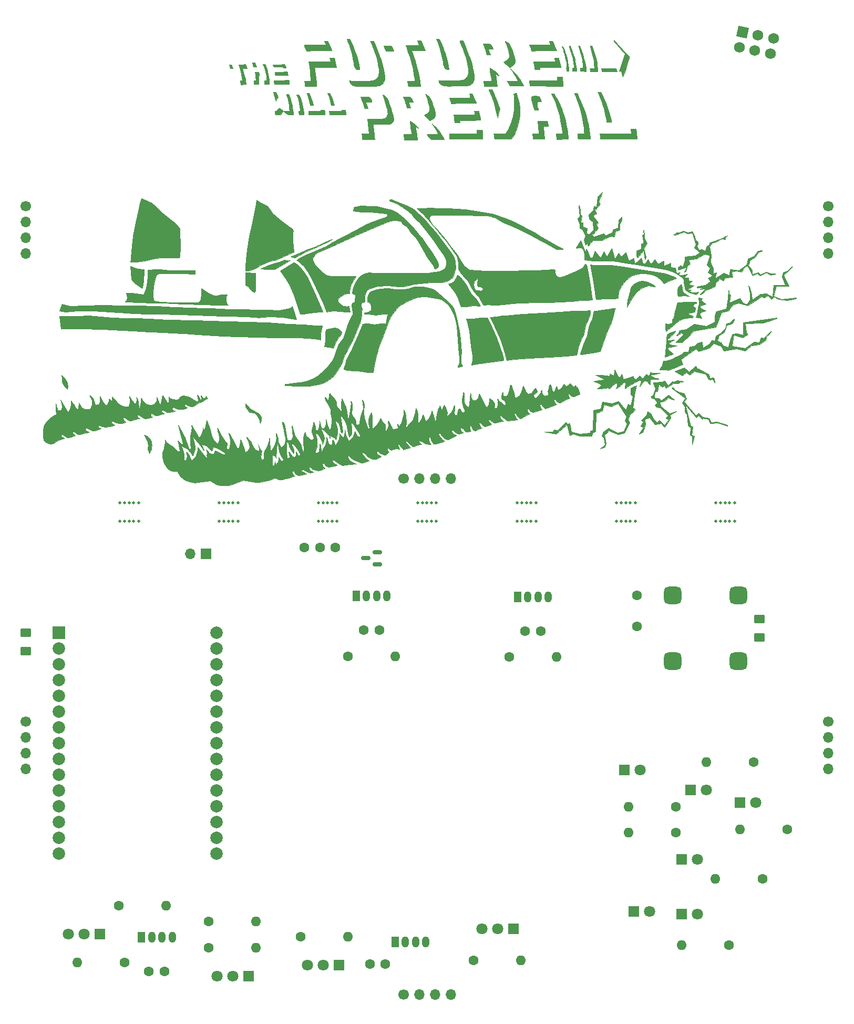
<source format=gts>
G04 #@! TF.GenerationSoftware,KiCad,Pcbnew,(6.0.11)*
G04 #@! TF.CreationDate,2023-06-26T12:51:04-05:00*
G04 #@! TF.ProjectId,future_badge,66757475-7265-45f6-9261-6467652e6b69,2*
G04 #@! TF.SameCoordinates,Original*
G04 #@! TF.FileFunction,Soldermask,Top*
G04 #@! TF.FilePolarity,Negative*
%FSLAX46Y46*%
G04 Gerber Fmt 4.6, Leading zero omitted, Abs format (unit mm)*
G04 Created by KiCad (PCBNEW (6.0.11)) date 2023-06-26 12:51:04*
%MOMM*%
%LPD*%
G01*
G04 APERTURE LIST*
G04 Aperture macros list*
%AMRoundRect*
0 Rectangle with rounded corners*
0 $1 Rounding radius*
0 $2 $3 $4 $5 $6 $7 $8 $9 X,Y pos of 4 corners*
0 Add a 4 corners polygon primitive as box body*
4,1,4,$2,$3,$4,$5,$6,$7,$8,$9,$2,$3,0*
0 Add four circle primitives for the rounded corners*
1,1,$1+$1,$2,$3*
1,1,$1+$1,$4,$5*
1,1,$1+$1,$6,$7*
1,1,$1+$1,$8,$9*
0 Add four rect primitives between the rounded corners*
20,1,$1+$1,$2,$3,$4,$5,0*
20,1,$1+$1,$4,$5,$6,$7,0*
20,1,$1+$1,$6,$7,$8,$9,0*
20,1,$1+$1,$8,$9,$2,$3,0*%
%AMHorizOval*
0 Thick line with rounded ends*
0 $1 width*
0 $2 $3 position (X,Y) of the first rounded end (center of the circle)*
0 $4 $5 position (X,Y) of the second rounded end (center of the circle)*
0 Add line between two ends*
20,1,$1,$2,$3,$4,$5,0*
0 Add two circle primitives to create the rounded ends*
1,1,$1,$2,$3*
1,1,$1,$4,$5*%
%AMRotRect*
0 Rectangle, with rotation*
0 The origin of the aperture is its center*
0 $1 length*
0 $2 width*
0 $3 Rotation angle, in degrees counterclockwise*
0 Add horizontal line*
21,1,$1,$2,0,0,$3*%
G04 Aperture macros list end*
%ADD10C,0.100000*%
%ADD11C,0.120000*%
%ADD12C,1.600000*%
%ADD13R,1.800000X1.800000*%
%ADD14C,1.800000*%
%ADD15O,1.600000X1.600000*%
%ADD16R,1.700000X1.700000*%
%ADD17O,1.700000X1.700000*%
%ADD18C,1.700000*%
%ADD19RotRect,1.727200X1.727200X258.500000*%
%ADD20C,1.727200*%
%ADD21HorizOval,1.727200X0.000000X0.000000X0.000000X0.000000X0*%
%ADD22R,1.200000X1.800000*%
%ADD23O,1.200000X1.800000*%
%ADD24R,2.000000X2.000000*%
%ADD25C,2.000000*%
%ADD26C,0.500000*%
%ADD27RoundRect,0.250001X-0.624999X0.462499X-0.624999X-0.462499X0.624999X-0.462499X0.624999X0.462499X0*%
%ADD28RoundRect,0.700000X-0.700000X-0.700000X0.700000X-0.700000X0.700000X0.700000X-0.700000X0.700000X0*%
%ADD29RoundRect,0.150000X0.587500X0.150000X-0.587500X0.150000X-0.587500X-0.150000X0.587500X-0.150000X0*%
%ADD30RoundRect,0.250001X0.624999X-0.462499X0.624999X0.462499X-0.624999X0.462499X-0.624999X-0.462499X0*%
G04 APERTURE END LIST*
G36*
X111710000Y-79122000D02*
G01*
X111770000Y-79112000D01*
X111930000Y-78992000D01*
X112070000Y-78832000D01*
X112180000Y-79062000D01*
X112360000Y-79262000D01*
X112660000Y-79922000D01*
X112710000Y-80182000D01*
X112610000Y-80352000D01*
X112420000Y-80462000D01*
X112170000Y-80532000D01*
X111790000Y-80662000D01*
X111600000Y-80672000D01*
X111420000Y-80592000D01*
X111280000Y-80482000D01*
X111170000Y-80362000D01*
X110980000Y-80232000D01*
X110910000Y-80372000D01*
X110920000Y-80622000D01*
X111010000Y-80812000D01*
X111090000Y-80902000D01*
X110640000Y-81132000D01*
X110010000Y-81482000D01*
X109630000Y-81732000D01*
X109280000Y-81612000D01*
X109010000Y-81402000D01*
X108860000Y-81192000D01*
X108680000Y-81102000D01*
X108580000Y-81182000D01*
X108590000Y-81372000D01*
X108720000Y-81672000D01*
X108870000Y-81842000D01*
X109040000Y-81972000D01*
X107880000Y-82352000D01*
X107170000Y-82592000D01*
X106870000Y-82402000D01*
X106710000Y-82222000D01*
X106590000Y-81962000D01*
X106310000Y-81962000D01*
X106350000Y-82362000D01*
X106490000Y-82572000D01*
X106650000Y-82712000D01*
X106650000Y-82762000D01*
X105210000Y-83232000D01*
X104930000Y-83142000D01*
X104710000Y-82992000D01*
X104580000Y-82722000D01*
X104390000Y-82592000D01*
X104250000Y-82792000D01*
X104370000Y-83142000D01*
X104680000Y-83442000D01*
X104650000Y-83482000D01*
X103360000Y-84152000D01*
X103160000Y-84192000D01*
X102930000Y-84052000D01*
X102690000Y-83792000D01*
X102520000Y-83502000D01*
X102240000Y-83272000D01*
X102170000Y-83472000D01*
X102290000Y-83842000D01*
X102520000Y-84162000D01*
X102730000Y-84382000D01*
X102590000Y-84432000D01*
X102100000Y-84502000D01*
X101060000Y-84572000D01*
X100300000Y-84002000D01*
X100170000Y-83842000D01*
X99880000Y-83722000D01*
X99970000Y-84162000D01*
X100190000Y-84432000D01*
X100380000Y-84562000D01*
X100420000Y-84642000D01*
X100080000Y-84682000D01*
X99120000Y-84952000D01*
X98750000Y-84842000D01*
X98280000Y-84402000D01*
X97980000Y-84362000D01*
X98100000Y-84662000D01*
X98320000Y-84952000D01*
X98540000Y-85152000D01*
X97520000Y-85512000D01*
X97190000Y-85342000D01*
X96780000Y-84962000D01*
X96530000Y-84822000D01*
X96490000Y-85012000D01*
X96610000Y-85352000D01*
X96850000Y-85602000D01*
X97030000Y-85722000D01*
X96380000Y-85962000D01*
X96160000Y-86082000D01*
X95800000Y-86202000D01*
X95520000Y-86042000D01*
X95360000Y-85772000D01*
X95300000Y-85462000D01*
X95090000Y-85282000D01*
X95020000Y-85412000D01*
X95000000Y-85822000D01*
X95120000Y-86142000D01*
X95170000Y-86242000D01*
X94640000Y-86322000D01*
X94440000Y-86322000D01*
X94310000Y-86262000D01*
X93990000Y-85962000D01*
X93780000Y-85782000D01*
X93540000Y-85672000D01*
X93490000Y-85872000D01*
X93610000Y-86172000D01*
X93740000Y-86342000D01*
X93900000Y-86462000D01*
X93920000Y-86492000D01*
X93330000Y-86712000D01*
X92920000Y-86582000D01*
X92300000Y-86112000D01*
X92010000Y-86072000D01*
X92090000Y-86272000D01*
X92150000Y-86402000D01*
X92350000Y-86622000D01*
X92530000Y-86762000D01*
X92810000Y-86892000D01*
X92820000Y-86932000D01*
X92460000Y-87072000D01*
X91470000Y-87622000D01*
X91230000Y-87562000D01*
X90910000Y-87402000D01*
X90230000Y-86632000D01*
X90010000Y-86502000D01*
X90000000Y-86712000D01*
X90180000Y-87152000D01*
X90570000Y-87572000D01*
X90910000Y-87782000D01*
X90950000Y-87842000D01*
X90150000Y-88152000D01*
X89440000Y-88332000D01*
X89270000Y-88292000D01*
X89120000Y-88202000D01*
X88910000Y-87922000D01*
X88790000Y-87582000D01*
X88720000Y-87292000D01*
X88590000Y-87102000D01*
X88470000Y-87222000D01*
X88420000Y-87632000D01*
X88520000Y-88032000D01*
X88750000Y-88382000D01*
X87890000Y-88332000D01*
X87210000Y-87882000D01*
X86860000Y-87772000D01*
X86930000Y-88012000D01*
X87250000Y-88392000D01*
X86960000Y-88422000D01*
X86350000Y-88572000D01*
X85960000Y-88752000D01*
X85840000Y-88712000D01*
X84900000Y-87912000D01*
X84680000Y-87842000D01*
X84720000Y-88052000D01*
X85430000Y-88832000D01*
X85450000Y-88912000D01*
X84560000Y-89182000D01*
X84310000Y-89212000D01*
X84250000Y-89182000D01*
X83620000Y-88352000D01*
X83410000Y-88262000D01*
X83420000Y-88482000D01*
X83710000Y-89122000D01*
X83710000Y-89172000D01*
X83350000Y-89072000D01*
X83130000Y-89062000D01*
X82780000Y-89132000D01*
X82520000Y-89232000D01*
X82400000Y-89302000D01*
X82260000Y-89242000D01*
X82110000Y-89122000D01*
X81960000Y-88942000D01*
X81820000Y-88912000D01*
X81750000Y-89042000D01*
X81780000Y-89292000D01*
X82020000Y-89582000D01*
X81640000Y-89932000D01*
X81460000Y-90042000D01*
X81240000Y-90082000D01*
X80840000Y-89942000D01*
X80510000Y-89732000D01*
X80340000Y-89592000D01*
X80210000Y-89512000D01*
X80070000Y-89492000D01*
X80050000Y-89612000D01*
X80080000Y-89812000D01*
X80340000Y-90082000D01*
X80610000Y-90252000D01*
X80770000Y-90322000D01*
X80770000Y-90372000D01*
X79910000Y-90712000D01*
X79630000Y-90792000D01*
X79390000Y-90742000D01*
X78970000Y-90572000D01*
X78550000Y-90322000D01*
X78250000Y-89982000D01*
X77950000Y-89732000D01*
X77780000Y-89672000D01*
X77670000Y-89692000D01*
X77670000Y-89822000D01*
X77830000Y-90112000D01*
X78090000Y-90442000D01*
X78430000Y-90762000D01*
X78740000Y-90912000D01*
X78810000Y-90992000D01*
X78770000Y-91042000D01*
X77730000Y-91332000D01*
X77610000Y-91352000D01*
X77520000Y-91352000D01*
X76210000Y-90802000D01*
X75760000Y-90412000D01*
X75630000Y-90282000D01*
X75520000Y-90202000D01*
X75410000Y-90202000D01*
X75360000Y-90292000D01*
X75390000Y-90532000D01*
X75630000Y-90902000D01*
X76030000Y-91172000D01*
X76510000Y-91392000D01*
X76760000Y-91492000D01*
X76730000Y-91552000D01*
X75680000Y-91642000D01*
X74980000Y-91682000D01*
X74560000Y-91732000D01*
X74240000Y-91622000D01*
X73890000Y-91442000D01*
X73400000Y-91112000D01*
X73170000Y-90922000D01*
X72960000Y-90882000D01*
X72870000Y-90942000D01*
X72950000Y-91142000D01*
X73160000Y-91392000D01*
X73410000Y-91592000D01*
X73600000Y-91682000D01*
X73620000Y-91762000D01*
X73220000Y-91812000D01*
X72710000Y-91952000D01*
X72370000Y-92052000D01*
X72210000Y-92032000D01*
X71770000Y-91732000D01*
X71580000Y-91452000D01*
X71430000Y-91392000D01*
X71270000Y-91412000D01*
X71230000Y-91512000D01*
X71320000Y-91822000D01*
X71480000Y-92022000D01*
X71540000Y-92072000D01*
X71650000Y-92152000D01*
X71670000Y-92242000D01*
X71470000Y-92312000D01*
X71210000Y-92412000D01*
X70590000Y-92582000D01*
X70350000Y-92552000D01*
X69650000Y-92322000D01*
X69470000Y-92132000D01*
X69230000Y-92042000D01*
X69150000Y-92062000D01*
X69120000Y-92222000D01*
X69130000Y-92302000D01*
X69230000Y-92472000D01*
X69400000Y-92622000D01*
X69790000Y-92792000D01*
X69790000Y-92832000D01*
X69680000Y-92882000D01*
X69360000Y-92952000D01*
X69070000Y-92862000D01*
X68580000Y-92652000D01*
X68230000Y-92442000D01*
X68030000Y-92412000D01*
X67880000Y-92492000D01*
X67900000Y-92622000D01*
X68090000Y-92812000D01*
X68440000Y-92982000D01*
X68680000Y-93082000D01*
X68680000Y-93122000D01*
X67630000Y-93372000D01*
X67390000Y-93402000D01*
X66960000Y-93132000D01*
X66700000Y-92652000D01*
X66590000Y-92632000D01*
X66500000Y-92732000D01*
X66460000Y-92942000D01*
X66530000Y-93152000D01*
X66680000Y-93362000D01*
X66810000Y-93442000D01*
X66830000Y-93492000D01*
X66410000Y-93572000D01*
X66050000Y-93682000D01*
X65820000Y-93782000D01*
X65340000Y-93922000D01*
X64780000Y-94042000D01*
X64290000Y-94092000D01*
X63880000Y-93922000D01*
X63620000Y-93792000D01*
X62780000Y-94182000D01*
X61160000Y-94452000D01*
X60540000Y-94482000D01*
X58530000Y-94152000D01*
X57480000Y-94582000D01*
X56240000Y-94972000D01*
X55200000Y-94982000D01*
X54330000Y-94882000D01*
X53210000Y-94202000D01*
X51900000Y-94432000D01*
X50800000Y-94522000D01*
X49940000Y-94382000D01*
X49190000Y-94112000D01*
X48410000Y-93552000D01*
X47850000Y-92712000D01*
X47350000Y-92712000D01*
X46770000Y-92582000D01*
X46240000Y-92162000D01*
X45790000Y-91412000D01*
X45590000Y-90872000D01*
X45480000Y-90422000D01*
X45490000Y-89882000D01*
X45530000Y-89622000D01*
X45700000Y-89272000D01*
X45760000Y-88972000D01*
X45890000Y-88482000D01*
X45960000Y-88092000D01*
X45950000Y-87642000D01*
X46200000Y-88002000D01*
X46870000Y-88532000D01*
X47140000Y-88672000D01*
X47370000Y-88852000D01*
X47660000Y-89122000D01*
X47850000Y-89422000D01*
X48010000Y-89742000D01*
X48130000Y-90082000D01*
X48900000Y-90882000D01*
X49210000Y-90922000D01*
X49350000Y-90872000D01*
X49440000Y-90662000D01*
X49450000Y-90212000D01*
X49410000Y-89882000D01*
X49350000Y-89632000D01*
X49390000Y-89602000D01*
X49760000Y-90022000D01*
X49940000Y-90352000D01*
X50100000Y-90772000D01*
X50170000Y-90902000D01*
X50270000Y-90912000D01*
X50500000Y-90742000D01*
X50850000Y-90292000D01*
X51150000Y-89412000D01*
X51170000Y-88982000D01*
X51150000Y-88802000D01*
X51220000Y-88822000D01*
X51520000Y-89242000D01*
X52140000Y-90002000D01*
X52430000Y-90412000D01*
X52590000Y-90472000D01*
X52670000Y-90442000D01*
X52660000Y-90122000D01*
X52680000Y-89812000D01*
X52590000Y-89382000D01*
X52500000Y-89132000D01*
X52550000Y-89112000D01*
X53150000Y-89802000D01*
X53480000Y-89922000D01*
X53750000Y-89882000D01*
X53830000Y-89852000D01*
X53960000Y-89392000D01*
X54000000Y-89362000D01*
X54060000Y-89372000D01*
X55250000Y-90012000D01*
X55480000Y-89982000D01*
X55580000Y-89912000D01*
X55620000Y-89822000D01*
X55450000Y-89632000D01*
X54660000Y-89142000D01*
X54180000Y-88912000D01*
X53780000Y-88772000D01*
X53710000Y-88772000D01*
X53550000Y-89262000D01*
X53500000Y-89402000D01*
X53400000Y-89402000D01*
X53190000Y-89242000D01*
X52820000Y-88792000D01*
X52530000Y-88562000D01*
X52100000Y-88432000D01*
X51900000Y-88342000D01*
X51850000Y-88452000D01*
X52140000Y-89132000D01*
X52170000Y-89282000D01*
X52110000Y-89282000D01*
X51820000Y-88862000D01*
X51330000Y-88222000D01*
X50740000Y-87552000D01*
X50490000Y-87192000D01*
X50450000Y-87172000D01*
X50410000Y-87242000D01*
X50470000Y-87592000D01*
X50690000Y-88312000D01*
X50760000Y-88772000D01*
X50720000Y-89242000D01*
X50600000Y-89652000D01*
X50470000Y-90052000D01*
X50360000Y-90172000D01*
X50230000Y-89972000D01*
X50060000Y-89712000D01*
X49540000Y-89152000D01*
X49120000Y-88852000D01*
X48650000Y-88632000D01*
X48550000Y-88672000D01*
X48820000Y-89282000D01*
X48960000Y-89892000D01*
X49010000Y-90512000D01*
X49000000Y-90792000D01*
X48980000Y-90832000D01*
X48930000Y-90832000D01*
X48180000Y-90082000D01*
X48070000Y-89712000D01*
X48010000Y-89572000D01*
X48090000Y-89522000D01*
X48230000Y-89522000D01*
X48290000Y-89422000D01*
X48040000Y-88072000D01*
X47990000Y-87792000D01*
X48080000Y-87832000D01*
X48590000Y-88302000D01*
X48650000Y-88322000D01*
X48760000Y-88302000D01*
X48810000Y-88252000D01*
X48600000Y-87262000D01*
X48330000Y-86242000D01*
X48010000Y-85272000D01*
X48050000Y-85262000D01*
X48600000Y-86182000D01*
X49120000Y-87302000D01*
X49770000Y-88972000D01*
X49910000Y-89122000D01*
X50070000Y-89052000D01*
X50110000Y-88932000D01*
X50060000Y-88722000D01*
X50030000Y-88382000D01*
X49980000Y-87582000D01*
X50010000Y-87062000D01*
X50070000Y-86772000D01*
X50170000Y-86162000D01*
X50210000Y-85722000D01*
X50190000Y-85322000D01*
X50240000Y-85282000D01*
X50440000Y-85652000D01*
X50790000Y-86192000D01*
X51360000Y-87222000D01*
X51470000Y-87252000D01*
X51660000Y-86952000D01*
X51850000Y-86602000D01*
X52000000Y-86102000D01*
X52000000Y-85692000D01*
X52050000Y-85792000D01*
X52120000Y-86042000D01*
X52200000Y-86012000D01*
X52350000Y-85732000D01*
X52450000Y-85382000D01*
X52640000Y-84522000D01*
X52790000Y-84802000D01*
X53130000Y-85732000D01*
X53460000Y-87082000D01*
X53690000Y-87602000D01*
X54350000Y-88202000D01*
X54500000Y-88172000D01*
X54610000Y-87992000D01*
X54680000Y-87602000D01*
X54670000Y-87182000D01*
X54590000Y-86722000D01*
X54440000Y-86292000D01*
X54380000Y-85962000D01*
X54340000Y-85762000D01*
X54400000Y-85742000D01*
X54640000Y-86232000D01*
X55180000Y-87182000D01*
X55750000Y-88002000D01*
X55870000Y-88082000D01*
X55950000Y-88212000D01*
X55810000Y-88912000D01*
X55870000Y-89062000D01*
X56090000Y-89122000D01*
X56260000Y-89142000D01*
X56360000Y-88702000D01*
X56440000Y-88222000D01*
X56430000Y-87732000D01*
X56340000Y-87182000D01*
X56220000Y-86662000D01*
X56190000Y-86482000D01*
X56380000Y-86692000D01*
X56840000Y-87612000D01*
X57040000Y-87952000D01*
X57270000Y-88462000D01*
X57540000Y-88922000D01*
X57640000Y-89002000D01*
X57750000Y-88982000D01*
X57860000Y-88792000D01*
X57970000Y-88432000D01*
X58040000Y-87952000D01*
X58070000Y-87652000D01*
X58150000Y-87612000D01*
X58250000Y-87762000D01*
X58650000Y-88882000D01*
X58800000Y-89442000D01*
X58800000Y-89562000D01*
X58870000Y-89622000D01*
X58990000Y-89572000D01*
X59170000Y-89462000D01*
X59350000Y-89282000D01*
X59480000Y-89022000D01*
X59540000Y-88742000D01*
X59510000Y-88362000D01*
X59400000Y-88002000D01*
X59230000Y-87632000D01*
X59050000Y-87352000D01*
X59040000Y-87262000D01*
X59070000Y-87192000D01*
X59210000Y-87302000D01*
X59420000Y-87542000D01*
X59700000Y-87912000D01*
X59790000Y-88072000D01*
X59980000Y-88472000D01*
X60140000Y-88832000D01*
X60410000Y-89182000D01*
X60860000Y-89382000D01*
X61000000Y-89392000D01*
X61060000Y-89332000D01*
X61050000Y-89012000D01*
X60940000Y-88422000D01*
X60960000Y-88382000D01*
X61250000Y-89142000D01*
X61450000Y-89322000D01*
X61500000Y-89442000D01*
X61440000Y-89652000D01*
X61390000Y-89982000D01*
X61360000Y-90432000D01*
X61420000Y-90712000D01*
X61490000Y-90842000D01*
X61530000Y-90932000D01*
X62940000Y-91632000D01*
X63130000Y-91732000D01*
X63260000Y-91742000D01*
X63430000Y-91732000D01*
X63540000Y-91702000D01*
X63590000Y-91672000D01*
X63570000Y-91492000D01*
X63590000Y-91332000D01*
X63590000Y-91152000D01*
X63620000Y-91122000D01*
X63650000Y-91162000D01*
X63700000Y-91402000D01*
X63750000Y-91542000D01*
X63800000Y-91562000D01*
X63860000Y-91542000D01*
X64010000Y-91352000D01*
X64130000Y-91152000D01*
X64200000Y-90942000D01*
X64230000Y-90402000D01*
X64260000Y-90392000D01*
X64530000Y-90882000D01*
X64640000Y-91012000D01*
X64690000Y-91032000D01*
X64790000Y-91032000D01*
X64930000Y-90952000D01*
X64990000Y-90882000D01*
X65010000Y-90772000D01*
X64920000Y-90672000D01*
X64750000Y-90452000D01*
X64590000Y-90152000D01*
X64430000Y-89772000D01*
X64330000Y-89452000D01*
X64220000Y-88772000D01*
X64080000Y-88202000D01*
X64020000Y-88152000D01*
X63980000Y-88162000D01*
X63940000Y-88312000D01*
X63870000Y-88972000D01*
X63880000Y-89472000D01*
X63840000Y-90322000D01*
X63830000Y-90552000D01*
X63780000Y-90502000D01*
X63680000Y-90312000D01*
X63600000Y-90222000D01*
X63450000Y-90122000D01*
X63240000Y-90052000D01*
X63170000Y-90082000D01*
X63240000Y-90502000D01*
X63230000Y-90762000D01*
X63180000Y-91052000D01*
X63180000Y-91422000D01*
X63220000Y-91582000D01*
X63230000Y-91642000D01*
X63190000Y-91662000D01*
X63120000Y-91652000D01*
X62450000Y-91332000D01*
X61770000Y-91002000D01*
X61550000Y-90902000D01*
X61570000Y-90862000D01*
X61630000Y-90842000D01*
X61790000Y-90782000D01*
X61870000Y-90732000D01*
X61870000Y-90632000D01*
X61830000Y-90452000D01*
X61810000Y-90162000D01*
X61880000Y-89722000D01*
X62000000Y-89352000D01*
X62160000Y-89072000D01*
X62430000Y-88522000D01*
X62670000Y-87812000D01*
X62730000Y-87352000D01*
X62780000Y-87332000D01*
X62810000Y-87812000D01*
X62880000Y-89212000D01*
X62910000Y-89342000D01*
X63050000Y-89282000D01*
X63220000Y-89122000D01*
X63410000Y-88862000D01*
X63620000Y-88362000D01*
X63800000Y-87772000D01*
X63850000Y-87382000D01*
X63840000Y-86872000D01*
X63830000Y-86632000D01*
X63880000Y-86622000D01*
X64000000Y-86962000D01*
X64100000Y-87402000D01*
X64160000Y-87922000D01*
X64460000Y-88622000D01*
X64550000Y-88782000D01*
X64600000Y-88812000D01*
X64680000Y-88812000D01*
X65030000Y-89522000D01*
X65430000Y-90342000D01*
X65500000Y-90502000D01*
X65700000Y-90542000D01*
X65880000Y-90512000D01*
X66010000Y-90462000D01*
X66020000Y-90412000D01*
X65860000Y-89542000D01*
X65910000Y-89532000D01*
X66390000Y-90232000D01*
X66510000Y-90362000D01*
X66710000Y-90442000D01*
X66850000Y-90402000D01*
X66980000Y-90192000D01*
X67040000Y-90022000D01*
X67050000Y-89592000D01*
X67090000Y-89562000D01*
X67200000Y-89802000D01*
X67330000Y-90152000D01*
X67450000Y-90192000D01*
X67700000Y-90092000D01*
X67740000Y-90052000D01*
X67730000Y-89952000D01*
X67430000Y-89402000D01*
X66950000Y-88712000D01*
X66660000Y-88382000D01*
X66520000Y-88302000D01*
X66390000Y-88302000D01*
X66300000Y-88382000D01*
X66300000Y-88502000D01*
X66370000Y-88632000D01*
X66470000Y-88762000D01*
X66550000Y-88902000D01*
X66680000Y-89222000D01*
X66700000Y-89392000D01*
X66670000Y-89682000D01*
X66630000Y-89812000D01*
X66590000Y-89812000D01*
X66410000Y-89602000D01*
X66220000Y-89282000D01*
X66030000Y-88932000D01*
X65790000Y-88312000D01*
X65630000Y-87892000D01*
X65570000Y-87902000D01*
X65460000Y-88452000D01*
X65480000Y-89442000D01*
X65520000Y-89872000D01*
X65560000Y-90142000D01*
X65600000Y-90342000D01*
X65600000Y-90492000D01*
X65550000Y-90492000D01*
X64970000Y-89282000D01*
X64770000Y-88882000D01*
X64730000Y-88792000D01*
X65130000Y-88402000D01*
X65250000Y-88212000D01*
X65310000Y-87732000D01*
X65320000Y-87342000D01*
X65190000Y-86602000D01*
X64950000Y-85632000D01*
X64840000Y-85012000D01*
X64850000Y-84772000D01*
X64880000Y-84722000D01*
X64940000Y-84712000D01*
X65130000Y-85102000D01*
X65310000Y-85962000D01*
X65600000Y-87552000D01*
X65660000Y-87702000D01*
X65770000Y-87732000D01*
X65960000Y-87742000D01*
X66160000Y-87672000D01*
X66330000Y-87512000D01*
X66430000Y-87362000D01*
X66470000Y-87192000D01*
X66410000Y-86152000D01*
X66380000Y-85412000D01*
X66410000Y-85342000D01*
X66440000Y-85372000D01*
X66590000Y-86062000D01*
X66870000Y-86922000D01*
X67050000Y-87172000D01*
X67200000Y-87492000D01*
X67650000Y-88022000D01*
X67740000Y-88292000D01*
X67830000Y-88662000D01*
X67990000Y-89352000D01*
X68090000Y-89492000D01*
X68200000Y-89582000D01*
X68340000Y-89592000D01*
X70060000Y-89652000D01*
X70090000Y-89672000D01*
X70220000Y-89752000D01*
X70440000Y-89752000D01*
X70560000Y-89692000D01*
X70710000Y-89442000D01*
X70840000Y-88662000D01*
X70840000Y-88332000D01*
X70870000Y-88302000D01*
X70960000Y-88622000D01*
X71040000Y-89302000D01*
X71050000Y-89452000D01*
X71090000Y-89532000D01*
X71160000Y-89542000D01*
X71460000Y-89092000D01*
X71680000Y-88672000D01*
X71830000Y-88212000D01*
X71920000Y-87782000D01*
X71940000Y-87462000D01*
X71920000Y-87222000D01*
X71950000Y-87192000D01*
X72080000Y-87452000D01*
X72120000Y-87712000D01*
X72230000Y-88192000D01*
X72370000Y-88342000D01*
X72660000Y-88502000D01*
X72770000Y-88412000D01*
X72830000Y-88202000D01*
X72900000Y-87822000D01*
X72910000Y-87602000D01*
X73000000Y-87712000D01*
X73230000Y-88062000D01*
X73290000Y-88392000D01*
X73340000Y-88532000D01*
X73460000Y-88452000D01*
X73820000Y-87892000D01*
X73970000Y-87572000D01*
X74030000Y-86942000D01*
X74010000Y-86632000D01*
X74050000Y-86592000D01*
X74220000Y-86832000D01*
X74410000Y-86992000D01*
X74460000Y-87152000D01*
X74590000Y-87262000D01*
X74720000Y-87202000D01*
X74820000Y-86862000D01*
X74870000Y-86372000D01*
X74890000Y-85972000D01*
X75070000Y-86922000D01*
X75190000Y-87302000D01*
X75500000Y-87782000D01*
X75540000Y-87782000D01*
X75830000Y-87642000D01*
X76270000Y-87092000D01*
X76430000Y-86632000D01*
X76470000Y-86302000D01*
X76740000Y-86782000D01*
X76930000Y-87022000D01*
X77160000Y-87092000D01*
X77330000Y-87092000D01*
X77320000Y-86922000D01*
X77230000Y-86702000D01*
X76720000Y-85932000D01*
X76300000Y-85292000D01*
X76120000Y-84972000D01*
X76000000Y-84932000D01*
X75910000Y-84962000D01*
X76010000Y-85762000D01*
X75950000Y-86572000D01*
X75830000Y-86912000D01*
X75690000Y-87132000D01*
X75640000Y-87192000D01*
X75560000Y-87102000D01*
X75330000Y-86122000D01*
X75190000Y-85412000D01*
X74960000Y-84722000D01*
X74780000Y-84362000D01*
X74400000Y-83922000D01*
X74280000Y-83802000D01*
X74220000Y-83792000D01*
X74180000Y-83822000D01*
X74190000Y-83972000D01*
X74310000Y-84562000D01*
X74420000Y-85012000D01*
X74500000Y-85732000D01*
X74510000Y-86172000D01*
X74500000Y-86512000D01*
X74470000Y-86552000D01*
X74290000Y-86412000D01*
X74180000Y-86252000D01*
X74130000Y-85642000D01*
X73840000Y-84922000D01*
X73660000Y-84722000D01*
X73530000Y-84672000D01*
X73400000Y-84652000D01*
X73350000Y-84732000D01*
X73620000Y-85502000D01*
X73690000Y-86012000D01*
X73710000Y-86462000D01*
X73650000Y-86962000D01*
X73570000Y-87342000D01*
X73480000Y-87562000D01*
X73450000Y-87582000D01*
X73270000Y-87382000D01*
X72900000Y-87112000D01*
X72510000Y-86902000D01*
X72470000Y-86942000D01*
X72500000Y-87162000D01*
X72490000Y-87352000D01*
X72460000Y-87362000D01*
X72400000Y-87152000D01*
X72230000Y-86832000D01*
X71950000Y-86492000D01*
X71490000Y-86132000D01*
X71240000Y-85942000D01*
X71130000Y-85912000D01*
X71120000Y-85962000D01*
X71510000Y-86932000D01*
X71550000Y-87332000D01*
X71490000Y-87712000D01*
X71410000Y-88062000D01*
X71340000Y-88262000D01*
X71290000Y-88272000D01*
X71280000Y-88212000D01*
X71220000Y-88022000D01*
X70900000Y-87272000D01*
X70560000Y-86752000D01*
X70320000Y-86592000D01*
X70180000Y-86552000D01*
X70250000Y-86972000D01*
X70380000Y-87492000D01*
X70420000Y-87802000D01*
X70440000Y-88282000D01*
X70390000Y-88772000D01*
X70320000Y-89062000D01*
X70160000Y-89502000D01*
X70080000Y-89632000D01*
X69100000Y-89592000D01*
X68400000Y-89572000D01*
X68330000Y-89552000D01*
X68260000Y-89492000D01*
X68220000Y-89422000D01*
X68250000Y-89342000D01*
X68290000Y-89002000D01*
X68200000Y-88122000D01*
X68200000Y-87392000D01*
X68280000Y-86972000D01*
X68360000Y-86652000D01*
X68460000Y-86452000D01*
X68540000Y-86452000D01*
X68550000Y-86632000D01*
X68630000Y-86902000D01*
X68800000Y-87112000D01*
X69030000Y-87302000D01*
X69200000Y-87472000D01*
X69290000Y-87612000D01*
X69570000Y-87642000D01*
X69780000Y-87512000D01*
X69860000Y-87372000D01*
X69790000Y-87152000D01*
X69690000Y-86882000D01*
X69600000Y-86612000D01*
X69560000Y-86312000D01*
X69580000Y-86122000D01*
X69620000Y-85882000D01*
X69640000Y-85752000D01*
X69750000Y-85482000D01*
X69850000Y-85112000D01*
X69840000Y-84792000D01*
X69890000Y-84752000D01*
X70050000Y-85232000D01*
X70130000Y-85592000D01*
X70160000Y-85922000D01*
X70220000Y-86092000D01*
X70360000Y-86132000D01*
X70470000Y-86132000D01*
X70560000Y-86012000D01*
X70640000Y-85802000D01*
X70700000Y-85482000D01*
X70790000Y-84832000D01*
X70800000Y-84572000D01*
X70830000Y-84552000D01*
X70940000Y-85012000D01*
X70960000Y-85282000D01*
X71040000Y-85662000D01*
X71190000Y-85782000D01*
X71340000Y-85822000D01*
X71530000Y-85772000D01*
X71650000Y-85642000D01*
X71770000Y-85382000D01*
X71840000Y-85062000D01*
X71810000Y-84312000D01*
X71840000Y-84282000D01*
X72090000Y-85242000D01*
X72390000Y-85892000D01*
X72490000Y-85922000D01*
X72600000Y-85842000D01*
X72710000Y-85472000D01*
X72750000Y-84932000D01*
X72760000Y-84492000D01*
X72740000Y-84162000D01*
X72680000Y-83832000D01*
X72640000Y-83382000D01*
X72610000Y-82782000D01*
X72290000Y-82072000D01*
X72150000Y-81872000D01*
X71910000Y-81492000D01*
X71740000Y-81162000D01*
X71700000Y-80932000D01*
X71700000Y-80792000D01*
X71760000Y-80792000D01*
X72080000Y-81192000D01*
X72140000Y-81232000D01*
X72220000Y-81202000D01*
X72270000Y-81062000D01*
X72320000Y-80632000D01*
X72390000Y-80382000D01*
X72440000Y-80152000D01*
X72480000Y-80142000D01*
X72600000Y-80322000D01*
X72750000Y-80512000D01*
X73040000Y-80782000D01*
X73290000Y-81092000D01*
X73420000Y-81322000D01*
X73500000Y-81732000D01*
X73530000Y-82032000D01*
X73620000Y-82282000D01*
X73930000Y-82662000D01*
X74240000Y-83002000D01*
X74360000Y-82982000D01*
X74390000Y-82892000D01*
X74290000Y-82472000D01*
X74260000Y-81922000D01*
X74390000Y-81032000D01*
X74450000Y-81032000D01*
X74860000Y-82022000D01*
X75030000Y-82412000D01*
X75220000Y-83102000D01*
X75300000Y-83842000D01*
X75300000Y-84062000D01*
X75380000Y-84112000D01*
X75480000Y-84062000D01*
X75540000Y-83942000D01*
X75760000Y-82942000D01*
X75840000Y-82292000D01*
X75870000Y-81772000D01*
X75850000Y-81462000D01*
X75890000Y-81432000D01*
X75970000Y-81602000D01*
X76040000Y-81972000D01*
X76090000Y-82332000D01*
X76040000Y-82622000D01*
X76000000Y-83132000D01*
X76030000Y-83492000D01*
X76200000Y-83832000D01*
X76580000Y-84312000D01*
X76700000Y-84782000D01*
X76690000Y-85062000D01*
X76770000Y-85182000D01*
X76920000Y-85222000D01*
X77090000Y-85182000D01*
X77190000Y-85092000D01*
X77230000Y-84992000D01*
X77220000Y-84812000D01*
X77320000Y-84352000D01*
X77470000Y-83892000D01*
X77720000Y-83032000D01*
X77820000Y-82732000D01*
X77850000Y-82362000D01*
X77800000Y-81692000D01*
X77670000Y-81202000D01*
X77700000Y-81202000D01*
X77780000Y-81272000D01*
X77900000Y-81502000D01*
X77980000Y-81722000D01*
X78020000Y-82032000D01*
X77990000Y-82342000D01*
X77970000Y-82812000D01*
X77930000Y-83212000D01*
X77990000Y-84102000D01*
X78540000Y-85622000D01*
X78580000Y-85732000D01*
X78650000Y-85842000D01*
X78720000Y-85852000D01*
X78820000Y-85812000D01*
X78850000Y-85692000D01*
X78820000Y-85412000D01*
X78710000Y-84912000D01*
X78690000Y-84622000D01*
X78690000Y-84372000D01*
X78980000Y-83672000D01*
X79120000Y-83292000D01*
X79180000Y-83202000D01*
X79220000Y-83202000D01*
X79240000Y-83232000D01*
X79280000Y-83872000D01*
X79330000Y-84182000D01*
X79320000Y-84552000D01*
X79300000Y-85172000D01*
X79300000Y-85702000D01*
X79360000Y-85742000D01*
X79440000Y-85732000D01*
X79750000Y-85482000D01*
X79960000Y-85272000D01*
X80150000Y-85052000D01*
X80310000Y-84832000D01*
X80470000Y-84552000D01*
X80560000Y-84292000D01*
X80610000Y-84112000D01*
X80640000Y-84112000D01*
X80690000Y-84262000D01*
X80810000Y-84492000D01*
X80960000Y-84712000D01*
X81150000Y-84932000D01*
X81320000Y-85042000D01*
X81420000Y-85192000D01*
X81440000Y-86052000D01*
X81450000Y-86172000D01*
X81520000Y-86192000D01*
X81640000Y-86132000D01*
X81790000Y-85822000D01*
X81890000Y-85402000D01*
X81840000Y-84682000D01*
X81890000Y-84542000D01*
X81920000Y-84542000D01*
X81990000Y-84752000D01*
X82440000Y-85622000D01*
X82560000Y-85892000D01*
X82780000Y-85942000D01*
X83270000Y-85852000D01*
X83410000Y-85732000D01*
X83360000Y-85082000D01*
X83420000Y-85072000D01*
X83540000Y-85402000D01*
X83600000Y-85412000D01*
X83690000Y-85382000D01*
X83940000Y-84962000D01*
X84120000Y-84552000D01*
X84230000Y-84142000D01*
X84340000Y-83642000D01*
X84380000Y-83142000D01*
X84360000Y-82842000D01*
X84390000Y-82832000D01*
X84520000Y-83072000D01*
X84640000Y-83392000D01*
X84700000Y-83682000D01*
X84780000Y-84802000D01*
X84750000Y-85532000D01*
X84820000Y-85552000D01*
X85050000Y-85372000D01*
X85770000Y-84452000D01*
X86100000Y-83822000D01*
X86260000Y-83292000D01*
X86320000Y-82562000D01*
X86350000Y-82522000D01*
X86540000Y-83052000D01*
X86620000Y-83522000D01*
X86660000Y-84092000D01*
X86660000Y-84702000D01*
X86730000Y-84812000D01*
X86820000Y-84812000D01*
X86960000Y-84692000D01*
X87160000Y-84402000D01*
X87340000Y-84032000D01*
X87460000Y-83612000D01*
X87520000Y-83592000D01*
X87740000Y-84212000D01*
X87850000Y-84452000D01*
X87930000Y-84552000D01*
X87990000Y-84572000D01*
X88250000Y-84322000D01*
X88430000Y-84112000D01*
X88600000Y-83822000D01*
X88770000Y-83472000D01*
X88860000Y-83132000D01*
X88870000Y-82992000D01*
X88910000Y-82982000D01*
X89060000Y-83332000D01*
X89170000Y-83702000D01*
X89250000Y-84172000D01*
X89350000Y-84452000D01*
X89410000Y-84542000D01*
X89500000Y-84532000D01*
X89550000Y-84472000D01*
X89590000Y-84362000D01*
X89630000Y-83962000D01*
X89700000Y-83632000D01*
X89810000Y-83202000D01*
X89900000Y-82882000D01*
X89990000Y-82652000D01*
X90090000Y-82382000D01*
X90160000Y-82162000D01*
X90200000Y-82142000D01*
X90280000Y-82352000D01*
X90350000Y-82522000D01*
X90400000Y-82652000D01*
X90450000Y-82742000D01*
X90510000Y-82752000D01*
X90570000Y-82722000D01*
X90630000Y-82602000D01*
X90740000Y-82402000D01*
X90820000Y-82202000D01*
X90870000Y-82012000D01*
X90910000Y-82002000D01*
X91040000Y-82272000D01*
X91140000Y-82442000D01*
X91330000Y-82992000D01*
X91380000Y-83312000D01*
X91330000Y-83652000D01*
X91400000Y-83752000D01*
X91520000Y-83742000D01*
X91780000Y-83522000D01*
X92090000Y-83122000D01*
X92290000Y-82682000D01*
X92400000Y-82292000D01*
X92520000Y-82122000D01*
X92560000Y-82122000D01*
X92590000Y-82282000D01*
X92590000Y-82592000D01*
X92580000Y-82882000D01*
X92510000Y-83292000D01*
X92580000Y-83522000D01*
X92640000Y-83622000D01*
X92860000Y-83632000D01*
X92990000Y-83602000D01*
X93050000Y-83492000D01*
X93090000Y-83052000D01*
X93190000Y-82682000D01*
X93320000Y-82652000D01*
X93530000Y-82752000D01*
X93640000Y-82922000D01*
X93720000Y-83092000D01*
X93780000Y-83162000D01*
X93840000Y-83202000D01*
X93990000Y-83202000D01*
X94180000Y-83082000D01*
X94220000Y-83032000D01*
X94230000Y-82932000D01*
X94170000Y-82792000D01*
X94060000Y-82522000D01*
X93930000Y-82202000D01*
X93840000Y-81872000D01*
X93790000Y-81542000D01*
X93800000Y-81152000D01*
X93860000Y-80722000D01*
X93910000Y-80372000D01*
X93940000Y-80072000D01*
X93980000Y-80012000D01*
X94020000Y-80022000D01*
X94100000Y-80182000D01*
X94150000Y-80502000D01*
X94150000Y-80742000D01*
X94110000Y-80972000D01*
X94090000Y-81242000D01*
X94120000Y-81552000D01*
X94190000Y-81792000D01*
X94350000Y-82062000D01*
X94580000Y-82252000D01*
X94720000Y-82322000D01*
X94800000Y-82332000D01*
X94850000Y-82312000D01*
X94910000Y-82202000D01*
X94920000Y-82022000D01*
X94940000Y-81782000D01*
X95020000Y-81212000D01*
X95060000Y-80712000D01*
X95090000Y-80362000D01*
X95120000Y-80092000D01*
X95200000Y-80462000D01*
X95250000Y-80702000D01*
X95290000Y-80922000D01*
X95340000Y-81092000D01*
X95440000Y-81222000D01*
X95530000Y-81272000D01*
X95650000Y-81292000D01*
X95790000Y-81292000D01*
X95940000Y-81272000D01*
X96080000Y-81212000D01*
X96180000Y-81132000D01*
X96270000Y-81032000D01*
X96370000Y-80882000D01*
X96490000Y-80442000D01*
X96490000Y-80322000D01*
X96520000Y-80262000D01*
X96560000Y-80262000D01*
X96620000Y-80412000D01*
X96790000Y-80742000D01*
X96960000Y-81022000D01*
X97280000Y-81642000D01*
X97450000Y-81972000D01*
X97560000Y-82162000D01*
X97640000Y-82312000D01*
X97710000Y-82372000D01*
X97770000Y-82382000D01*
X97840000Y-82352000D01*
X97940000Y-82212000D01*
X98050000Y-81952000D01*
X98150000Y-81392000D01*
X98140000Y-80932000D01*
X98180000Y-80892000D01*
X98640000Y-81292000D01*
X98790000Y-81482000D01*
X99030000Y-81752000D01*
X99030000Y-81882000D01*
X98980000Y-82242000D01*
X98970000Y-82342000D01*
X98990000Y-82442000D01*
X99040000Y-82502000D01*
X99130000Y-82542000D01*
X99220000Y-82552000D01*
X99300000Y-82542000D01*
X99400000Y-82492000D01*
X99460000Y-82392000D01*
X99520000Y-82052000D01*
X99530000Y-81472000D01*
X99500000Y-81272000D01*
X99460000Y-81062000D01*
X99500000Y-81052000D01*
X99620000Y-81192000D01*
X99780000Y-81412000D01*
X100080000Y-81632000D01*
X100280000Y-81802000D01*
X100400000Y-81952000D01*
X100540000Y-81992000D01*
X100610000Y-82032000D01*
X100650000Y-82002000D01*
X100740000Y-81912000D01*
X100780000Y-81832000D01*
X100800000Y-81682000D01*
X100740000Y-81552000D01*
X100610000Y-81392000D01*
X100180000Y-81062000D01*
X100090000Y-80932000D01*
X100130000Y-80702000D01*
X100210000Y-80272000D01*
X100230000Y-80102000D01*
X100290000Y-79992000D01*
X100340000Y-79992000D01*
X100360000Y-80052000D01*
X100360000Y-80252000D01*
X100380000Y-80412000D01*
X100430000Y-80512000D01*
X100500000Y-80592000D01*
X100620000Y-80632000D01*
X100820000Y-80622000D01*
X100920000Y-80612000D01*
X101020000Y-80542000D01*
X101150000Y-80322000D01*
X101370000Y-79622000D01*
X101490000Y-79042000D01*
X101540000Y-78822000D01*
X101570000Y-78792000D01*
X101640000Y-78782000D01*
X101690000Y-78832000D01*
X101940000Y-79372000D01*
X102160000Y-80072000D01*
X102230000Y-80522000D01*
X102230000Y-80702000D01*
X102290000Y-80862000D01*
X102350000Y-80902000D01*
X102490000Y-80852000D01*
X102690000Y-80742000D01*
X102880000Y-80592000D01*
X103080000Y-80392000D01*
X103270000Y-80062000D01*
X103510000Y-79432000D01*
X103540000Y-79252000D01*
X103550000Y-79102000D01*
X103590000Y-79022000D01*
X103660000Y-79002000D01*
X103890000Y-79552000D01*
X104020000Y-79752000D01*
X104140000Y-79972000D01*
X104230000Y-80082000D01*
X104350000Y-80182000D01*
X104470000Y-80252000D01*
X104700000Y-80212000D01*
X104860000Y-80152000D01*
X105010000Y-80042000D01*
X105110000Y-79912000D01*
X105290000Y-79692000D01*
X105500000Y-79362000D01*
X105550000Y-79312000D01*
X105610000Y-79322000D01*
X105710000Y-79522000D01*
X105900000Y-79832000D01*
X105840000Y-79942000D01*
X105610000Y-80212000D01*
X105390000Y-80362000D01*
X105280000Y-80462000D01*
X105380000Y-80752000D01*
X105470000Y-80852000D01*
X105620000Y-80902000D01*
X105770000Y-80822000D01*
X105920000Y-80682000D01*
X106240000Y-80322000D01*
X106450000Y-79992000D01*
X106500000Y-79852000D01*
X106530000Y-79682000D01*
X106570000Y-79632000D01*
X106620000Y-79642000D01*
X106670000Y-79802000D01*
X106670000Y-79972000D01*
X106680000Y-80102000D01*
X106720000Y-80242000D01*
X106780000Y-80362000D01*
X106970000Y-80532000D01*
X107140000Y-80582000D01*
X107340000Y-80542000D01*
X107510000Y-80472000D01*
X107620000Y-80372000D01*
X107690000Y-80282000D01*
X107690000Y-80162000D01*
X107640000Y-79992000D01*
X107610000Y-79812000D01*
X107650000Y-79642000D01*
X107760000Y-79362000D01*
X107840000Y-78902000D01*
X107830000Y-78792000D01*
X107900000Y-78742000D01*
X107960000Y-78762000D01*
X108060000Y-78892000D01*
X108140000Y-79082000D01*
X108280000Y-79562000D01*
X108310000Y-79772000D01*
X108380000Y-79892000D01*
X108520000Y-79892000D01*
X108660000Y-79822000D01*
X108720000Y-79692000D01*
X108810000Y-79302000D01*
X108950000Y-79112000D01*
X109040000Y-79022000D01*
X109110000Y-79252000D01*
X109160000Y-79482000D01*
X109250000Y-79602000D01*
X109490000Y-79502000D01*
X109770000Y-79302000D01*
X109960000Y-79082000D01*
X110210000Y-78682000D01*
X110510000Y-78962000D01*
X110800000Y-78882000D01*
X111190000Y-78532000D01*
X111710000Y-79122000D01*
G37*
D10*
X111710000Y-79122000D02*
X111770000Y-79112000D01*
X111930000Y-78992000D01*
X112070000Y-78832000D01*
X112180000Y-79062000D01*
X112360000Y-79262000D01*
X112660000Y-79922000D01*
X112710000Y-80182000D01*
X112610000Y-80352000D01*
X112420000Y-80462000D01*
X112170000Y-80532000D01*
X111790000Y-80662000D01*
X111600000Y-80672000D01*
X111420000Y-80592000D01*
X111280000Y-80482000D01*
X111170000Y-80362000D01*
X110980000Y-80232000D01*
X110910000Y-80372000D01*
X110920000Y-80622000D01*
X111010000Y-80812000D01*
X111090000Y-80902000D01*
X110640000Y-81132000D01*
X110010000Y-81482000D01*
X109630000Y-81732000D01*
X109280000Y-81612000D01*
X109010000Y-81402000D01*
X108860000Y-81192000D01*
X108680000Y-81102000D01*
X108580000Y-81182000D01*
X108590000Y-81372000D01*
X108720000Y-81672000D01*
X108870000Y-81842000D01*
X109040000Y-81972000D01*
X107880000Y-82352000D01*
X107170000Y-82592000D01*
X106870000Y-82402000D01*
X106710000Y-82222000D01*
X106590000Y-81962000D01*
X106310000Y-81962000D01*
X106350000Y-82362000D01*
X106490000Y-82572000D01*
X106650000Y-82712000D01*
X106650000Y-82762000D01*
X105210000Y-83232000D01*
X104930000Y-83142000D01*
X104710000Y-82992000D01*
X104580000Y-82722000D01*
X104390000Y-82592000D01*
X104250000Y-82792000D01*
X104370000Y-83142000D01*
X104680000Y-83442000D01*
X104650000Y-83482000D01*
X103360000Y-84152000D01*
X103160000Y-84192000D01*
X102930000Y-84052000D01*
X102690000Y-83792000D01*
X102520000Y-83502000D01*
X102240000Y-83272000D01*
X102170000Y-83472000D01*
X102290000Y-83842000D01*
X102520000Y-84162000D01*
X102730000Y-84382000D01*
X102590000Y-84432000D01*
X102100000Y-84502000D01*
X101060000Y-84572000D01*
X100300000Y-84002000D01*
X100170000Y-83842000D01*
X99880000Y-83722000D01*
X99970000Y-84162000D01*
X100190000Y-84432000D01*
X100380000Y-84562000D01*
X100420000Y-84642000D01*
X100080000Y-84682000D01*
X99120000Y-84952000D01*
X98750000Y-84842000D01*
X98280000Y-84402000D01*
X97980000Y-84362000D01*
X98100000Y-84662000D01*
X98320000Y-84952000D01*
X98540000Y-85152000D01*
X97520000Y-85512000D01*
X97190000Y-85342000D01*
X96780000Y-84962000D01*
X96530000Y-84822000D01*
X96490000Y-85012000D01*
X96610000Y-85352000D01*
X96850000Y-85602000D01*
X97030000Y-85722000D01*
X96380000Y-85962000D01*
X96160000Y-86082000D01*
X95800000Y-86202000D01*
X95520000Y-86042000D01*
X95360000Y-85772000D01*
X95300000Y-85462000D01*
X95090000Y-85282000D01*
X95020000Y-85412000D01*
X95000000Y-85822000D01*
X95120000Y-86142000D01*
X95170000Y-86242000D01*
X94640000Y-86322000D01*
X94440000Y-86322000D01*
X94310000Y-86262000D01*
X93990000Y-85962000D01*
X93780000Y-85782000D01*
X93540000Y-85672000D01*
X93490000Y-85872000D01*
X93610000Y-86172000D01*
X93740000Y-86342000D01*
X93900000Y-86462000D01*
X93920000Y-86492000D01*
X93330000Y-86712000D01*
X92920000Y-86582000D01*
X92300000Y-86112000D01*
X92010000Y-86072000D01*
X92090000Y-86272000D01*
X92150000Y-86402000D01*
X92350000Y-86622000D01*
X92530000Y-86762000D01*
X92810000Y-86892000D01*
X92820000Y-86932000D01*
X92460000Y-87072000D01*
X91470000Y-87622000D01*
X91230000Y-87562000D01*
X90910000Y-87402000D01*
X90230000Y-86632000D01*
X90010000Y-86502000D01*
X90000000Y-86712000D01*
X90180000Y-87152000D01*
X90570000Y-87572000D01*
X90910000Y-87782000D01*
X90950000Y-87842000D01*
X90150000Y-88152000D01*
X89440000Y-88332000D01*
X89270000Y-88292000D01*
X89120000Y-88202000D01*
X88910000Y-87922000D01*
X88790000Y-87582000D01*
X88720000Y-87292000D01*
X88590000Y-87102000D01*
X88470000Y-87222000D01*
X88420000Y-87632000D01*
X88520000Y-88032000D01*
X88750000Y-88382000D01*
X87890000Y-88332000D01*
X87210000Y-87882000D01*
X86860000Y-87772000D01*
X86930000Y-88012000D01*
X87250000Y-88392000D01*
X86960000Y-88422000D01*
X86350000Y-88572000D01*
X85960000Y-88752000D01*
X85840000Y-88712000D01*
X84900000Y-87912000D01*
X84680000Y-87842000D01*
X84720000Y-88052000D01*
X85430000Y-88832000D01*
X85450000Y-88912000D01*
X84560000Y-89182000D01*
X84310000Y-89212000D01*
X84250000Y-89182000D01*
X83620000Y-88352000D01*
X83410000Y-88262000D01*
X83420000Y-88482000D01*
X83710000Y-89122000D01*
X83710000Y-89172000D01*
X83350000Y-89072000D01*
X83130000Y-89062000D01*
X82780000Y-89132000D01*
X82520000Y-89232000D01*
X82400000Y-89302000D01*
X82260000Y-89242000D01*
X82110000Y-89122000D01*
X81960000Y-88942000D01*
X81820000Y-88912000D01*
X81750000Y-89042000D01*
X81780000Y-89292000D01*
X82020000Y-89582000D01*
X81640000Y-89932000D01*
X81460000Y-90042000D01*
X81240000Y-90082000D01*
X80840000Y-89942000D01*
X80510000Y-89732000D01*
X80340000Y-89592000D01*
X80210000Y-89512000D01*
X80070000Y-89492000D01*
X80050000Y-89612000D01*
X80080000Y-89812000D01*
X80340000Y-90082000D01*
X80610000Y-90252000D01*
X80770000Y-90322000D01*
X80770000Y-90372000D01*
X79910000Y-90712000D01*
X79630000Y-90792000D01*
X79390000Y-90742000D01*
X78970000Y-90572000D01*
X78550000Y-90322000D01*
X78250000Y-89982000D01*
X77950000Y-89732000D01*
X77780000Y-89672000D01*
X77670000Y-89692000D01*
X77670000Y-89822000D01*
X77830000Y-90112000D01*
X78090000Y-90442000D01*
X78430000Y-90762000D01*
X78740000Y-90912000D01*
X78810000Y-90992000D01*
X78770000Y-91042000D01*
X77730000Y-91332000D01*
X77610000Y-91352000D01*
X77520000Y-91352000D01*
X76210000Y-90802000D01*
X75760000Y-90412000D01*
X75630000Y-90282000D01*
X75520000Y-90202000D01*
X75410000Y-90202000D01*
X75360000Y-90292000D01*
X75390000Y-90532000D01*
X75630000Y-90902000D01*
X76030000Y-91172000D01*
X76510000Y-91392000D01*
X76760000Y-91492000D01*
X76730000Y-91552000D01*
X75680000Y-91642000D01*
X74980000Y-91682000D01*
X74560000Y-91732000D01*
X74240000Y-91622000D01*
X73890000Y-91442000D01*
X73400000Y-91112000D01*
X73170000Y-90922000D01*
X72960000Y-90882000D01*
X72870000Y-90942000D01*
X72950000Y-91142000D01*
X73160000Y-91392000D01*
X73410000Y-91592000D01*
X73600000Y-91682000D01*
X73620000Y-91762000D01*
X73220000Y-91812000D01*
X72710000Y-91952000D01*
X72370000Y-92052000D01*
X72210000Y-92032000D01*
X71770000Y-91732000D01*
X71580000Y-91452000D01*
X71430000Y-91392000D01*
X71270000Y-91412000D01*
X71230000Y-91512000D01*
X71320000Y-91822000D01*
X71480000Y-92022000D01*
X71540000Y-92072000D01*
X71650000Y-92152000D01*
X71670000Y-92242000D01*
X71470000Y-92312000D01*
X71210000Y-92412000D01*
X70590000Y-92582000D01*
X70350000Y-92552000D01*
X69650000Y-92322000D01*
X69470000Y-92132000D01*
X69230000Y-92042000D01*
X69150000Y-92062000D01*
X69120000Y-92222000D01*
X69130000Y-92302000D01*
X69230000Y-92472000D01*
X69400000Y-92622000D01*
X69790000Y-92792000D01*
X69790000Y-92832000D01*
X69680000Y-92882000D01*
X69360000Y-92952000D01*
X69070000Y-92862000D01*
X68580000Y-92652000D01*
X68230000Y-92442000D01*
X68030000Y-92412000D01*
X67880000Y-92492000D01*
X67900000Y-92622000D01*
X68090000Y-92812000D01*
X68440000Y-92982000D01*
X68680000Y-93082000D01*
X68680000Y-93122000D01*
X67630000Y-93372000D01*
X67390000Y-93402000D01*
X66960000Y-93132000D01*
X66700000Y-92652000D01*
X66590000Y-92632000D01*
X66500000Y-92732000D01*
X66460000Y-92942000D01*
X66530000Y-93152000D01*
X66680000Y-93362000D01*
X66810000Y-93442000D01*
X66830000Y-93492000D01*
X66410000Y-93572000D01*
X66050000Y-93682000D01*
X65820000Y-93782000D01*
X65340000Y-93922000D01*
X64780000Y-94042000D01*
X64290000Y-94092000D01*
X63880000Y-93922000D01*
X63620000Y-93792000D01*
X62780000Y-94182000D01*
X61160000Y-94452000D01*
X60540000Y-94482000D01*
X58530000Y-94152000D01*
X57480000Y-94582000D01*
X56240000Y-94972000D01*
X55200000Y-94982000D01*
X54330000Y-94882000D01*
X53210000Y-94202000D01*
X51900000Y-94432000D01*
X50800000Y-94522000D01*
X49940000Y-94382000D01*
X49190000Y-94112000D01*
X48410000Y-93552000D01*
X47850000Y-92712000D01*
X47350000Y-92712000D01*
X46770000Y-92582000D01*
X46240000Y-92162000D01*
X45790000Y-91412000D01*
X45590000Y-90872000D01*
X45480000Y-90422000D01*
X45490000Y-89882000D01*
X45530000Y-89622000D01*
X45700000Y-89272000D01*
X45760000Y-88972000D01*
X45890000Y-88482000D01*
X45960000Y-88092000D01*
X45950000Y-87642000D01*
X46200000Y-88002000D01*
X46870000Y-88532000D01*
X47140000Y-88672000D01*
X47370000Y-88852000D01*
X47660000Y-89122000D01*
X47850000Y-89422000D01*
X48010000Y-89742000D01*
X48130000Y-90082000D01*
X48900000Y-90882000D01*
X49210000Y-90922000D01*
X49350000Y-90872000D01*
X49440000Y-90662000D01*
X49450000Y-90212000D01*
X49410000Y-89882000D01*
X49350000Y-89632000D01*
X49390000Y-89602000D01*
X49760000Y-90022000D01*
X49940000Y-90352000D01*
X50100000Y-90772000D01*
X50170000Y-90902000D01*
X50270000Y-90912000D01*
X50500000Y-90742000D01*
X50850000Y-90292000D01*
X51150000Y-89412000D01*
X51170000Y-88982000D01*
X51150000Y-88802000D01*
X51220000Y-88822000D01*
X51520000Y-89242000D01*
X52140000Y-90002000D01*
X52430000Y-90412000D01*
X52590000Y-90472000D01*
X52670000Y-90442000D01*
X52660000Y-90122000D01*
X52680000Y-89812000D01*
X52590000Y-89382000D01*
X52500000Y-89132000D01*
X52550000Y-89112000D01*
X53150000Y-89802000D01*
X53480000Y-89922000D01*
X53750000Y-89882000D01*
X53830000Y-89852000D01*
X53960000Y-89392000D01*
X54000000Y-89362000D01*
X54060000Y-89372000D01*
X55250000Y-90012000D01*
X55480000Y-89982000D01*
X55580000Y-89912000D01*
X55620000Y-89822000D01*
X55450000Y-89632000D01*
X54660000Y-89142000D01*
X54180000Y-88912000D01*
X53780000Y-88772000D01*
X53710000Y-88772000D01*
X53550000Y-89262000D01*
X53500000Y-89402000D01*
X53400000Y-89402000D01*
X53190000Y-89242000D01*
X52820000Y-88792000D01*
X52530000Y-88562000D01*
X52100000Y-88432000D01*
X51900000Y-88342000D01*
X51850000Y-88452000D01*
X52140000Y-89132000D01*
X52170000Y-89282000D01*
X52110000Y-89282000D01*
X51820000Y-88862000D01*
X51330000Y-88222000D01*
X50740000Y-87552000D01*
X50490000Y-87192000D01*
X50450000Y-87172000D01*
X50410000Y-87242000D01*
X50470000Y-87592000D01*
X50690000Y-88312000D01*
X50760000Y-88772000D01*
X50720000Y-89242000D01*
X50600000Y-89652000D01*
X50470000Y-90052000D01*
X50360000Y-90172000D01*
X50230000Y-89972000D01*
X50060000Y-89712000D01*
X49540000Y-89152000D01*
X49120000Y-88852000D01*
X48650000Y-88632000D01*
X48550000Y-88672000D01*
X48820000Y-89282000D01*
X48960000Y-89892000D01*
X49010000Y-90512000D01*
X49000000Y-90792000D01*
X48980000Y-90832000D01*
X48930000Y-90832000D01*
X48180000Y-90082000D01*
X48070000Y-89712000D01*
X48010000Y-89572000D01*
X48090000Y-89522000D01*
X48230000Y-89522000D01*
X48290000Y-89422000D01*
X48040000Y-88072000D01*
X47990000Y-87792000D01*
X48080000Y-87832000D01*
X48590000Y-88302000D01*
X48650000Y-88322000D01*
X48760000Y-88302000D01*
X48810000Y-88252000D01*
X48600000Y-87262000D01*
X48330000Y-86242000D01*
X48010000Y-85272000D01*
X48050000Y-85262000D01*
X48600000Y-86182000D01*
X49120000Y-87302000D01*
X49770000Y-88972000D01*
X49910000Y-89122000D01*
X50070000Y-89052000D01*
X50110000Y-88932000D01*
X50060000Y-88722000D01*
X50030000Y-88382000D01*
X49980000Y-87582000D01*
X50010000Y-87062000D01*
X50070000Y-86772000D01*
X50170000Y-86162000D01*
X50210000Y-85722000D01*
X50190000Y-85322000D01*
X50240000Y-85282000D01*
X50440000Y-85652000D01*
X50790000Y-86192000D01*
X51360000Y-87222000D01*
X51470000Y-87252000D01*
X51660000Y-86952000D01*
X51850000Y-86602000D01*
X52000000Y-86102000D01*
X52000000Y-85692000D01*
X52050000Y-85792000D01*
X52120000Y-86042000D01*
X52200000Y-86012000D01*
X52350000Y-85732000D01*
X52450000Y-85382000D01*
X52640000Y-84522000D01*
X52790000Y-84802000D01*
X53130000Y-85732000D01*
X53460000Y-87082000D01*
X53690000Y-87602000D01*
X54350000Y-88202000D01*
X54500000Y-88172000D01*
X54610000Y-87992000D01*
X54680000Y-87602000D01*
X54670000Y-87182000D01*
X54590000Y-86722000D01*
X54440000Y-86292000D01*
X54380000Y-85962000D01*
X54340000Y-85762000D01*
X54400000Y-85742000D01*
X54640000Y-86232000D01*
X55180000Y-87182000D01*
X55750000Y-88002000D01*
X55870000Y-88082000D01*
X55950000Y-88212000D01*
X55810000Y-88912000D01*
X55870000Y-89062000D01*
X56090000Y-89122000D01*
X56260000Y-89142000D01*
X56360000Y-88702000D01*
X56440000Y-88222000D01*
X56430000Y-87732000D01*
X56340000Y-87182000D01*
X56220000Y-86662000D01*
X56190000Y-86482000D01*
X56380000Y-86692000D01*
X56840000Y-87612000D01*
X57040000Y-87952000D01*
X57270000Y-88462000D01*
X57540000Y-88922000D01*
X57640000Y-89002000D01*
X57750000Y-88982000D01*
X57860000Y-88792000D01*
X57970000Y-88432000D01*
X58040000Y-87952000D01*
X58070000Y-87652000D01*
X58150000Y-87612000D01*
X58250000Y-87762000D01*
X58650000Y-88882000D01*
X58800000Y-89442000D01*
X58800000Y-89562000D01*
X58870000Y-89622000D01*
X58990000Y-89572000D01*
X59170000Y-89462000D01*
X59350000Y-89282000D01*
X59480000Y-89022000D01*
X59540000Y-88742000D01*
X59510000Y-88362000D01*
X59400000Y-88002000D01*
X59230000Y-87632000D01*
X59050000Y-87352000D01*
X59040000Y-87262000D01*
X59070000Y-87192000D01*
X59210000Y-87302000D01*
X59420000Y-87542000D01*
X59700000Y-87912000D01*
X59790000Y-88072000D01*
X59980000Y-88472000D01*
X60140000Y-88832000D01*
X60410000Y-89182000D01*
X60860000Y-89382000D01*
X61000000Y-89392000D01*
X61060000Y-89332000D01*
X61050000Y-89012000D01*
X60940000Y-88422000D01*
X60960000Y-88382000D01*
X61250000Y-89142000D01*
X61450000Y-89322000D01*
X61500000Y-89442000D01*
X61440000Y-89652000D01*
X61390000Y-89982000D01*
X61360000Y-90432000D01*
X61420000Y-90712000D01*
X61490000Y-90842000D01*
X61530000Y-90932000D01*
X62940000Y-91632000D01*
X63130000Y-91732000D01*
X63260000Y-91742000D01*
X63430000Y-91732000D01*
X63540000Y-91702000D01*
X63590000Y-91672000D01*
X63570000Y-91492000D01*
X63590000Y-91332000D01*
X63590000Y-91152000D01*
X63620000Y-91122000D01*
X63650000Y-91162000D01*
X63700000Y-91402000D01*
X63750000Y-91542000D01*
X63800000Y-91562000D01*
X63860000Y-91542000D01*
X64010000Y-91352000D01*
X64130000Y-91152000D01*
X64200000Y-90942000D01*
X64230000Y-90402000D01*
X64260000Y-90392000D01*
X64530000Y-90882000D01*
X64640000Y-91012000D01*
X64690000Y-91032000D01*
X64790000Y-91032000D01*
X64930000Y-90952000D01*
X64990000Y-90882000D01*
X65010000Y-90772000D01*
X64920000Y-90672000D01*
X64750000Y-90452000D01*
X64590000Y-90152000D01*
X64430000Y-89772000D01*
X64330000Y-89452000D01*
X64220000Y-88772000D01*
X64080000Y-88202000D01*
X64020000Y-88152000D01*
X63980000Y-88162000D01*
X63940000Y-88312000D01*
X63870000Y-88972000D01*
X63880000Y-89472000D01*
X63840000Y-90322000D01*
X63830000Y-90552000D01*
X63780000Y-90502000D01*
X63680000Y-90312000D01*
X63600000Y-90222000D01*
X63450000Y-90122000D01*
X63240000Y-90052000D01*
X63170000Y-90082000D01*
X63240000Y-90502000D01*
X63230000Y-90762000D01*
X63180000Y-91052000D01*
X63180000Y-91422000D01*
X63220000Y-91582000D01*
X63230000Y-91642000D01*
X63190000Y-91662000D01*
X63120000Y-91652000D01*
X62450000Y-91332000D01*
X61770000Y-91002000D01*
X61550000Y-90902000D01*
X61570000Y-90862000D01*
X61630000Y-90842000D01*
X61790000Y-90782000D01*
X61870000Y-90732000D01*
X61870000Y-90632000D01*
X61830000Y-90452000D01*
X61810000Y-90162000D01*
X61880000Y-89722000D01*
X62000000Y-89352000D01*
X62160000Y-89072000D01*
X62430000Y-88522000D01*
X62670000Y-87812000D01*
X62730000Y-87352000D01*
X62780000Y-87332000D01*
X62810000Y-87812000D01*
X62880000Y-89212000D01*
X62910000Y-89342000D01*
X63050000Y-89282000D01*
X63220000Y-89122000D01*
X63410000Y-88862000D01*
X63620000Y-88362000D01*
X63800000Y-87772000D01*
X63850000Y-87382000D01*
X63840000Y-86872000D01*
X63830000Y-86632000D01*
X63880000Y-86622000D01*
X64000000Y-86962000D01*
X64100000Y-87402000D01*
X64160000Y-87922000D01*
X64460000Y-88622000D01*
X64550000Y-88782000D01*
X64600000Y-88812000D01*
X64680000Y-88812000D01*
X65030000Y-89522000D01*
X65430000Y-90342000D01*
X65500000Y-90502000D01*
X65700000Y-90542000D01*
X65880000Y-90512000D01*
X66010000Y-90462000D01*
X66020000Y-90412000D01*
X65860000Y-89542000D01*
X65910000Y-89532000D01*
X66390000Y-90232000D01*
X66510000Y-90362000D01*
X66710000Y-90442000D01*
X66850000Y-90402000D01*
X66980000Y-90192000D01*
X67040000Y-90022000D01*
X67050000Y-89592000D01*
X67090000Y-89562000D01*
X67200000Y-89802000D01*
X67330000Y-90152000D01*
X67450000Y-90192000D01*
X67700000Y-90092000D01*
X67740000Y-90052000D01*
X67730000Y-89952000D01*
X67430000Y-89402000D01*
X66950000Y-88712000D01*
X66660000Y-88382000D01*
X66520000Y-88302000D01*
X66390000Y-88302000D01*
X66300000Y-88382000D01*
X66300000Y-88502000D01*
X66370000Y-88632000D01*
X66470000Y-88762000D01*
X66550000Y-88902000D01*
X66680000Y-89222000D01*
X66700000Y-89392000D01*
X66670000Y-89682000D01*
X66630000Y-89812000D01*
X66590000Y-89812000D01*
X66410000Y-89602000D01*
X66220000Y-89282000D01*
X66030000Y-88932000D01*
X65790000Y-88312000D01*
X65630000Y-87892000D01*
X65570000Y-87902000D01*
X65460000Y-88452000D01*
X65480000Y-89442000D01*
X65520000Y-89872000D01*
X65560000Y-90142000D01*
X65600000Y-90342000D01*
X65600000Y-90492000D01*
X65550000Y-90492000D01*
X64970000Y-89282000D01*
X64770000Y-88882000D01*
X64730000Y-88792000D01*
X65130000Y-88402000D01*
X65250000Y-88212000D01*
X65310000Y-87732000D01*
X65320000Y-87342000D01*
X65190000Y-86602000D01*
X64950000Y-85632000D01*
X64840000Y-85012000D01*
X64850000Y-84772000D01*
X64880000Y-84722000D01*
X64940000Y-84712000D01*
X65130000Y-85102000D01*
X65310000Y-85962000D01*
X65600000Y-87552000D01*
X65660000Y-87702000D01*
X65770000Y-87732000D01*
X65960000Y-87742000D01*
X66160000Y-87672000D01*
X66330000Y-87512000D01*
X66430000Y-87362000D01*
X66470000Y-87192000D01*
X66410000Y-86152000D01*
X66380000Y-85412000D01*
X66410000Y-85342000D01*
X66440000Y-85372000D01*
X66590000Y-86062000D01*
X66870000Y-86922000D01*
X67050000Y-87172000D01*
X67200000Y-87492000D01*
X67650000Y-88022000D01*
X67740000Y-88292000D01*
X67830000Y-88662000D01*
X67990000Y-89352000D01*
X68090000Y-89492000D01*
X68200000Y-89582000D01*
X68340000Y-89592000D01*
X70060000Y-89652000D01*
X70090000Y-89672000D01*
X70220000Y-89752000D01*
X70440000Y-89752000D01*
X70560000Y-89692000D01*
X70710000Y-89442000D01*
X70840000Y-88662000D01*
X70840000Y-88332000D01*
X70870000Y-88302000D01*
X70960000Y-88622000D01*
X71040000Y-89302000D01*
X71050000Y-89452000D01*
X71090000Y-89532000D01*
X71160000Y-89542000D01*
X71460000Y-89092000D01*
X71680000Y-88672000D01*
X71830000Y-88212000D01*
X71920000Y-87782000D01*
X71940000Y-87462000D01*
X71920000Y-87222000D01*
X71950000Y-87192000D01*
X72080000Y-87452000D01*
X72120000Y-87712000D01*
X72230000Y-88192000D01*
X72370000Y-88342000D01*
X72660000Y-88502000D01*
X72770000Y-88412000D01*
X72830000Y-88202000D01*
X72900000Y-87822000D01*
X72910000Y-87602000D01*
X73000000Y-87712000D01*
X73230000Y-88062000D01*
X73290000Y-88392000D01*
X73340000Y-88532000D01*
X73460000Y-88452000D01*
X73820000Y-87892000D01*
X73970000Y-87572000D01*
X74030000Y-86942000D01*
X74010000Y-86632000D01*
X74050000Y-86592000D01*
X74220000Y-86832000D01*
X74410000Y-86992000D01*
X74460000Y-87152000D01*
X74590000Y-87262000D01*
X74720000Y-87202000D01*
X74820000Y-86862000D01*
X74870000Y-86372000D01*
X74890000Y-85972000D01*
X75070000Y-86922000D01*
X75190000Y-87302000D01*
X75500000Y-87782000D01*
X75540000Y-87782000D01*
X75830000Y-87642000D01*
X76270000Y-87092000D01*
X76430000Y-86632000D01*
X76470000Y-86302000D01*
X76740000Y-86782000D01*
X76930000Y-87022000D01*
X77160000Y-87092000D01*
X77330000Y-87092000D01*
X77320000Y-86922000D01*
X77230000Y-86702000D01*
X76720000Y-85932000D01*
X76300000Y-85292000D01*
X76120000Y-84972000D01*
X76000000Y-84932000D01*
X75910000Y-84962000D01*
X76010000Y-85762000D01*
X75950000Y-86572000D01*
X75830000Y-86912000D01*
X75690000Y-87132000D01*
X75640000Y-87192000D01*
X75560000Y-87102000D01*
X75330000Y-86122000D01*
X75190000Y-85412000D01*
X74960000Y-84722000D01*
X74780000Y-84362000D01*
X74400000Y-83922000D01*
X74280000Y-83802000D01*
X74220000Y-83792000D01*
X74180000Y-83822000D01*
X74190000Y-83972000D01*
X74310000Y-84562000D01*
X74420000Y-85012000D01*
X74500000Y-85732000D01*
X74510000Y-86172000D01*
X74500000Y-86512000D01*
X74470000Y-86552000D01*
X74290000Y-86412000D01*
X74180000Y-86252000D01*
X74130000Y-85642000D01*
X73840000Y-84922000D01*
X73660000Y-84722000D01*
X73530000Y-84672000D01*
X73400000Y-84652000D01*
X73350000Y-84732000D01*
X73620000Y-85502000D01*
X73690000Y-86012000D01*
X73710000Y-86462000D01*
X73650000Y-86962000D01*
X73570000Y-87342000D01*
X73480000Y-87562000D01*
X73450000Y-87582000D01*
X73270000Y-87382000D01*
X72900000Y-87112000D01*
X72510000Y-86902000D01*
X72470000Y-86942000D01*
X72500000Y-87162000D01*
X72490000Y-87352000D01*
X72460000Y-87362000D01*
X72400000Y-87152000D01*
X72230000Y-86832000D01*
X71950000Y-86492000D01*
X71490000Y-86132000D01*
X71240000Y-85942000D01*
X71130000Y-85912000D01*
X71120000Y-85962000D01*
X71510000Y-86932000D01*
X71550000Y-87332000D01*
X71490000Y-87712000D01*
X71410000Y-88062000D01*
X71340000Y-88262000D01*
X71290000Y-88272000D01*
X71280000Y-88212000D01*
X71220000Y-88022000D01*
X70900000Y-87272000D01*
X70560000Y-86752000D01*
X70320000Y-86592000D01*
X70180000Y-86552000D01*
X70250000Y-86972000D01*
X70380000Y-87492000D01*
X70420000Y-87802000D01*
X70440000Y-88282000D01*
X70390000Y-88772000D01*
X70320000Y-89062000D01*
X70160000Y-89502000D01*
X70080000Y-89632000D01*
X69100000Y-89592000D01*
X68400000Y-89572000D01*
X68330000Y-89552000D01*
X68260000Y-89492000D01*
X68220000Y-89422000D01*
X68250000Y-89342000D01*
X68290000Y-89002000D01*
X68200000Y-88122000D01*
X68200000Y-87392000D01*
X68280000Y-86972000D01*
X68360000Y-86652000D01*
X68460000Y-86452000D01*
X68540000Y-86452000D01*
X68550000Y-86632000D01*
X68630000Y-86902000D01*
X68800000Y-87112000D01*
X69030000Y-87302000D01*
X69200000Y-87472000D01*
X69290000Y-87612000D01*
X69570000Y-87642000D01*
X69780000Y-87512000D01*
X69860000Y-87372000D01*
X69790000Y-87152000D01*
X69690000Y-86882000D01*
X69600000Y-86612000D01*
X69560000Y-86312000D01*
X69580000Y-86122000D01*
X69620000Y-85882000D01*
X69640000Y-85752000D01*
X69750000Y-85482000D01*
X69850000Y-85112000D01*
X69840000Y-84792000D01*
X69890000Y-84752000D01*
X70050000Y-85232000D01*
X70130000Y-85592000D01*
X70160000Y-85922000D01*
X70220000Y-86092000D01*
X70360000Y-86132000D01*
X70470000Y-86132000D01*
X70560000Y-86012000D01*
X70640000Y-85802000D01*
X70700000Y-85482000D01*
X70790000Y-84832000D01*
X70800000Y-84572000D01*
X70830000Y-84552000D01*
X70940000Y-85012000D01*
X70960000Y-85282000D01*
X71040000Y-85662000D01*
X71190000Y-85782000D01*
X71340000Y-85822000D01*
X71530000Y-85772000D01*
X71650000Y-85642000D01*
X71770000Y-85382000D01*
X71840000Y-85062000D01*
X71810000Y-84312000D01*
X71840000Y-84282000D01*
X72090000Y-85242000D01*
X72390000Y-85892000D01*
X72490000Y-85922000D01*
X72600000Y-85842000D01*
X72710000Y-85472000D01*
X72750000Y-84932000D01*
X72760000Y-84492000D01*
X72740000Y-84162000D01*
X72680000Y-83832000D01*
X72640000Y-83382000D01*
X72610000Y-82782000D01*
X72290000Y-82072000D01*
X72150000Y-81872000D01*
X71910000Y-81492000D01*
X71740000Y-81162000D01*
X71700000Y-80932000D01*
X71700000Y-80792000D01*
X71760000Y-80792000D01*
X72080000Y-81192000D01*
X72140000Y-81232000D01*
X72220000Y-81202000D01*
X72270000Y-81062000D01*
X72320000Y-80632000D01*
X72390000Y-80382000D01*
X72440000Y-80152000D01*
X72480000Y-80142000D01*
X72600000Y-80322000D01*
X72750000Y-80512000D01*
X73040000Y-80782000D01*
X73290000Y-81092000D01*
X73420000Y-81322000D01*
X73500000Y-81732000D01*
X73530000Y-82032000D01*
X73620000Y-82282000D01*
X73930000Y-82662000D01*
X74240000Y-83002000D01*
X74360000Y-82982000D01*
X74390000Y-82892000D01*
X74290000Y-82472000D01*
X74260000Y-81922000D01*
X74390000Y-81032000D01*
X74450000Y-81032000D01*
X74860000Y-82022000D01*
X75030000Y-82412000D01*
X75220000Y-83102000D01*
X75300000Y-83842000D01*
X75300000Y-84062000D01*
X75380000Y-84112000D01*
X75480000Y-84062000D01*
X75540000Y-83942000D01*
X75760000Y-82942000D01*
X75840000Y-82292000D01*
X75870000Y-81772000D01*
X75850000Y-81462000D01*
X75890000Y-81432000D01*
X75970000Y-81602000D01*
X76040000Y-81972000D01*
X76090000Y-82332000D01*
X76040000Y-82622000D01*
X76000000Y-83132000D01*
X76030000Y-83492000D01*
X76200000Y-83832000D01*
X76580000Y-84312000D01*
X76700000Y-84782000D01*
X76690000Y-85062000D01*
X76770000Y-85182000D01*
X76920000Y-85222000D01*
X77090000Y-85182000D01*
X77190000Y-85092000D01*
X77230000Y-84992000D01*
X77220000Y-84812000D01*
X77320000Y-84352000D01*
X77470000Y-83892000D01*
X77720000Y-83032000D01*
X77820000Y-82732000D01*
X77850000Y-82362000D01*
X77800000Y-81692000D01*
X77670000Y-81202000D01*
X77700000Y-81202000D01*
X77780000Y-81272000D01*
X77900000Y-81502000D01*
X77980000Y-81722000D01*
X78020000Y-82032000D01*
X77990000Y-82342000D01*
X77970000Y-82812000D01*
X77930000Y-83212000D01*
X77990000Y-84102000D01*
X78540000Y-85622000D01*
X78580000Y-85732000D01*
X78650000Y-85842000D01*
X78720000Y-85852000D01*
X78820000Y-85812000D01*
X78850000Y-85692000D01*
X78820000Y-85412000D01*
X78710000Y-84912000D01*
X78690000Y-84622000D01*
X78690000Y-84372000D01*
X78980000Y-83672000D01*
X79120000Y-83292000D01*
X79180000Y-83202000D01*
X79220000Y-83202000D01*
X79240000Y-83232000D01*
X79280000Y-83872000D01*
X79330000Y-84182000D01*
X79320000Y-84552000D01*
X79300000Y-85172000D01*
X79300000Y-85702000D01*
X79360000Y-85742000D01*
X79440000Y-85732000D01*
X79750000Y-85482000D01*
X79960000Y-85272000D01*
X80150000Y-85052000D01*
X80310000Y-84832000D01*
X80470000Y-84552000D01*
X80560000Y-84292000D01*
X80610000Y-84112000D01*
X80640000Y-84112000D01*
X80690000Y-84262000D01*
X80810000Y-84492000D01*
X80960000Y-84712000D01*
X81150000Y-84932000D01*
X81320000Y-85042000D01*
X81420000Y-85192000D01*
X81440000Y-86052000D01*
X81450000Y-86172000D01*
X81520000Y-86192000D01*
X81640000Y-86132000D01*
X81790000Y-85822000D01*
X81890000Y-85402000D01*
X81840000Y-84682000D01*
X81890000Y-84542000D01*
X81920000Y-84542000D01*
X81990000Y-84752000D01*
X82440000Y-85622000D01*
X82560000Y-85892000D01*
X82780000Y-85942000D01*
X83270000Y-85852000D01*
X83410000Y-85732000D01*
X83360000Y-85082000D01*
X83420000Y-85072000D01*
X83540000Y-85402000D01*
X83600000Y-85412000D01*
X83690000Y-85382000D01*
X83940000Y-84962000D01*
X84120000Y-84552000D01*
X84230000Y-84142000D01*
X84340000Y-83642000D01*
X84380000Y-83142000D01*
X84360000Y-82842000D01*
X84390000Y-82832000D01*
X84520000Y-83072000D01*
X84640000Y-83392000D01*
X84700000Y-83682000D01*
X84780000Y-84802000D01*
X84750000Y-85532000D01*
X84820000Y-85552000D01*
X85050000Y-85372000D01*
X85770000Y-84452000D01*
X86100000Y-83822000D01*
X86260000Y-83292000D01*
X86320000Y-82562000D01*
X86350000Y-82522000D01*
X86540000Y-83052000D01*
X86620000Y-83522000D01*
X86660000Y-84092000D01*
X86660000Y-84702000D01*
X86730000Y-84812000D01*
X86820000Y-84812000D01*
X86960000Y-84692000D01*
X87160000Y-84402000D01*
X87340000Y-84032000D01*
X87460000Y-83612000D01*
X87520000Y-83592000D01*
X87740000Y-84212000D01*
X87850000Y-84452000D01*
X87930000Y-84552000D01*
X87990000Y-84572000D01*
X88250000Y-84322000D01*
X88430000Y-84112000D01*
X88600000Y-83822000D01*
X88770000Y-83472000D01*
X88860000Y-83132000D01*
X88870000Y-82992000D01*
X88910000Y-82982000D01*
X89060000Y-83332000D01*
X89170000Y-83702000D01*
X89250000Y-84172000D01*
X89350000Y-84452000D01*
X89410000Y-84542000D01*
X89500000Y-84532000D01*
X89550000Y-84472000D01*
X89590000Y-84362000D01*
X89630000Y-83962000D01*
X89700000Y-83632000D01*
X89810000Y-83202000D01*
X89900000Y-82882000D01*
X89990000Y-82652000D01*
X90090000Y-82382000D01*
X90160000Y-82162000D01*
X90200000Y-82142000D01*
X90280000Y-82352000D01*
X90350000Y-82522000D01*
X90400000Y-82652000D01*
X90450000Y-82742000D01*
X90510000Y-82752000D01*
X90570000Y-82722000D01*
X90630000Y-82602000D01*
X90740000Y-82402000D01*
X90820000Y-82202000D01*
X90870000Y-82012000D01*
X90910000Y-82002000D01*
X91040000Y-82272000D01*
X91140000Y-82442000D01*
X91330000Y-82992000D01*
X91380000Y-83312000D01*
X91330000Y-83652000D01*
X91400000Y-83752000D01*
X91520000Y-83742000D01*
X91780000Y-83522000D01*
X92090000Y-83122000D01*
X92290000Y-82682000D01*
X92400000Y-82292000D01*
X92520000Y-82122000D01*
X92560000Y-82122000D01*
X92590000Y-82282000D01*
X92590000Y-82592000D01*
X92580000Y-82882000D01*
X92510000Y-83292000D01*
X92580000Y-83522000D01*
X92640000Y-83622000D01*
X92860000Y-83632000D01*
X92990000Y-83602000D01*
X93050000Y-83492000D01*
X93090000Y-83052000D01*
X93190000Y-82682000D01*
X93320000Y-82652000D01*
X93530000Y-82752000D01*
X93640000Y-82922000D01*
X93720000Y-83092000D01*
X93780000Y-83162000D01*
X93840000Y-83202000D01*
X93990000Y-83202000D01*
X94180000Y-83082000D01*
X94220000Y-83032000D01*
X94230000Y-82932000D01*
X94170000Y-82792000D01*
X94060000Y-82522000D01*
X93930000Y-82202000D01*
X93840000Y-81872000D01*
X93790000Y-81542000D01*
X93800000Y-81152000D01*
X93860000Y-80722000D01*
X93910000Y-80372000D01*
X93940000Y-80072000D01*
X93980000Y-80012000D01*
X94020000Y-80022000D01*
X94100000Y-80182000D01*
X94150000Y-80502000D01*
X94150000Y-80742000D01*
X94110000Y-80972000D01*
X94090000Y-81242000D01*
X94120000Y-81552000D01*
X94190000Y-81792000D01*
X94350000Y-82062000D01*
X94580000Y-82252000D01*
X94720000Y-82322000D01*
X94800000Y-82332000D01*
X94850000Y-82312000D01*
X94910000Y-82202000D01*
X94920000Y-82022000D01*
X94940000Y-81782000D01*
X95020000Y-81212000D01*
X95060000Y-80712000D01*
X95090000Y-80362000D01*
X95120000Y-80092000D01*
X95200000Y-80462000D01*
X95250000Y-80702000D01*
X95290000Y-80922000D01*
X95340000Y-81092000D01*
X95440000Y-81222000D01*
X95530000Y-81272000D01*
X95650000Y-81292000D01*
X95790000Y-81292000D01*
X95940000Y-81272000D01*
X96080000Y-81212000D01*
X96180000Y-81132000D01*
X96270000Y-81032000D01*
X96370000Y-80882000D01*
X96490000Y-80442000D01*
X96490000Y-80322000D01*
X96520000Y-80262000D01*
X96560000Y-80262000D01*
X96620000Y-80412000D01*
X96790000Y-80742000D01*
X96960000Y-81022000D01*
X97280000Y-81642000D01*
X97450000Y-81972000D01*
X97560000Y-82162000D01*
X97640000Y-82312000D01*
X97710000Y-82372000D01*
X97770000Y-82382000D01*
X97840000Y-82352000D01*
X97940000Y-82212000D01*
X98050000Y-81952000D01*
X98150000Y-81392000D01*
X98140000Y-80932000D01*
X98180000Y-80892000D01*
X98640000Y-81292000D01*
X98790000Y-81482000D01*
X99030000Y-81752000D01*
X99030000Y-81882000D01*
X98980000Y-82242000D01*
X98970000Y-82342000D01*
X98990000Y-82442000D01*
X99040000Y-82502000D01*
X99130000Y-82542000D01*
X99220000Y-82552000D01*
X99300000Y-82542000D01*
X99400000Y-82492000D01*
X99460000Y-82392000D01*
X99520000Y-82052000D01*
X99530000Y-81472000D01*
X99500000Y-81272000D01*
X99460000Y-81062000D01*
X99500000Y-81052000D01*
X99620000Y-81192000D01*
X99780000Y-81412000D01*
X100080000Y-81632000D01*
X100280000Y-81802000D01*
X100400000Y-81952000D01*
X100540000Y-81992000D01*
X100610000Y-82032000D01*
X100650000Y-82002000D01*
X100740000Y-81912000D01*
X100780000Y-81832000D01*
X100800000Y-81682000D01*
X100740000Y-81552000D01*
X100610000Y-81392000D01*
X100180000Y-81062000D01*
X100090000Y-80932000D01*
X100130000Y-80702000D01*
X100210000Y-80272000D01*
X100230000Y-80102000D01*
X100290000Y-79992000D01*
X100340000Y-79992000D01*
X100360000Y-80052000D01*
X100360000Y-80252000D01*
X100380000Y-80412000D01*
X100430000Y-80512000D01*
X100500000Y-80592000D01*
X100620000Y-80632000D01*
X100820000Y-80622000D01*
X100920000Y-80612000D01*
X101020000Y-80542000D01*
X101150000Y-80322000D01*
X101370000Y-79622000D01*
X101490000Y-79042000D01*
X101540000Y-78822000D01*
X101570000Y-78792000D01*
X101640000Y-78782000D01*
X101690000Y-78832000D01*
X101940000Y-79372000D01*
X102160000Y-80072000D01*
X102230000Y-80522000D01*
X102230000Y-80702000D01*
X102290000Y-80862000D01*
X102350000Y-80902000D01*
X102490000Y-80852000D01*
X102690000Y-80742000D01*
X102880000Y-80592000D01*
X103080000Y-80392000D01*
X103270000Y-80062000D01*
X103510000Y-79432000D01*
X103540000Y-79252000D01*
X103550000Y-79102000D01*
X103590000Y-79022000D01*
X103660000Y-79002000D01*
X103890000Y-79552000D01*
X104020000Y-79752000D01*
X104140000Y-79972000D01*
X104230000Y-80082000D01*
X104350000Y-80182000D01*
X104470000Y-80252000D01*
X104700000Y-80212000D01*
X104860000Y-80152000D01*
X105010000Y-80042000D01*
X105110000Y-79912000D01*
X105290000Y-79692000D01*
X105500000Y-79362000D01*
X105550000Y-79312000D01*
X105610000Y-79322000D01*
X105710000Y-79522000D01*
X105900000Y-79832000D01*
X105840000Y-79942000D01*
X105610000Y-80212000D01*
X105390000Y-80362000D01*
X105280000Y-80462000D01*
X105380000Y-80752000D01*
X105470000Y-80852000D01*
X105620000Y-80902000D01*
X105770000Y-80822000D01*
X105920000Y-80682000D01*
X106240000Y-80322000D01*
X106450000Y-79992000D01*
X106500000Y-79852000D01*
X106530000Y-79682000D01*
X106570000Y-79632000D01*
X106620000Y-79642000D01*
X106670000Y-79802000D01*
X106670000Y-79972000D01*
X106680000Y-80102000D01*
X106720000Y-80242000D01*
X106780000Y-80362000D01*
X106970000Y-80532000D01*
X107140000Y-80582000D01*
X107340000Y-80542000D01*
X107510000Y-80472000D01*
X107620000Y-80372000D01*
X107690000Y-80282000D01*
X107690000Y-80162000D01*
X107640000Y-79992000D01*
X107610000Y-79812000D01*
X107650000Y-79642000D01*
X107760000Y-79362000D01*
X107840000Y-78902000D01*
X107830000Y-78792000D01*
X107900000Y-78742000D01*
X107960000Y-78762000D01*
X108060000Y-78892000D01*
X108140000Y-79082000D01*
X108280000Y-79562000D01*
X108310000Y-79772000D01*
X108380000Y-79892000D01*
X108520000Y-79892000D01*
X108660000Y-79822000D01*
X108720000Y-79692000D01*
X108810000Y-79302000D01*
X108950000Y-79112000D01*
X109040000Y-79022000D01*
X109110000Y-79252000D01*
X109160000Y-79482000D01*
X109250000Y-79602000D01*
X109490000Y-79502000D01*
X109770000Y-79302000D01*
X109960000Y-79082000D01*
X110210000Y-78682000D01*
X110510000Y-78962000D01*
X110800000Y-78882000D01*
X111190000Y-78532000D01*
X111710000Y-79122000D01*
G36*
X29360000Y-77272000D02*
G01*
X29520000Y-77422000D01*
X29760000Y-77712000D01*
X30070000Y-78242000D01*
X30180000Y-78562000D01*
X30270000Y-79002000D01*
X30200000Y-79502000D01*
X29810000Y-79142000D01*
X29570000Y-78832000D01*
X29390000Y-78532000D01*
X29310000Y-78312000D01*
X29300000Y-78132000D01*
X29330000Y-77902000D01*
X29330000Y-77562000D01*
X29280000Y-77382000D01*
X29240000Y-77202000D01*
X29260000Y-77202000D01*
X29360000Y-77272000D01*
G37*
X29360000Y-77272000D02*
X29520000Y-77422000D01*
X29760000Y-77712000D01*
X30070000Y-78242000D01*
X30180000Y-78562000D01*
X30270000Y-79002000D01*
X30200000Y-79502000D01*
X29810000Y-79142000D01*
X29570000Y-78832000D01*
X29390000Y-78532000D01*
X29310000Y-78312000D01*
X29300000Y-78132000D01*
X29330000Y-77902000D01*
X29330000Y-77562000D01*
X29280000Y-77382000D01*
X29240000Y-77202000D01*
X29260000Y-77202000D01*
X29360000Y-77272000D01*
G36*
X59160000Y-82032000D02*
G01*
X59640000Y-82602000D01*
X59800000Y-82722000D01*
X60440000Y-83042000D01*
X60990000Y-83382000D01*
X61160000Y-83562000D01*
X61310000Y-83782000D01*
X61400000Y-84012000D01*
X61460000Y-84272000D01*
X61470000Y-84472000D01*
X61460000Y-84582000D01*
X61280000Y-84962000D01*
X61220000Y-84872000D01*
X61170000Y-84752000D01*
X61140000Y-84612000D01*
X61100000Y-84352000D01*
X61030000Y-84172000D01*
X60960000Y-84002000D01*
X60700000Y-83652000D01*
X60560000Y-83502000D01*
X60430000Y-83392000D01*
X60300000Y-83322000D01*
X60140000Y-83282000D01*
X59790000Y-83232000D01*
X59640000Y-83182000D01*
X59500000Y-83092000D01*
X59240000Y-82822000D01*
X59010000Y-82492000D01*
X58930000Y-82302000D01*
X58890000Y-81982000D01*
X58890000Y-81782000D01*
X59160000Y-82032000D01*
G37*
X59160000Y-82032000D02*
X59640000Y-82602000D01*
X59800000Y-82722000D01*
X60440000Y-83042000D01*
X60990000Y-83382000D01*
X61160000Y-83562000D01*
X61310000Y-83782000D01*
X61400000Y-84012000D01*
X61460000Y-84272000D01*
X61470000Y-84472000D01*
X61460000Y-84582000D01*
X61280000Y-84962000D01*
X61220000Y-84872000D01*
X61170000Y-84752000D01*
X61140000Y-84612000D01*
X61100000Y-84352000D01*
X61030000Y-84172000D01*
X60960000Y-84002000D01*
X60700000Y-83652000D01*
X60560000Y-83502000D01*
X60430000Y-83392000D01*
X60300000Y-83322000D01*
X60140000Y-83282000D01*
X59790000Y-83232000D01*
X59640000Y-83182000D01*
X59500000Y-83092000D01*
X59240000Y-82822000D01*
X59010000Y-82492000D01*
X58930000Y-82302000D01*
X58890000Y-81982000D01*
X58890000Y-81782000D01*
X59160000Y-82032000D01*
G36*
X42740000Y-86862000D02*
G01*
X42840000Y-86922000D01*
X43040000Y-87052000D01*
X43290000Y-87252000D01*
X43480000Y-87472000D01*
X43620000Y-87712000D01*
X43710000Y-87942000D01*
X43770000Y-88212000D01*
X43780000Y-88462000D01*
X43770000Y-88902000D01*
X43750000Y-89072000D01*
X43720000Y-89202000D01*
X43590000Y-89472000D01*
X43420000Y-89822000D01*
X43360000Y-89732000D01*
X43280000Y-89542000D01*
X43200000Y-89272000D01*
X43180000Y-89152000D01*
X43180000Y-88932000D01*
X43200000Y-88742000D01*
X43200000Y-88502000D01*
X43170000Y-88202000D01*
X43130000Y-87982000D01*
X42970000Y-87602000D01*
X42700000Y-87082000D01*
X42530000Y-86832000D01*
X42590000Y-86822000D01*
X42740000Y-86862000D01*
G37*
X42740000Y-86862000D02*
X42840000Y-86922000D01*
X43040000Y-87052000D01*
X43290000Y-87252000D01*
X43480000Y-87472000D01*
X43620000Y-87712000D01*
X43710000Y-87942000D01*
X43770000Y-88212000D01*
X43780000Y-88462000D01*
X43770000Y-88902000D01*
X43750000Y-89072000D01*
X43720000Y-89202000D01*
X43590000Y-89472000D01*
X43420000Y-89822000D01*
X43360000Y-89732000D01*
X43280000Y-89542000D01*
X43200000Y-89272000D01*
X43180000Y-89152000D01*
X43180000Y-88932000D01*
X43200000Y-88742000D01*
X43200000Y-88502000D01*
X43170000Y-88202000D01*
X43130000Y-87982000D01*
X42970000Y-87602000D01*
X42700000Y-87082000D01*
X42530000Y-86832000D01*
X42590000Y-86822000D01*
X42740000Y-86862000D01*
G36*
X51240000Y-80522000D02*
G01*
X51365000Y-80697000D01*
X51565000Y-81072000D01*
X51690000Y-81247000D01*
X51740000Y-81222000D01*
X51790000Y-81172000D01*
X51765000Y-80947000D01*
X51715000Y-80472000D01*
X51765000Y-80472000D01*
X52115000Y-80997000D01*
X52265000Y-80972000D01*
X52390000Y-80922000D01*
X52565000Y-80622000D01*
X52790000Y-80997000D01*
X52715000Y-80997000D01*
X52590000Y-81022000D01*
X52440000Y-81122000D01*
X52265000Y-81247000D01*
X52015000Y-81422000D01*
X51340000Y-81697000D01*
X50865000Y-82022000D01*
X50340000Y-82247000D01*
X50165000Y-82272000D01*
X49815000Y-82172000D01*
X49265000Y-81922000D01*
X49090000Y-81947000D01*
X49040000Y-82097000D01*
X49140000Y-82272000D01*
X49465000Y-82472000D01*
X49440000Y-82522000D01*
X48915000Y-82672000D01*
X48465000Y-82747000D01*
X48065000Y-82747000D01*
X47765000Y-82647000D01*
X47490000Y-82472000D01*
X47265000Y-82372000D01*
X47140000Y-82422000D01*
X47065000Y-82597000D01*
X47190000Y-82797000D01*
X47390000Y-82922000D01*
X47540000Y-82972000D01*
X47515000Y-83022000D01*
X46640000Y-83247000D01*
X46315000Y-83247000D01*
X45690000Y-82872000D01*
X45340000Y-82897000D01*
X45315000Y-83022000D01*
X45390000Y-83147000D01*
X45590000Y-83297000D01*
X45765000Y-83397000D01*
X45740000Y-83447000D01*
X45490000Y-83497000D01*
X44765000Y-83697000D01*
X44465000Y-83697000D01*
X44190000Y-83622000D01*
X44040000Y-83522000D01*
X43965000Y-83447000D01*
X43765000Y-83422000D01*
X43640000Y-83472000D01*
X43615000Y-83597000D01*
X43690000Y-83772000D01*
X43890000Y-83947000D01*
X43865000Y-83997000D01*
X43190000Y-84147000D01*
X42715000Y-84197000D01*
X42440000Y-84122000D01*
X42190000Y-83972000D01*
X41890000Y-83747000D01*
X41740000Y-83672000D01*
X41540000Y-83622000D01*
X41440000Y-83697000D01*
X41415000Y-83772000D01*
X41440000Y-83847000D01*
X41540000Y-84022000D01*
X41715000Y-84147000D01*
X41865000Y-84222000D01*
X41840000Y-84272000D01*
X41565000Y-84272000D01*
X41065000Y-84397000D01*
X40440000Y-84547000D01*
X40240000Y-84572000D01*
X40015000Y-84497000D01*
X39765000Y-84347000D01*
X39590000Y-84147000D01*
X39415000Y-84072000D01*
X39240000Y-84072000D01*
X39165000Y-84147000D01*
X39215000Y-84372000D01*
X39315000Y-84547000D01*
X39590000Y-84772000D01*
X39590000Y-84822000D01*
X38990000Y-84972000D01*
X38565000Y-85022000D01*
X38215000Y-84947000D01*
X37815000Y-84797000D01*
X37615000Y-84672000D01*
X37340000Y-84672000D01*
X37265000Y-84772000D01*
X37290000Y-84922000D01*
X37415000Y-85022000D01*
X37565000Y-85122000D01*
X37815000Y-85247000D01*
X37740000Y-85297000D01*
X36540000Y-85622000D01*
X36240000Y-85622000D01*
X35840000Y-85522000D01*
X35390000Y-85347000D01*
X35240000Y-85347000D01*
X35140000Y-85397000D01*
X35140000Y-85522000D01*
X35190000Y-85597000D01*
X35290000Y-85672000D01*
X35615000Y-85847000D01*
X35615000Y-85872000D01*
X34565000Y-86147000D01*
X34290000Y-86147000D01*
X34040000Y-86072000D01*
X33715000Y-85922000D01*
X33365000Y-85722000D01*
X33165000Y-85797000D01*
X33090000Y-85947000D01*
X33190000Y-86072000D01*
X33390000Y-86247000D01*
X33640000Y-86372000D01*
X33640000Y-86422000D01*
X33190000Y-86522000D01*
X32565000Y-86697000D01*
X32140000Y-86772000D01*
X31965000Y-86772000D01*
X31815000Y-86722000D01*
X31615000Y-86622000D01*
X31515000Y-86522000D01*
X31415000Y-86397000D01*
X31215000Y-86347000D01*
X31090000Y-86347000D01*
X31015000Y-86397000D01*
X31065000Y-86522000D01*
X31165000Y-86722000D01*
X31290000Y-86847000D01*
X31465000Y-86922000D01*
X31465000Y-86972000D01*
X31065000Y-87072000D01*
X30390000Y-87247000D01*
X30240000Y-87272000D01*
X30140000Y-87247000D01*
X30015000Y-87172000D01*
X29790000Y-87022000D01*
X29465000Y-86797000D01*
X29315000Y-86797000D01*
X29215000Y-86872000D01*
X29190000Y-86997000D01*
X29240000Y-87097000D01*
X29640000Y-87397000D01*
X29640000Y-87422000D01*
X29490000Y-87472000D01*
X28740000Y-87747000D01*
X28365000Y-87997000D01*
X28015000Y-88197000D01*
X27590000Y-88272000D01*
X27015000Y-88222000D01*
X26615000Y-87997000D01*
X26390000Y-87697000D01*
X26290000Y-87097000D01*
X26290000Y-86247000D01*
X26415000Y-85497000D01*
X26815000Y-84747000D01*
X27365000Y-84122000D01*
X27865000Y-83797000D01*
X28090000Y-83672000D01*
X28265000Y-83622000D01*
X28390000Y-83522000D01*
X28390000Y-83397000D01*
X28315000Y-82847000D01*
X28315000Y-82122000D01*
X28365000Y-81797000D01*
X28415000Y-82047000D01*
X28440000Y-82222000D01*
X28540000Y-82622000D01*
X28590000Y-82772000D01*
X28690000Y-82847000D01*
X28790000Y-82897000D01*
X29040000Y-82847000D01*
X29215000Y-82772000D01*
X29290000Y-82647000D01*
X29340000Y-82422000D01*
X29315000Y-82197000D01*
X29215000Y-81797000D01*
X29065000Y-81222000D01*
X29315000Y-81572000D01*
X30115000Y-82897000D01*
X30165000Y-82997000D01*
X30215000Y-83122000D01*
X30265000Y-83147000D01*
X30315000Y-83147000D01*
X30465000Y-82972000D01*
X30590000Y-82747000D01*
X30690000Y-82422000D01*
X30765000Y-82047000D01*
X30790000Y-81722000D01*
X30765000Y-81472000D01*
X30740000Y-81322000D01*
X30840000Y-81397000D01*
X30990000Y-81572000D01*
X31215000Y-81847000D01*
X31665000Y-82597000D01*
X31790000Y-82672000D01*
X31890000Y-82672000D01*
X31940000Y-82572000D01*
X31990000Y-82172000D01*
X32015000Y-81997000D01*
X32015000Y-81722000D01*
X32190000Y-81922000D01*
X32415000Y-82247000D01*
X32565000Y-82447000D01*
X32815000Y-82597000D01*
X33040000Y-82672000D01*
X33440000Y-82722000D01*
X33690000Y-82747000D01*
X33840000Y-82697000D01*
X33990000Y-82472000D01*
X34090000Y-82222000D01*
X34140000Y-81997000D01*
X34190000Y-81747000D01*
X34190000Y-81447000D01*
X34140000Y-81247000D01*
X33940000Y-80797000D01*
X33740000Y-80472000D01*
X33890000Y-80522000D01*
X34065000Y-80672000D01*
X34240000Y-80872000D01*
X34415000Y-81197000D01*
X34540000Y-81472000D01*
X34690000Y-81972000D01*
X34790000Y-82022000D01*
X35065000Y-81972000D01*
X35190000Y-81922000D01*
X35340000Y-81772000D01*
X35415000Y-81472000D01*
X35440000Y-81172000D01*
X35440000Y-80572000D01*
X35540000Y-80747000D01*
X35890000Y-81472000D01*
X36165000Y-81847000D01*
X36390000Y-82022000D01*
X36465000Y-82072000D01*
X36565000Y-82022000D01*
X36615000Y-81947000D01*
X36865000Y-81447000D01*
X36890000Y-81222000D01*
X36915000Y-81022000D01*
X37290000Y-81347000D01*
X37365000Y-81372000D01*
X37415000Y-81347000D01*
X37390000Y-80972000D01*
X37390000Y-80647000D01*
X37690000Y-81022000D01*
X38415000Y-81747000D01*
X38890000Y-82147000D01*
X39415000Y-82322000D01*
X39765000Y-82322000D01*
X40015000Y-82247000D01*
X40115000Y-82172000D01*
X40215000Y-81922000D01*
X40265000Y-81572000D01*
X40265000Y-81297000D01*
X40140000Y-80622000D01*
X40340000Y-80872000D01*
X40640000Y-81297000D01*
X40940000Y-81672000D01*
X41065000Y-81822000D01*
X41190000Y-81797000D01*
X41265000Y-81622000D01*
X41340000Y-81297000D01*
X41340000Y-80997000D01*
X41315000Y-80722000D01*
X41390000Y-80822000D01*
X41465000Y-80997000D01*
X41515000Y-81197000D01*
X41590000Y-81522000D01*
X41665000Y-82372000D01*
X41715000Y-82497000D01*
X41765000Y-82547000D01*
X41865000Y-82522000D01*
X41890000Y-82447000D01*
X42015000Y-81522000D01*
X42040000Y-80947000D01*
X42090000Y-80972000D01*
X42415000Y-81397000D01*
X42615000Y-81647000D01*
X42865000Y-81847000D01*
X43465000Y-82072000D01*
X43715000Y-82072000D01*
X44040000Y-81947000D01*
X44415000Y-81622000D01*
X44565000Y-81372000D01*
X44590000Y-81122000D01*
X44590000Y-80797000D01*
X44640000Y-80847000D01*
X45015000Y-81797000D01*
X45065000Y-81872000D01*
X45115000Y-81897000D01*
X45215000Y-81872000D01*
X45290000Y-81772000D01*
X45540000Y-80472000D01*
X45590000Y-80472000D01*
X46290000Y-81597000D01*
X46340000Y-81647000D01*
X46390000Y-81647000D01*
X46465000Y-81597000D01*
X46515000Y-81497000D01*
X46540000Y-80647000D01*
X46715000Y-80897000D01*
X46865000Y-81047000D01*
X47190000Y-81097000D01*
X47690000Y-81172000D01*
X48115000Y-81072000D01*
X48290000Y-80747000D01*
X48815000Y-80522000D01*
X49340000Y-80572000D01*
X49915000Y-80797000D01*
X50465000Y-81172000D01*
X50740000Y-81297000D01*
X50915000Y-81422000D01*
X51015000Y-81447000D01*
X51165000Y-81422000D01*
X51240000Y-81372000D01*
X51265000Y-81297000D01*
X51115000Y-80447000D01*
X51165000Y-80447000D01*
X51240000Y-80522000D01*
G37*
X51240000Y-80522000D02*
X51365000Y-80697000D01*
X51565000Y-81072000D01*
X51690000Y-81247000D01*
X51740000Y-81222000D01*
X51790000Y-81172000D01*
X51765000Y-80947000D01*
X51715000Y-80472000D01*
X51765000Y-80472000D01*
X52115000Y-80997000D01*
X52265000Y-80972000D01*
X52390000Y-80922000D01*
X52565000Y-80622000D01*
X52790000Y-80997000D01*
X52715000Y-80997000D01*
X52590000Y-81022000D01*
X52440000Y-81122000D01*
X52265000Y-81247000D01*
X52015000Y-81422000D01*
X51340000Y-81697000D01*
X50865000Y-82022000D01*
X50340000Y-82247000D01*
X50165000Y-82272000D01*
X49815000Y-82172000D01*
X49265000Y-81922000D01*
X49090000Y-81947000D01*
X49040000Y-82097000D01*
X49140000Y-82272000D01*
X49465000Y-82472000D01*
X49440000Y-82522000D01*
X48915000Y-82672000D01*
X48465000Y-82747000D01*
X48065000Y-82747000D01*
X47765000Y-82647000D01*
X47490000Y-82472000D01*
X47265000Y-82372000D01*
X47140000Y-82422000D01*
X47065000Y-82597000D01*
X47190000Y-82797000D01*
X47390000Y-82922000D01*
X47540000Y-82972000D01*
X47515000Y-83022000D01*
X46640000Y-83247000D01*
X46315000Y-83247000D01*
X45690000Y-82872000D01*
X45340000Y-82897000D01*
X45315000Y-83022000D01*
X45390000Y-83147000D01*
X45590000Y-83297000D01*
X45765000Y-83397000D01*
X45740000Y-83447000D01*
X45490000Y-83497000D01*
X44765000Y-83697000D01*
X44465000Y-83697000D01*
X44190000Y-83622000D01*
X44040000Y-83522000D01*
X43965000Y-83447000D01*
X43765000Y-83422000D01*
X43640000Y-83472000D01*
X43615000Y-83597000D01*
X43690000Y-83772000D01*
X43890000Y-83947000D01*
X43865000Y-83997000D01*
X43190000Y-84147000D01*
X42715000Y-84197000D01*
X42440000Y-84122000D01*
X42190000Y-83972000D01*
X41890000Y-83747000D01*
X41740000Y-83672000D01*
X41540000Y-83622000D01*
X41440000Y-83697000D01*
X41415000Y-83772000D01*
X41440000Y-83847000D01*
X41540000Y-84022000D01*
X41715000Y-84147000D01*
X41865000Y-84222000D01*
X41840000Y-84272000D01*
X41565000Y-84272000D01*
X41065000Y-84397000D01*
X40440000Y-84547000D01*
X40240000Y-84572000D01*
X40015000Y-84497000D01*
X39765000Y-84347000D01*
X39590000Y-84147000D01*
X39415000Y-84072000D01*
X39240000Y-84072000D01*
X39165000Y-84147000D01*
X39215000Y-84372000D01*
X39315000Y-84547000D01*
X39590000Y-84772000D01*
X39590000Y-84822000D01*
X38990000Y-84972000D01*
X38565000Y-85022000D01*
X38215000Y-84947000D01*
X37815000Y-84797000D01*
X37615000Y-84672000D01*
X37340000Y-84672000D01*
X37265000Y-84772000D01*
X37290000Y-84922000D01*
X37415000Y-85022000D01*
X37565000Y-85122000D01*
X37815000Y-85247000D01*
X37740000Y-85297000D01*
X36540000Y-85622000D01*
X36240000Y-85622000D01*
X35840000Y-85522000D01*
X35390000Y-85347000D01*
X35240000Y-85347000D01*
X35140000Y-85397000D01*
X35140000Y-85522000D01*
X35190000Y-85597000D01*
X35290000Y-85672000D01*
X35615000Y-85847000D01*
X35615000Y-85872000D01*
X34565000Y-86147000D01*
X34290000Y-86147000D01*
X34040000Y-86072000D01*
X33715000Y-85922000D01*
X33365000Y-85722000D01*
X33165000Y-85797000D01*
X33090000Y-85947000D01*
X33190000Y-86072000D01*
X33390000Y-86247000D01*
X33640000Y-86372000D01*
X33640000Y-86422000D01*
X33190000Y-86522000D01*
X32565000Y-86697000D01*
X32140000Y-86772000D01*
X31965000Y-86772000D01*
X31815000Y-86722000D01*
X31615000Y-86622000D01*
X31515000Y-86522000D01*
X31415000Y-86397000D01*
X31215000Y-86347000D01*
X31090000Y-86347000D01*
X31015000Y-86397000D01*
X31065000Y-86522000D01*
X31165000Y-86722000D01*
X31290000Y-86847000D01*
X31465000Y-86922000D01*
X31465000Y-86972000D01*
X31065000Y-87072000D01*
X30390000Y-87247000D01*
X30240000Y-87272000D01*
X30140000Y-87247000D01*
X30015000Y-87172000D01*
X29790000Y-87022000D01*
X29465000Y-86797000D01*
X29315000Y-86797000D01*
X29215000Y-86872000D01*
X29190000Y-86997000D01*
X29240000Y-87097000D01*
X29640000Y-87397000D01*
X29640000Y-87422000D01*
X29490000Y-87472000D01*
X28740000Y-87747000D01*
X28365000Y-87997000D01*
X28015000Y-88197000D01*
X27590000Y-88272000D01*
X27015000Y-88222000D01*
X26615000Y-87997000D01*
X26390000Y-87697000D01*
X26290000Y-87097000D01*
X26290000Y-86247000D01*
X26415000Y-85497000D01*
X26815000Y-84747000D01*
X27365000Y-84122000D01*
X27865000Y-83797000D01*
X28090000Y-83672000D01*
X28265000Y-83622000D01*
X28390000Y-83522000D01*
X28390000Y-83397000D01*
X28315000Y-82847000D01*
X28315000Y-82122000D01*
X28365000Y-81797000D01*
X28415000Y-82047000D01*
X28440000Y-82222000D01*
X28540000Y-82622000D01*
X28590000Y-82772000D01*
X28690000Y-82847000D01*
X28790000Y-82897000D01*
X29040000Y-82847000D01*
X29215000Y-82772000D01*
X29290000Y-82647000D01*
X29340000Y-82422000D01*
X29315000Y-82197000D01*
X29215000Y-81797000D01*
X29065000Y-81222000D01*
X29315000Y-81572000D01*
X30115000Y-82897000D01*
X30165000Y-82997000D01*
X30215000Y-83122000D01*
X30265000Y-83147000D01*
X30315000Y-83147000D01*
X30465000Y-82972000D01*
X30590000Y-82747000D01*
X30690000Y-82422000D01*
X30765000Y-82047000D01*
X30790000Y-81722000D01*
X30765000Y-81472000D01*
X30740000Y-81322000D01*
X30840000Y-81397000D01*
X30990000Y-81572000D01*
X31215000Y-81847000D01*
X31665000Y-82597000D01*
X31790000Y-82672000D01*
X31890000Y-82672000D01*
X31940000Y-82572000D01*
X31990000Y-82172000D01*
X32015000Y-81997000D01*
X32015000Y-81722000D01*
X32190000Y-81922000D01*
X32415000Y-82247000D01*
X32565000Y-82447000D01*
X32815000Y-82597000D01*
X33040000Y-82672000D01*
X33440000Y-82722000D01*
X33690000Y-82747000D01*
X33840000Y-82697000D01*
X33990000Y-82472000D01*
X34090000Y-82222000D01*
X34140000Y-81997000D01*
X34190000Y-81747000D01*
X34190000Y-81447000D01*
X34140000Y-81247000D01*
X33940000Y-80797000D01*
X33740000Y-80472000D01*
X33890000Y-80522000D01*
X34065000Y-80672000D01*
X34240000Y-80872000D01*
X34415000Y-81197000D01*
X34540000Y-81472000D01*
X34690000Y-81972000D01*
X34790000Y-82022000D01*
X35065000Y-81972000D01*
X35190000Y-81922000D01*
X35340000Y-81772000D01*
X35415000Y-81472000D01*
X35440000Y-81172000D01*
X35440000Y-80572000D01*
X35540000Y-80747000D01*
X35890000Y-81472000D01*
X36165000Y-81847000D01*
X36390000Y-82022000D01*
X36465000Y-82072000D01*
X36565000Y-82022000D01*
X36615000Y-81947000D01*
X36865000Y-81447000D01*
X36890000Y-81222000D01*
X36915000Y-81022000D01*
X37290000Y-81347000D01*
X37365000Y-81372000D01*
X37415000Y-81347000D01*
X37390000Y-80972000D01*
X37390000Y-80647000D01*
X37690000Y-81022000D01*
X38415000Y-81747000D01*
X38890000Y-82147000D01*
X39415000Y-82322000D01*
X39765000Y-82322000D01*
X40015000Y-82247000D01*
X40115000Y-82172000D01*
X40215000Y-81922000D01*
X40265000Y-81572000D01*
X40265000Y-81297000D01*
X40140000Y-80622000D01*
X40340000Y-80872000D01*
X40640000Y-81297000D01*
X40940000Y-81672000D01*
X41065000Y-81822000D01*
X41190000Y-81797000D01*
X41265000Y-81622000D01*
X41340000Y-81297000D01*
X41340000Y-80997000D01*
X41315000Y-80722000D01*
X41390000Y-80822000D01*
X41465000Y-80997000D01*
X41515000Y-81197000D01*
X41590000Y-81522000D01*
X41665000Y-82372000D01*
X41715000Y-82497000D01*
X41765000Y-82547000D01*
X41865000Y-82522000D01*
X41890000Y-82447000D01*
X42015000Y-81522000D01*
X42040000Y-80947000D01*
X42090000Y-80972000D01*
X42415000Y-81397000D01*
X42615000Y-81647000D01*
X42865000Y-81847000D01*
X43465000Y-82072000D01*
X43715000Y-82072000D01*
X44040000Y-81947000D01*
X44415000Y-81622000D01*
X44565000Y-81372000D01*
X44590000Y-81122000D01*
X44590000Y-80797000D01*
X44640000Y-80847000D01*
X45015000Y-81797000D01*
X45065000Y-81872000D01*
X45115000Y-81897000D01*
X45215000Y-81872000D01*
X45290000Y-81772000D01*
X45540000Y-80472000D01*
X45590000Y-80472000D01*
X46290000Y-81597000D01*
X46340000Y-81647000D01*
X46390000Y-81647000D01*
X46465000Y-81597000D01*
X46515000Y-81497000D01*
X46540000Y-80647000D01*
X46715000Y-80897000D01*
X46865000Y-81047000D01*
X47190000Y-81097000D01*
X47690000Y-81172000D01*
X48115000Y-81072000D01*
X48290000Y-80747000D01*
X48815000Y-80522000D01*
X49340000Y-80572000D01*
X49915000Y-80797000D01*
X50465000Y-81172000D01*
X50740000Y-81297000D01*
X50915000Y-81422000D01*
X51015000Y-81447000D01*
X51165000Y-81422000D01*
X51240000Y-81372000D01*
X51265000Y-81297000D01*
X51115000Y-80447000D01*
X51165000Y-80447000D01*
X51240000Y-80522000D01*
G36*
X88970000Y-36716000D02*
G01*
X89320000Y-37036000D01*
X89540000Y-37276000D01*
X89790000Y-37566000D01*
X90010000Y-37846000D01*
X90200000Y-38116000D01*
X90440000Y-38486000D01*
X90610000Y-38786000D01*
X90800000Y-39146000D01*
X90870000Y-39296000D01*
X90860000Y-39316000D01*
X88750000Y-39316000D01*
X88560000Y-39056000D01*
X88190000Y-38566000D01*
X88140000Y-38506000D01*
X88130000Y-38476000D01*
X88160000Y-38456000D01*
X89900000Y-38456000D01*
X89930000Y-38426000D01*
X89900000Y-38346000D01*
X89820000Y-38166000D01*
X89590000Y-37736000D01*
X89380000Y-37376000D01*
X89210000Y-37126000D01*
X89070000Y-36936000D01*
X88940000Y-36776000D01*
X88910000Y-36716000D01*
X88930000Y-36706000D01*
X88970000Y-36716000D01*
G37*
X88970000Y-36716000D02*
X89320000Y-37036000D01*
X89540000Y-37276000D01*
X89790000Y-37566000D01*
X90010000Y-37846000D01*
X90200000Y-38116000D01*
X90440000Y-38486000D01*
X90610000Y-38786000D01*
X90800000Y-39146000D01*
X90870000Y-39296000D01*
X90860000Y-39316000D01*
X88750000Y-39316000D01*
X88560000Y-39056000D01*
X88190000Y-38566000D01*
X88140000Y-38506000D01*
X88130000Y-38476000D01*
X88160000Y-38456000D01*
X89900000Y-38456000D01*
X89930000Y-38426000D01*
X89900000Y-38346000D01*
X89820000Y-38166000D01*
X89590000Y-37736000D01*
X89380000Y-37376000D01*
X89210000Y-37126000D01*
X89070000Y-36936000D01*
X88940000Y-36776000D01*
X88910000Y-36716000D01*
X88930000Y-36706000D01*
X88970000Y-36716000D01*
G36*
X121820000Y-37626000D02*
G01*
X121880000Y-38106000D01*
X121900000Y-38416000D01*
X121930000Y-38866000D01*
X121940000Y-39186000D01*
X121900000Y-39216000D01*
X121130000Y-39206000D01*
X118570000Y-39206000D01*
X116080000Y-39216000D01*
X116070000Y-39046000D01*
X116030000Y-38676000D01*
X115990000Y-38336000D01*
X116390000Y-38336000D01*
X118740000Y-38326000D01*
X120960000Y-38326000D01*
X121000000Y-38286000D01*
X121000000Y-38096000D01*
X120990000Y-37876000D01*
X120970000Y-37616000D01*
X121790000Y-37616000D01*
X121820000Y-37626000D01*
G37*
X121820000Y-37626000D02*
X121880000Y-38106000D01*
X121900000Y-38416000D01*
X121930000Y-38866000D01*
X121940000Y-39186000D01*
X121900000Y-39216000D01*
X121130000Y-39206000D01*
X118570000Y-39206000D01*
X116080000Y-39216000D01*
X116070000Y-39046000D01*
X116030000Y-38676000D01*
X115990000Y-38336000D01*
X116390000Y-38336000D01*
X118740000Y-38326000D01*
X120960000Y-38326000D01*
X121000000Y-38286000D01*
X121000000Y-38096000D01*
X120990000Y-37876000D01*
X120970000Y-37616000D01*
X121790000Y-37616000D01*
X121820000Y-37626000D01*
G36*
X111210000Y-24246000D02*
G01*
X111320000Y-24526000D01*
X111440000Y-24856000D01*
X111570000Y-25256000D01*
X111700000Y-25676000D01*
X111850000Y-26106000D01*
X111950000Y-26436000D01*
X112010000Y-26676000D01*
X112100000Y-27146000D01*
X112150000Y-27506000D01*
X112210000Y-28006000D01*
X112230000Y-28246000D01*
X112220000Y-28256000D01*
X111570000Y-28256000D01*
X111560000Y-28076000D01*
X111540000Y-27866000D01*
X111530000Y-27746000D01*
X111780000Y-27746000D01*
X111790000Y-27726000D01*
X111780000Y-27566000D01*
X111700000Y-26806000D01*
X111620000Y-26296000D01*
X111530000Y-25896000D01*
X111480000Y-25716000D01*
X111380000Y-25406000D01*
X111230000Y-24946000D01*
X111150000Y-24656000D01*
X111070000Y-24416000D01*
X111010000Y-24246000D01*
X111030000Y-24216000D01*
X111190000Y-24216000D01*
X111210000Y-24246000D01*
G37*
X111210000Y-24246000D02*
X111320000Y-24526000D01*
X111440000Y-24856000D01*
X111570000Y-25256000D01*
X111700000Y-25676000D01*
X111850000Y-26106000D01*
X111950000Y-26436000D01*
X112010000Y-26676000D01*
X112100000Y-27146000D01*
X112150000Y-27506000D01*
X112210000Y-28006000D01*
X112230000Y-28246000D01*
X112220000Y-28256000D01*
X111570000Y-28256000D01*
X111560000Y-28076000D01*
X111540000Y-27866000D01*
X111530000Y-27746000D01*
X111780000Y-27746000D01*
X111790000Y-27726000D01*
X111780000Y-27566000D01*
X111700000Y-26806000D01*
X111620000Y-26296000D01*
X111530000Y-25896000D01*
X111480000Y-25716000D01*
X111380000Y-25406000D01*
X111230000Y-24946000D01*
X111150000Y-24656000D01*
X111070000Y-24416000D01*
X111010000Y-24246000D01*
X111030000Y-24216000D01*
X111190000Y-24216000D01*
X111210000Y-24246000D01*
G36*
X85520000Y-36406000D02*
G01*
X85870000Y-36616000D01*
X86100000Y-36776000D01*
X86320000Y-36956000D01*
X86530000Y-37146000D01*
X86670000Y-37296000D01*
X86750000Y-37416000D01*
X86770000Y-37466000D01*
X86760000Y-37486000D01*
X86720000Y-37476000D01*
X86650000Y-37416000D01*
X86510000Y-37316000D01*
X86420000Y-37246000D01*
X86330000Y-37196000D01*
X86300000Y-37196000D01*
X86290000Y-37226000D01*
X86300000Y-37286000D01*
X86340000Y-37566000D01*
X86470000Y-38446000D01*
X86600000Y-39376000D01*
X84470000Y-39376000D01*
X84380000Y-38466000D01*
X85070000Y-38466000D01*
X85640000Y-38456000D01*
X85660000Y-38436000D01*
X85610000Y-38076000D01*
X85510000Y-37396000D01*
X85350000Y-36316000D01*
X85380000Y-36316000D01*
X85520000Y-36406000D01*
G37*
X85520000Y-36406000D02*
X85870000Y-36616000D01*
X86100000Y-36776000D01*
X86320000Y-36956000D01*
X86530000Y-37146000D01*
X86670000Y-37296000D01*
X86750000Y-37416000D01*
X86770000Y-37466000D01*
X86760000Y-37486000D01*
X86720000Y-37476000D01*
X86650000Y-37416000D01*
X86510000Y-37316000D01*
X86420000Y-37246000D01*
X86330000Y-37196000D01*
X86300000Y-37196000D01*
X86290000Y-37226000D01*
X86300000Y-37286000D01*
X86340000Y-37566000D01*
X86470000Y-38446000D01*
X86600000Y-39376000D01*
X84470000Y-39376000D01*
X84380000Y-38466000D01*
X85070000Y-38466000D01*
X85640000Y-38456000D01*
X85660000Y-38436000D01*
X85610000Y-38076000D01*
X85510000Y-37396000D01*
X85350000Y-36316000D01*
X85380000Y-36316000D01*
X85520000Y-36406000D01*
G36*
X109390000Y-26306000D02*
G01*
X109470000Y-26606000D01*
X109670000Y-27566000D01*
X109680000Y-27646000D01*
X106270000Y-27646000D01*
X106320000Y-28036000D01*
X105500000Y-28026000D01*
X105490000Y-27866000D01*
X105450000Y-27556000D01*
X105410000Y-27296000D01*
X105320000Y-26776000D01*
X105610000Y-26776000D01*
X107420000Y-26766000D01*
X108720000Y-26766000D01*
X108750000Y-26726000D01*
X108640000Y-26166000D01*
X109350000Y-26166000D01*
X109390000Y-26306000D01*
G37*
X109390000Y-26306000D02*
X109470000Y-26606000D01*
X109670000Y-27566000D01*
X109680000Y-27646000D01*
X106270000Y-27646000D01*
X106320000Y-28036000D01*
X105500000Y-28026000D01*
X105490000Y-27866000D01*
X105450000Y-27556000D01*
X105410000Y-27296000D01*
X105320000Y-26776000D01*
X105610000Y-26776000D01*
X107420000Y-26766000D01*
X108720000Y-26766000D01*
X108750000Y-26726000D01*
X108640000Y-26166000D01*
X109350000Y-26166000D01*
X109390000Y-26306000D01*
G36*
X58880000Y-27146000D02*
G01*
X59130000Y-27866000D01*
X58370000Y-27886000D01*
X58580000Y-28506000D01*
X58730000Y-29006000D01*
X58860000Y-29546000D01*
X58910000Y-29866000D01*
X58980000Y-30426000D01*
X58150000Y-30436000D01*
X58040000Y-29826000D01*
X58360000Y-29826000D01*
X58300000Y-29356000D01*
X58200000Y-28756000D01*
X58010000Y-28046000D01*
X57750000Y-27266000D01*
X58670000Y-27246000D01*
X58640000Y-27136000D01*
X58880000Y-27146000D01*
G37*
X58880000Y-27146000D02*
X59130000Y-27866000D01*
X58370000Y-27886000D01*
X58580000Y-28506000D01*
X58730000Y-29006000D01*
X58860000Y-29546000D01*
X58910000Y-29866000D01*
X58980000Y-30426000D01*
X58150000Y-30436000D01*
X58040000Y-29826000D01*
X58360000Y-29826000D01*
X58300000Y-29356000D01*
X58200000Y-28756000D01*
X58010000Y-28046000D01*
X57750000Y-27266000D01*
X58670000Y-27246000D01*
X58640000Y-27136000D01*
X58880000Y-27146000D01*
G36*
X100900000Y-23516000D02*
G01*
X101170000Y-23706000D01*
X101290000Y-23796000D01*
X101510000Y-24096000D01*
X101600000Y-24266000D01*
X101720000Y-24506000D01*
X101870000Y-24926000D01*
X101990000Y-25286000D01*
X102130000Y-25776000D01*
X102220000Y-26126000D01*
X102290000Y-26436000D01*
X102300000Y-26646000D01*
X102290000Y-26816000D01*
X102250000Y-27036000D01*
X102180000Y-27146000D01*
X102090000Y-27256000D01*
X101950000Y-27376000D01*
X101800000Y-27486000D01*
X101550000Y-27646000D01*
X101450000Y-27686000D01*
X101390000Y-27716000D01*
X101270000Y-27576000D01*
X101010000Y-27306000D01*
X100750000Y-27066000D01*
X100480000Y-26826000D01*
X100670000Y-26726000D01*
X100910000Y-26586000D01*
X101110000Y-26416000D01*
X101250000Y-26266000D01*
X101310000Y-26136000D01*
X101350000Y-25966000D01*
X101360000Y-25816000D01*
X101360000Y-25656000D01*
X101350000Y-25526000D01*
X101320000Y-25386000D01*
X101290000Y-25226000D01*
X101200000Y-24896000D01*
X101060000Y-24386000D01*
X100870000Y-23876000D01*
X100720000Y-23516000D01*
X100720000Y-23446000D01*
X100770000Y-23446000D01*
X100900000Y-23516000D01*
G37*
X100900000Y-23516000D02*
X101170000Y-23706000D01*
X101290000Y-23796000D01*
X101510000Y-24096000D01*
X101600000Y-24266000D01*
X101720000Y-24506000D01*
X101870000Y-24926000D01*
X101990000Y-25286000D01*
X102130000Y-25776000D01*
X102220000Y-26126000D01*
X102290000Y-26436000D01*
X102300000Y-26646000D01*
X102290000Y-26816000D01*
X102250000Y-27036000D01*
X102180000Y-27146000D01*
X102090000Y-27256000D01*
X101950000Y-27376000D01*
X101800000Y-27486000D01*
X101550000Y-27646000D01*
X101450000Y-27686000D01*
X101390000Y-27716000D01*
X101270000Y-27576000D01*
X101010000Y-27306000D01*
X100750000Y-27066000D01*
X100480000Y-26826000D01*
X100670000Y-26726000D01*
X100910000Y-26586000D01*
X101110000Y-26416000D01*
X101250000Y-26266000D01*
X101310000Y-26136000D01*
X101350000Y-25966000D01*
X101360000Y-25816000D01*
X101360000Y-25656000D01*
X101350000Y-25526000D01*
X101320000Y-25386000D01*
X101290000Y-25226000D01*
X101200000Y-24896000D01*
X101060000Y-24386000D01*
X100870000Y-23876000D01*
X100720000Y-23516000D01*
X100720000Y-23446000D01*
X100770000Y-23446000D01*
X100900000Y-23516000D01*
G36*
X101810000Y-28126000D02*
G01*
X102000000Y-28286000D01*
X102280000Y-28566000D01*
X102470000Y-28776000D01*
X102730000Y-29096000D01*
X102990000Y-29436000D01*
X103150000Y-29666000D01*
X103250000Y-29836000D01*
X103440000Y-30156000D01*
X103610000Y-30496000D01*
X103660000Y-30606000D01*
X103640000Y-30626000D01*
X101490000Y-30626000D01*
X101370000Y-30446000D01*
X101220000Y-30226000D01*
X101030000Y-29986000D01*
X100940000Y-29856000D01*
X102730000Y-29856000D01*
X102750000Y-29816000D01*
X102600000Y-29496000D01*
X102360000Y-29046000D01*
X102180000Y-28746000D01*
X101970000Y-28446000D01*
X101810000Y-28226000D01*
X101710000Y-28106000D01*
X101500000Y-27846000D01*
X101810000Y-28126000D01*
G37*
D11*
X101810000Y-28126000D02*
X102000000Y-28286000D01*
X102280000Y-28566000D01*
X102470000Y-28776000D01*
X102730000Y-29096000D01*
X102990000Y-29436000D01*
X103150000Y-29666000D01*
X103250000Y-29836000D01*
X103440000Y-30156000D01*
X103610000Y-30496000D01*
X103660000Y-30606000D01*
X103640000Y-30626000D01*
X101490000Y-30626000D01*
X101370000Y-30446000D01*
X101220000Y-30226000D01*
X101030000Y-29986000D01*
X100940000Y-29856000D01*
X102730000Y-29856000D01*
X102750000Y-29816000D01*
X102600000Y-29496000D01*
X102360000Y-29046000D01*
X102180000Y-28746000D01*
X101970000Y-28446000D01*
X101810000Y-28226000D01*
X101710000Y-28106000D01*
X101500000Y-27846000D01*
X101810000Y-28126000D01*
G36*
X65630000Y-28456000D02*
G01*
X65700000Y-28716000D01*
X65750000Y-28946000D01*
X64390000Y-28946000D01*
X63680000Y-28936000D01*
X63670000Y-28876000D01*
X63630000Y-28676000D01*
X63590000Y-28446000D01*
X65080000Y-28446000D01*
X65090000Y-28386000D01*
X65600000Y-28386000D01*
X65630000Y-28456000D01*
G37*
D10*
X65630000Y-28456000D02*
X65700000Y-28716000D01*
X65750000Y-28946000D01*
X64390000Y-28946000D01*
X63680000Y-28936000D01*
X63670000Y-28876000D01*
X63630000Y-28676000D01*
X63590000Y-28446000D01*
X65080000Y-28446000D01*
X65090000Y-28386000D01*
X65600000Y-28386000D01*
X65630000Y-28456000D01*
G36*
X65820000Y-32036000D02*
G01*
X65900000Y-32186000D01*
X66060000Y-32556000D01*
X66170000Y-32866000D01*
X66270000Y-33236000D01*
X66390000Y-33746000D01*
X66460000Y-34106000D01*
X66530000Y-34576000D01*
X66570000Y-34986000D01*
X66590000Y-35296000D01*
X65740000Y-35306000D01*
X65480000Y-35116000D01*
X65130000Y-34846000D01*
X64980000Y-34746000D01*
X64540000Y-35296000D01*
X64010000Y-35286000D01*
X63700000Y-35276000D01*
X63660000Y-35016000D01*
X63610000Y-34716000D01*
X63820000Y-34706000D01*
X64270000Y-34166000D01*
X64780000Y-34546000D01*
X64990000Y-34706000D01*
X65960000Y-34706000D01*
X65950000Y-34246000D01*
X65890000Y-33726000D01*
X65820000Y-33326000D01*
X65720000Y-32826000D01*
X65640000Y-32516000D01*
X65530000Y-32146000D01*
X65490000Y-32026000D01*
X65780000Y-32016000D01*
X65820000Y-32036000D01*
G37*
X65820000Y-32036000D02*
X65900000Y-32186000D01*
X66060000Y-32556000D01*
X66170000Y-32866000D01*
X66270000Y-33236000D01*
X66390000Y-33746000D01*
X66460000Y-34106000D01*
X66530000Y-34576000D01*
X66570000Y-34986000D01*
X66590000Y-35296000D01*
X65740000Y-35306000D01*
X65480000Y-35116000D01*
X65130000Y-34846000D01*
X64980000Y-34746000D01*
X64540000Y-35296000D01*
X64010000Y-35286000D01*
X63700000Y-35276000D01*
X63660000Y-35016000D01*
X63610000Y-34716000D01*
X63820000Y-34706000D01*
X64270000Y-34166000D01*
X64780000Y-34546000D01*
X64990000Y-34706000D01*
X65960000Y-34706000D01*
X65950000Y-34246000D01*
X65890000Y-33726000D01*
X65820000Y-33326000D01*
X65720000Y-32826000D01*
X65640000Y-32516000D01*
X65530000Y-32146000D01*
X65490000Y-32026000D01*
X65780000Y-32016000D01*
X65820000Y-32036000D01*
G36*
X116090000Y-31646000D02*
G01*
X116190000Y-31846000D01*
X116510000Y-32466000D01*
X116780000Y-33066000D01*
X116930000Y-33456000D01*
X117120000Y-33936000D01*
X117300000Y-34456000D01*
X117460000Y-34986000D01*
X117630000Y-35566000D01*
X117800000Y-36176000D01*
X117850000Y-36396000D01*
X117860000Y-36476000D01*
X117080000Y-36466000D01*
X117040000Y-36146000D01*
X116970000Y-35766000D01*
X116910000Y-35466000D01*
X116820000Y-35106000D01*
X116600000Y-34316000D01*
X116460000Y-33846000D01*
X116280000Y-33306000D01*
X116130000Y-32866000D01*
X115850000Y-32176000D01*
X115680000Y-31776000D01*
X115630000Y-31646000D01*
X115650000Y-31626000D01*
X116060000Y-31626000D01*
X116090000Y-31646000D01*
G37*
X116090000Y-31646000D02*
X116190000Y-31846000D01*
X116510000Y-32466000D01*
X116780000Y-33066000D01*
X116930000Y-33456000D01*
X117120000Y-33936000D01*
X117300000Y-34456000D01*
X117460000Y-34986000D01*
X117630000Y-35566000D01*
X117800000Y-36176000D01*
X117850000Y-36396000D01*
X117860000Y-36476000D01*
X117080000Y-36466000D01*
X117040000Y-36146000D01*
X116970000Y-35766000D01*
X116910000Y-35466000D01*
X116820000Y-35106000D01*
X116600000Y-34316000D01*
X116460000Y-33846000D01*
X116280000Y-33306000D01*
X116130000Y-32866000D01*
X115850000Y-32176000D01*
X115680000Y-31776000D01*
X115630000Y-31646000D01*
X115650000Y-31626000D01*
X116060000Y-31626000D01*
X116090000Y-31646000D01*
G36*
X65210000Y-27306000D02*
G01*
X65310000Y-27496000D01*
X65370000Y-27636000D01*
X65390000Y-27736000D01*
X64960000Y-27736000D01*
X64910000Y-27606000D01*
X64140000Y-27596000D01*
X63420000Y-27596000D01*
X63350000Y-27406000D01*
X63280000Y-27236000D01*
X64380000Y-27246000D01*
X64760000Y-27246000D01*
X64750000Y-27186000D01*
X65130000Y-27176000D01*
X65210000Y-27306000D01*
G37*
X65210000Y-27306000D02*
X65310000Y-27496000D01*
X65370000Y-27636000D01*
X65390000Y-27736000D01*
X64960000Y-27736000D01*
X64910000Y-27606000D01*
X64140000Y-27596000D01*
X63420000Y-27596000D01*
X63350000Y-27406000D01*
X63280000Y-27236000D01*
X64380000Y-27246000D01*
X64760000Y-27246000D01*
X64750000Y-27186000D01*
X65130000Y-27176000D01*
X65210000Y-27306000D01*
G36*
X60500000Y-27246000D02*
G01*
X60630000Y-27606000D01*
X60200000Y-27606000D01*
X60100000Y-27306000D01*
X59970000Y-26956000D01*
X60160000Y-26956000D01*
X60380000Y-26946000D01*
X60500000Y-27246000D01*
G37*
X60500000Y-27246000D02*
X60630000Y-27606000D01*
X60200000Y-27606000D01*
X60100000Y-27306000D01*
X59970000Y-26956000D01*
X60160000Y-26956000D01*
X60380000Y-26946000D01*
X60500000Y-27246000D01*
G36*
X114720000Y-24206000D02*
G01*
X114770000Y-24346000D01*
X114940000Y-24846000D01*
X115100000Y-25356000D01*
X115190000Y-25676000D01*
X115330000Y-26126000D01*
X115450000Y-26616000D01*
X115500000Y-26896000D01*
X115570000Y-27366000D01*
X115620000Y-27896000D01*
X115650000Y-28336000D01*
X114400000Y-28336000D01*
X114400000Y-28026000D01*
X114380000Y-27816000D01*
X115090000Y-27816000D01*
X115080000Y-27626000D01*
X115060000Y-27296000D01*
X115030000Y-26916000D01*
X114990000Y-26606000D01*
X114880000Y-25976000D01*
X114800000Y-25616000D01*
X114530000Y-24696000D01*
X114400000Y-24276000D01*
X114390000Y-24196000D01*
X114720000Y-24206000D01*
G37*
X114720000Y-24206000D02*
X114770000Y-24346000D01*
X114940000Y-24846000D01*
X115100000Y-25356000D01*
X115190000Y-25676000D01*
X115330000Y-26126000D01*
X115450000Y-26616000D01*
X115500000Y-26896000D01*
X115570000Y-27366000D01*
X115620000Y-27896000D01*
X115650000Y-28336000D01*
X114400000Y-28336000D01*
X114400000Y-28026000D01*
X114380000Y-27816000D01*
X115090000Y-27816000D01*
X115080000Y-27626000D01*
X115060000Y-27296000D01*
X115030000Y-26916000D01*
X114990000Y-26606000D01*
X114880000Y-25976000D01*
X114800000Y-25616000D01*
X114530000Y-24696000D01*
X114400000Y-24276000D01*
X114390000Y-24196000D01*
X114720000Y-24206000D01*
G36*
X69100000Y-31816000D02*
G01*
X69200000Y-32016000D01*
X69400000Y-32436000D01*
X69510000Y-32716000D01*
X69650000Y-33106000D01*
X69740000Y-33426000D01*
X69820000Y-33736000D01*
X69310000Y-33736000D01*
X69290000Y-33656000D01*
X69250000Y-33416000D01*
X69140000Y-33006000D01*
X68980000Y-32476000D01*
X68840000Y-32056000D01*
X68740000Y-31806000D01*
X69100000Y-31816000D01*
G37*
X69100000Y-31816000D02*
X69200000Y-32016000D01*
X69400000Y-32436000D01*
X69510000Y-32716000D01*
X69650000Y-33106000D01*
X69740000Y-33426000D01*
X69820000Y-33736000D01*
X69310000Y-33736000D01*
X69290000Y-33656000D01*
X69250000Y-33416000D01*
X69140000Y-33006000D01*
X68980000Y-32476000D01*
X68840000Y-32056000D01*
X68740000Y-31806000D01*
X69100000Y-31816000D01*
G36*
X102610000Y-32016000D02*
G01*
X102670000Y-32316000D01*
X102750000Y-32606000D01*
X102880000Y-33056000D01*
X103030000Y-33526000D01*
X103060000Y-34096000D01*
X103090000Y-34836000D01*
X103070000Y-35416000D01*
X103020000Y-35926000D01*
X102910000Y-36506000D01*
X102780000Y-36996000D01*
X102660000Y-37366000D01*
X102430000Y-37966000D01*
X102300000Y-38266000D01*
X102130000Y-38606000D01*
X101910000Y-38976000D01*
X101740000Y-39216000D01*
X101590000Y-39216000D01*
X99050000Y-39206000D01*
X98970000Y-38816000D01*
X98900000Y-38526000D01*
X98860000Y-38346000D01*
X100780000Y-38346000D01*
X100900000Y-38186000D01*
X101090000Y-37896000D01*
X101230000Y-37646000D01*
X101510000Y-37046000D01*
X101720000Y-36496000D01*
X101850000Y-36066000D01*
X101970000Y-35636000D01*
X102080000Y-35046000D01*
X102130000Y-34606000D01*
X102160000Y-34076000D01*
X102170000Y-33506000D01*
X102160000Y-32916000D01*
X102120000Y-32266000D01*
X102080000Y-31876000D01*
X102580000Y-31856000D01*
X102610000Y-32016000D01*
G37*
X102610000Y-32016000D02*
X102670000Y-32316000D01*
X102750000Y-32606000D01*
X102880000Y-33056000D01*
X103030000Y-33526000D01*
X103060000Y-34096000D01*
X103090000Y-34836000D01*
X103070000Y-35416000D01*
X103020000Y-35926000D01*
X102910000Y-36506000D01*
X102780000Y-36996000D01*
X102660000Y-37366000D01*
X102430000Y-37966000D01*
X102300000Y-38266000D01*
X102130000Y-38606000D01*
X101910000Y-38976000D01*
X101740000Y-39216000D01*
X101590000Y-39216000D01*
X99050000Y-39206000D01*
X98970000Y-38816000D01*
X98900000Y-38526000D01*
X98860000Y-38346000D01*
X100780000Y-38346000D01*
X100900000Y-38186000D01*
X101090000Y-37896000D01*
X101230000Y-37646000D01*
X101510000Y-37046000D01*
X101720000Y-36496000D01*
X101850000Y-36066000D01*
X101970000Y-35636000D01*
X102080000Y-35046000D01*
X102130000Y-34606000D01*
X102160000Y-34076000D01*
X102170000Y-33506000D01*
X102160000Y-32916000D01*
X102120000Y-32266000D01*
X102080000Y-31876000D01*
X102580000Y-31856000D01*
X102610000Y-32016000D01*
G36*
X109980000Y-24296000D02*
G01*
X110070000Y-24496000D01*
X110250000Y-24866000D01*
X110380000Y-25196000D01*
X110520000Y-25666000D01*
X110670000Y-26156000D01*
X110800000Y-26706000D01*
X110830000Y-26826000D01*
X110910000Y-27326000D01*
X110980000Y-27836000D01*
X111000000Y-28256000D01*
X110610000Y-28246000D01*
X110600000Y-28006000D01*
X110570000Y-27746000D01*
X110650000Y-27736000D01*
X110650000Y-27526000D01*
X110630000Y-27216000D01*
X110600000Y-26986000D01*
X110540000Y-26616000D01*
X110480000Y-26366000D01*
X110390000Y-25996000D01*
X110240000Y-25476000D01*
X110150000Y-25166000D01*
X110080000Y-24916000D01*
X109910000Y-24436000D01*
X109840000Y-24286000D01*
X109870000Y-24276000D01*
X109960000Y-24276000D01*
X109980000Y-24296000D01*
G37*
X109980000Y-24296000D02*
X110070000Y-24496000D01*
X110250000Y-24866000D01*
X110380000Y-25196000D01*
X110520000Y-25666000D01*
X110670000Y-26156000D01*
X110800000Y-26706000D01*
X110830000Y-26826000D01*
X110910000Y-27326000D01*
X110980000Y-27836000D01*
X111000000Y-28256000D01*
X110610000Y-28246000D01*
X110600000Y-28006000D01*
X110570000Y-27746000D01*
X110650000Y-27736000D01*
X110650000Y-27526000D01*
X110630000Y-27216000D01*
X110600000Y-26986000D01*
X110540000Y-26616000D01*
X110480000Y-26366000D01*
X110390000Y-25996000D01*
X110240000Y-25476000D01*
X110150000Y-25166000D01*
X110080000Y-24916000D01*
X109910000Y-24436000D01*
X109840000Y-24286000D01*
X109870000Y-24276000D01*
X109960000Y-24276000D01*
X109980000Y-24296000D01*
G36*
X81160000Y-32176000D02*
G01*
X81300000Y-32256000D01*
X81490000Y-32426000D01*
X81640000Y-32606000D01*
X81800000Y-32856000D01*
X81920000Y-33096000D01*
X82040000Y-33416000D01*
X82200000Y-33886000D01*
X82330000Y-34306000D01*
X82440000Y-34666000D01*
X82590000Y-35176000D01*
X82690000Y-35526000D01*
X82740000Y-35966000D01*
X82740000Y-36156000D01*
X82700000Y-36296000D01*
X82620000Y-36446000D01*
X82510000Y-36566000D01*
X82360000Y-36696000D01*
X82230000Y-36766000D01*
X82080000Y-36816000D01*
X81840000Y-36836000D01*
X81180000Y-36846000D01*
X80240000Y-36856000D01*
X79440000Y-36836000D01*
X79420000Y-36876000D01*
X79450000Y-37096000D01*
X79550000Y-37796000D01*
X79650000Y-38456000D01*
X79670000Y-38926000D01*
X79680000Y-39236000D01*
X78470000Y-39236000D01*
X77720000Y-39246000D01*
X77700000Y-38966000D01*
X77660000Y-38666000D01*
X77630000Y-38426000D01*
X77630000Y-38366000D01*
X77910000Y-38366000D01*
X78760000Y-38356000D01*
X78710000Y-37556000D01*
X78490000Y-35966000D01*
X79300000Y-35966000D01*
X80510000Y-35956000D01*
X80880000Y-35946000D01*
X81130000Y-35926000D01*
X81320000Y-35876000D01*
X81440000Y-35806000D01*
X81670000Y-35556000D01*
X81770000Y-35326000D01*
X81810000Y-35096000D01*
X81790000Y-34886000D01*
X81760000Y-34656000D01*
X81710000Y-34406000D01*
X81590000Y-33986000D01*
X81420000Y-33436000D01*
X81220000Y-32816000D01*
X81120000Y-32546000D01*
X81030000Y-32276000D01*
X80970000Y-32126000D01*
X81000000Y-32116000D01*
X81160000Y-32176000D01*
G37*
X81160000Y-32176000D02*
X81300000Y-32256000D01*
X81490000Y-32426000D01*
X81640000Y-32606000D01*
X81800000Y-32856000D01*
X81920000Y-33096000D01*
X82040000Y-33416000D01*
X82200000Y-33886000D01*
X82330000Y-34306000D01*
X82440000Y-34666000D01*
X82590000Y-35176000D01*
X82690000Y-35526000D01*
X82740000Y-35966000D01*
X82740000Y-36156000D01*
X82700000Y-36296000D01*
X82620000Y-36446000D01*
X82510000Y-36566000D01*
X82360000Y-36696000D01*
X82230000Y-36766000D01*
X82080000Y-36816000D01*
X81840000Y-36836000D01*
X81180000Y-36846000D01*
X80240000Y-36856000D01*
X79440000Y-36836000D01*
X79420000Y-36876000D01*
X79450000Y-37096000D01*
X79550000Y-37796000D01*
X79650000Y-38456000D01*
X79670000Y-38926000D01*
X79680000Y-39236000D01*
X78470000Y-39236000D01*
X77720000Y-39246000D01*
X77700000Y-38966000D01*
X77660000Y-38666000D01*
X77630000Y-38426000D01*
X77630000Y-38366000D01*
X77910000Y-38366000D01*
X78760000Y-38356000D01*
X78710000Y-37556000D01*
X78490000Y-35966000D01*
X79300000Y-35966000D01*
X80510000Y-35956000D01*
X80880000Y-35946000D01*
X81130000Y-35926000D01*
X81320000Y-35876000D01*
X81440000Y-35806000D01*
X81670000Y-35556000D01*
X81770000Y-35326000D01*
X81810000Y-35096000D01*
X81790000Y-34886000D01*
X81760000Y-34656000D01*
X81710000Y-34406000D01*
X81590000Y-33986000D01*
X81420000Y-33436000D01*
X81220000Y-32816000D01*
X81120000Y-32546000D01*
X81030000Y-32276000D01*
X80970000Y-32126000D01*
X81000000Y-32116000D01*
X81160000Y-32176000D01*
G36*
X71600000Y-34576000D02*
G01*
X71640000Y-34896000D01*
X71650000Y-35166000D01*
X71650000Y-35276000D01*
X71620000Y-35306000D01*
X70880000Y-35296000D01*
X70010000Y-35286000D01*
X69090000Y-35276000D01*
X69060000Y-34986000D01*
X69030000Y-34686000D01*
X71020000Y-34676000D01*
X71030000Y-34566000D01*
X71600000Y-34576000D01*
G37*
X71600000Y-34576000D02*
X71640000Y-34896000D01*
X71650000Y-35166000D01*
X71650000Y-35276000D01*
X71620000Y-35306000D01*
X70880000Y-35296000D01*
X70010000Y-35286000D01*
X69090000Y-35276000D01*
X69060000Y-34986000D01*
X69030000Y-34686000D01*
X71020000Y-34676000D01*
X71030000Y-34566000D01*
X71600000Y-34576000D01*
G36*
X73250000Y-26496000D02*
G01*
X73370000Y-26996000D01*
X73440000Y-27316000D01*
X73500000Y-27646000D01*
X70040000Y-27646000D01*
X70000000Y-27676000D01*
X70050000Y-27996000D01*
X70180000Y-28856000D01*
X70240000Y-29266000D01*
X70310000Y-30156000D01*
X70350000Y-30756000D01*
X68440000Y-30756000D01*
X68430000Y-30496000D01*
X68420000Y-30216000D01*
X68400000Y-29876000D01*
X69420000Y-29876000D01*
X69380000Y-29366000D01*
X69340000Y-28906000D01*
X69280000Y-28236000D01*
X69190000Y-27626000D01*
X69080000Y-26786000D01*
X69810000Y-26786000D01*
X72550000Y-26776000D01*
X72570000Y-26756000D01*
X72510000Y-26446000D01*
X72450000Y-26176000D01*
X73160000Y-26176000D01*
X73250000Y-26496000D01*
G37*
X73250000Y-26496000D02*
X73370000Y-26996000D01*
X73440000Y-27316000D01*
X73500000Y-27646000D01*
X70040000Y-27646000D01*
X70000000Y-27676000D01*
X70050000Y-27996000D01*
X70180000Y-28856000D01*
X70240000Y-29266000D01*
X70310000Y-30156000D01*
X70350000Y-30756000D01*
X68440000Y-30756000D01*
X68430000Y-30496000D01*
X68420000Y-30216000D01*
X68400000Y-29876000D01*
X69420000Y-29876000D01*
X69380000Y-29366000D01*
X69340000Y-28906000D01*
X69280000Y-28236000D01*
X69190000Y-27626000D01*
X69080000Y-26786000D01*
X69810000Y-26786000D01*
X72550000Y-26776000D01*
X72570000Y-26756000D01*
X72510000Y-26446000D01*
X72450000Y-26176000D01*
X73160000Y-26176000D01*
X73250000Y-26496000D01*
G36*
X65880000Y-29886000D02*
G01*
X65890000Y-30126000D01*
X65900000Y-30396000D01*
X63530000Y-30396000D01*
X63530000Y-30306000D01*
X63500000Y-30026000D01*
X63480000Y-29796000D01*
X64680000Y-29796000D01*
X65240000Y-29786000D01*
X65240000Y-29716000D01*
X65860000Y-29716000D01*
X65880000Y-29886000D01*
G37*
X65880000Y-29886000D02*
X65890000Y-30126000D01*
X65900000Y-30396000D01*
X63530000Y-30396000D01*
X63530000Y-30306000D01*
X63500000Y-30026000D01*
X63480000Y-29796000D01*
X64680000Y-29796000D01*
X65240000Y-29786000D01*
X65240000Y-29716000D01*
X65860000Y-29716000D01*
X65880000Y-29886000D01*
G36*
X96440000Y-34716000D02*
G01*
X96480000Y-34876000D01*
X96560000Y-35186000D01*
X96630000Y-35516000D01*
X96710000Y-35926000D01*
X96750000Y-36176000D01*
X96490000Y-36176000D01*
X95590000Y-36186000D01*
X93370000Y-36186000D01*
X93340000Y-36226000D01*
X93390000Y-36526000D01*
X93380000Y-36536000D01*
X93140000Y-36546000D01*
X92720000Y-36536000D01*
X92580000Y-36536000D01*
X92580000Y-36426000D01*
X92540000Y-36176000D01*
X92460000Y-35666000D01*
X92410000Y-35316000D01*
X95820000Y-35316000D01*
X95840000Y-35296000D01*
X95770000Y-34886000D01*
X95740000Y-34706000D01*
X95900000Y-34706000D01*
X96440000Y-34716000D01*
G37*
X96440000Y-34716000D02*
X96480000Y-34876000D01*
X96560000Y-35186000D01*
X96630000Y-35516000D01*
X96710000Y-35926000D01*
X96750000Y-36176000D01*
X96490000Y-36176000D01*
X95590000Y-36186000D01*
X93370000Y-36186000D01*
X93340000Y-36226000D01*
X93390000Y-36526000D01*
X93380000Y-36536000D01*
X93140000Y-36546000D01*
X92720000Y-36536000D01*
X92580000Y-36536000D01*
X92580000Y-36426000D01*
X92540000Y-36176000D01*
X92460000Y-35666000D01*
X92410000Y-35316000D01*
X95820000Y-35316000D01*
X95840000Y-35296000D01*
X95770000Y-34886000D01*
X95740000Y-34706000D01*
X95900000Y-34706000D01*
X96440000Y-34716000D01*
G36*
X61010000Y-28466000D02*
G01*
X61070000Y-28746000D01*
X61110000Y-29046000D01*
X60940000Y-29036000D01*
X60970000Y-29306000D01*
X60990000Y-29726000D01*
X61000000Y-30366000D01*
X60220000Y-30346000D01*
X60220000Y-30096000D01*
X60210000Y-29806000D01*
X60560000Y-29806000D01*
X60530000Y-29206000D01*
X60490000Y-28786000D01*
X60440000Y-28456000D01*
X61010000Y-28466000D01*
G37*
X61010000Y-28466000D02*
X61070000Y-28746000D01*
X61110000Y-29046000D01*
X60940000Y-29036000D01*
X60970000Y-29306000D01*
X60990000Y-29726000D01*
X61000000Y-30366000D01*
X60220000Y-30346000D01*
X60220000Y-30096000D01*
X60210000Y-29806000D01*
X60560000Y-29806000D01*
X60530000Y-29206000D01*
X60490000Y-28786000D01*
X60440000Y-28456000D01*
X61010000Y-28466000D01*
G36*
X79970000Y-24446000D02*
G01*
X80480000Y-25786000D01*
X80720000Y-26436000D01*
X80900000Y-26986000D01*
X81020000Y-27416000D01*
X81170000Y-28106000D01*
X81260000Y-28616000D01*
X81320000Y-29126000D01*
X81310000Y-29526000D01*
X81230000Y-29866000D01*
X81110000Y-30126000D01*
X80960000Y-30326000D01*
X80850000Y-30426000D01*
X80650000Y-30526000D01*
X80410000Y-30616000D01*
X80120000Y-30676000D01*
X79760000Y-30706000D01*
X78570000Y-30706000D01*
X77710000Y-30716000D01*
X77030000Y-30716000D01*
X76730000Y-30686000D01*
X76340000Y-30616000D01*
X76090000Y-30526000D01*
X75930000Y-30416000D01*
X75810000Y-30286000D01*
X75720000Y-30146000D01*
X75650000Y-29986000D01*
X75610000Y-29856000D01*
X75600000Y-29796000D01*
X75670000Y-29806000D01*
X76030000Y-29846000D01*
X76350000Y-29866000D01*
X76700000Y-29866000D01*
X77300000Y-29856000D01*
X77830000Y-29846000D01*
X78770000Y-29846000D01*
X78910000Y-29836000D01*
X79140000Y-29806000D01*
X79380000Y-29756000D01*
X79630000Y-29676000D01*
X79820000Y-29586000D01*
X79920000Y-29516000D01*
X80100000Y-29336000D01*
X80210000Y-29176000D01*
X80280000Y-29006000D01*
X80340000Y-28806000D01*
X80370000Y-28576000D01*
X80380000Y-28346000D01*
X80380000Y-28146000D01*
X80360000Y-27916000D01*
X80310000Y-27586000D01*
X80250000Y-27246000D01*
X80200000Y-26996000D01*
X80120000Y-26646000D01*
X80020000Y-26276000D01*
X79860000Y-25766000D01*
X79680000Y-25276000D01*
X79520000Y-24816000D01*
X79270000Y-24156000D01*
X79100000Y-23716000D01*
X78980000Y-23406000D01*
X79560000Y-23406000D01*
X79970000Y-24446000D01*
G37*
X79970000Y-24446000D02*
X80480000Y-25786000D01*
X80720000Y-26436000D01*
X80900000Y-26986000D01*
X81020000Y-27416000D01*
X81170000Y-28106000D01*
X81260000Y-28616000D01*
X81320000Y-29126000D01*
X81310000Y-29526000D01*
X81230000Y-29866000D01*
X81110000Y-30126000D01*
X80960000Y-30326000D01*
X80850000Y-30426000D01*
X80650000Y-30526000D01*
X80410000Y-30616000D01*
X80120000Y-30676000D01*
X79760000Y-30706000D01*
X78570000Y-30706000D01*
X77710000Y-30716000D01*
X77030000Y-30716000D01*
X76730000Y-30686000D01*
X76340000Y-30616000D01*
X76090000Y-30526000D01*
X75930000Y-30416000D01*
X75810000Y-30286000D01*
X75720000Y-30146000D01*
X75650000Y-29986000D01*
X75610000Y-29856000D01*
X75600000Y-29796000D01*
X75670000Y-29806000D01*
X76030000Y-29846000D01*
X76350000Y-29866000D01*
X76700000Y-29866000D01*
X77300000Y-29856000D01*
X77830000Y-29846000D01*
X78770000Y-29846000D01*
X78910000Y-29836000D01*
X79140000Y-29806000D01*
X79380000Y-29756000D01*
X79630000Y-29676000D01*
X79820000Y-29586000D01*
X79920000Y-29516000D01*
X80100000Y-29336000D01*
X80210000Y-29176000D01*
X80280000Y-29006000D01*
X80340000Y-28806000D01*
X80370000Y-28576000D01*
X80380000Y-28346000D01*
X80380000Y-28146000D01*
X80360000Y-27916000D01*
X80310000Y-27586000D01*
X80250000Y-27246000D01*
X80200000Y-26996000D01*
X80120000Y-26646000D01*
X80020000Y-26276000D01*
X79860000Y-25766000D01*
X79680000Y-25276000D01*
X79520000Y-24816000D01*
X79270000Y-24156000D01*
X79100000Y-23716000D01*
X78980000Y-23406000D01*
X79560000Y-23406000D01*
X79970000Y-24446000D01*
G36*
X62050000Y-27166000D02*
G01*
X62190000Y-27526000D01*
X62340000Y-27906000D01*
X62470000Y-28366000D01*
X62570000Y-28766000D01*
X62650000Y-29226000D01*
X62680000Y-29666000D01*
X62690000Y-29976000D01*
X62690000Y-30406000D01*
X61950000Y-30406000D01*
X61900000Y-29816000D01*
X62280000Y-29816000D01*
X62260000Y-29376000D01*
X62240000Y-29146000D01*
X62160000Y-28676000D01*
X62080000Y-28346000D01*
X61920000Y-27736000D01*
X61800000Y-27376000D01*
X61720000Y-27146000D01*
X62050000Y-27166000D01*
G37*
X62050000Y-27166000D02*
X62190000Y-27526000D01*
X62340000Y-27906000D01*
X62470000Y-28366000D01*
X62570000Y-28766000D01*
X62650000Y-29226000D01*
X62680000Y-29666000D01*
X62690000Y-29976000D01*
X62690000Y-30406000D01*
X61950000Y-30406000D01*
X61900000Y-29816000D01*
X62280000Y-29816000D01*
X62260000Y-29376000D01*
X62240000Y-29146000D01*
X62160000Y-28676000D01*
X62080000Y-28346000D01*
X61920000Y-27736000D01*
X61800000Y-27376000D01*
X61720000Y-27146000D01*
X62050000Y-27166000D01*
G36*
X118710000Y-28366000D02*
G01*
X118050000Y-28376000D01*
X116280000Y-28366000D01*
X116250000Y-28146000D01*
X116210000Y-27856000D01*
X118560000Y-27856000D01*
X118710000Y-28366000D01*
G37*
X118710000Y-28366000D02*
X118050000Y-28376000D01*
X116280000Y-28366000D01*
X116250000Y-28146000D01*
X116210000Y-27856000D01*
X118560000Y-27856000D01*
X118710000Y-28366000D01*
G36*
X82480000Y-24396000D02*
G01*
X82730000Y-25026000D01*
X81500000Y-25036000D01*
X81270000Y-24486000D01*
X81130000Y-24166000D01*
X82370000Y-24166000D01*
X82480000Y-24396000D01*
G37*
X82480000Y-24396000D02*
X82730000Y-25026000D01*
X81500000Y-25036000D01*
X81270000Y-24486000D01*
X81130000Y-24166000D01*
X82370000Y-24166000D01*
X82480000Y-24396000D01*
G36*
X72270000Y-23766000D02*
G01*
X72430000Y-24116000D01*
X72590000Y-24486000D01*
X72650000Y-24646000D01*
X72760000Y-24956000D01*
X72720000Y-24966000D01*
X71890000Y-24966000D01*
X70230000Y-24946000D01*
X69290000Y-24936000D01*
X69290000Y-25036000D01*
X69150000Y-25036000D01*
X68680000Y-25016000D01*
X68610000Y-24806000D01*
X68530000Y-24596000D01*
X68410000Y-24286000D01*
X68330000Y-24066000D01*
X68530000Y-24066000D01*
X70820000Y-24076000D01*
X71810000Y-24076000D01*
X71810000Y-24026000D01*
X71720000Y-23776000D01*
X71610000Y-23476000D01*
X72130000Y-23476000D01*
X72270000Y-23766000D01*
G37*
X72270000Y-23766000D02*
X72430000Y-24116000D01*
X72590000Y-24486000D01*
X72650000Y-24646000D01*
X72760000Y-24956000D01*
X72720000Y-24966000D01*
X71890000Y-24966000D01*
X70230000Y-24946000D01*
X69290000Y-24936000D01*
X69290000Y-25036000D01*
X69150000Y-25036000D01*
X68680000Y-25016000D01*
X68610000Y-24806000D01*
X68530000Y-24596000D01*
X68410000Y-24286000D01*
X68330000Y-24066000D01*
X68530000Y-24066000D01*
X70820000Y-24076000D01*
X71810000Y-24076000D01*
X71810000Y-24026000D01*
X71720000Y-23776000D01*
X71610000Y-23476000D01*
X72130000Y-23476000D01*
X72270000Y-23766000D01*
G36*
X85120000Y-32406000D02*
G01*
X85330000Y-32456000D01*
X85460000Y-32516000D01*
X85550000Y-32586000D01*
X85620000Y-32656000D01*
X85690000Y-32766000D01*
X85750000Y-32886000D01*
X85820000Y-33056000D01*
X85890000Y-33216000D01*
X85900000Y-33256000D01*
X85740000Y-33256000D01*
X85150000Y-33246000D01*
X85150000Y-33286000D01*
X85220000Y-33476000D01*
X85320000Y-33706000D01*
X85410000Y-33986000D01*
X85470000Y-34196000D01*
X84890000Y-34226000D01*
X84770000Y-33776000D01*
X84630000Y-33316000D01*
X84510000Y-32946000D01*
X84290000Y-32376000D01*
X84690000Y-32376000D01*
X85120000Y-32406000D01*
G37*
X85120000Y-32406000D02*
X85330000Y-32456000D01*
X85460000Y-32516000D01*
X85550000Y-32586000D01*
X85620000Y-32656000D01*
X85690000Y-32766000D01*
X85750000Y-32886000D01*
X85820000Y-33056000D01*
X85890000Y-33216000D01*
X85900000Y-33256000D01*
X85740000Y-33256000D01*
X85150000Y-33246000D01*
X85150000Y-33286000D01*
X85220000Y-33476000D01*
X85320000Y-33706000D01*
X85410000Y-33986000D01*
X85470000Y-34196000D01*
X84890000Y-34226000D01*
X84770000Y-33776000D01*
X84630000Y-33316000D01*
X84510000Y-32946000D01*
X84290000Y-32376000D01*
X84690000Y-32376000D01*
X85120000Y-32406000D01*
G36*
X107510000Y-36316000D02*
G01*
X107640000Y-36876000D01*
X107670000Y-37166000D01*
X106890000Y-37166000D01*
X106860000Y-37196000D01*
X106890000Y-37396000D01*
X107010000Y-38176000D01*
X107050000Y-39206000D01*
X105180000Y-39206000D01*
X105160000Y-38886000D01*
X105130000Y-38596000D01*
X105100000Y-38346000D01*
X106090000Y-38346000D01*
X106120000Y-38326000D01*
X106110000Y-38106000D01*
X106070000Y-37276000D01*
X105930000Y-36306000D01*
X106220000Y-36306000D01*
X107510000Y-36316000D01*
G37*
X107510000Y-36316000D02*
X107640000Y-36876000D01*
X107670000Y-37166000D01*
X106890000Y-37166000D01*
X106860000Y-37196000D01*
X106890000Y-37396000D01*
X107010000Y-38176000D01*
X107050000Y-39206000D01*
X105180000Y-39206000D01*
X105160000Y-38886000D01*
X105130000Y-38596000D01*
X105100000Y-38346000D01*
X106090000Y-38346000D01*
X106120000Y-38326000D01*
X106110000Y-38106000D01*
X106070000Y-37276000D01*
X105930000Y-36306000D01*
X106220000Y-36306000D01*
X107510000Y-36316000D01*
G36*
X118500000Y-23546000D02*
G01*
X118850000Y-23916000D01*
X119920000Y-25106000D01*
X120740000Y-26006000D01*
X120540000Y-26636000D01*
X120240000Y-27606000D01*
X119980000Y-28406000D01*
X119720000Y-29236000D01*
X119700000Y-29226000D01*
X119610000Y-28916000D01*
X119420000Y-28296000D01*
X119120000Y-28296000D01*
X119250000Y-27866000D01*
X119660000Y-26536000D01*
X119980000Y-25466000D01*
X119800000Y-25256000D01*
X118650000Y-23956000D01*
X118260000Y-23496000D01*
X118230000Y-23306000D01*
X118260000Y-23306000D01*
X118500000Y-23546000D01*
G37*
X118500000Y-23546000D02*
X118850000Y-23916000D01*
X119920000Y-25106000D01*
X120740000Y-26006000D01*
X120540000Y-26636000D01*
X120240000Y-27606000D01*
X119980000Y-28406000D01*
X119720000Y-29236000D01*
X119700000Y-29226000D01*
X119610000Y-28916000D01*
X119420000Y-28296000D01*
X119120000Y-28296000D01*
X119250000Y-27866000D01*
X119660000Y-26536000D01*
X119980000Y-25466000D01*
X119800000Y-25256000D01*
X118650000Y-23956000D01*
X118260000Y-23496000D01*
X118230000Y-23306000D01*
X118260000Y-23306000D01*
X118500000Y-23546000D01*
G36*
X109970000Y-29426000D02*
G01*
X110010000Y-30156000D01*
X110030000Y-30686000D01*
X108160000Y-30686000D01*
X106470000Y-30656000D01*
X105650000Y-30646000D01*
X104890000Y-30636000D01*
X104670000Y-30626000D01*
X104660000Y-30346000D01*
X104640000Y-30036000D01*
X104620000Y-29816000D01*
X105360000Y-29816000D01*
X107860000Y-29826000D01*
X109070000Y-29826000D01*
X109090000Y-29806000D01*
X109070000Y-29196000D01*
X109940000Y-29196000D01*
X109970000Y-29426000D01*
G37*
X109970000Y-29426000D02*
X110010000Y-30156000D01*
X110030000Y-30686000D01*
X108160000Y-30686000D01*
X106470000Y-30656000D01*
X105650000Y-30646000D01*
X104890000Y-30636000D01*
X104670000Y-30626000D01*
X104660000Y-30346000D01*
X104640000Y-30036000D01*
X104620000Y-29816000D01*
X105360000Y-29816000D01*
X107860000Y-29826000D01*
X109070000Y-29826000D01*
X109090000Y-29806000D01*
X109070000Y-29196000D01*
X109940000Y-29196000D01*
X109970000Y-29426000D01*
G36*
X112750000Y-24236000D02*
G01*
X112860000Y-24526000D01*
X113000000Y-24896000D01*
X113100000Y-25156000D01*
X113230000Y-25556000D01*
X113360000Y-26046000D01*
X113590000Y-26866000D01*
X113680000Y-27296000D01*
X113720000Y-27556000D01*
X113750000Y-27846000D01*
X113760000Y-28076000D01*
X113760000Y-28316000D01*
X113670000Y-28316000D01*
X113370000Y-28306000D01*
X113010000Y-28296000D01*
X112830000Y-28286000D01*
X112830000Y-28166000D01*
X112810000Y-27996000D01*
X112790000Y-27796000D01*
X112810000Y-27776000D01*
X113240000Y-27766000D01*
X113250000Y-27746000D01*
X113260000Y-27436000D01*
X113240000Y-27106000D01*
X113200000Y-26796000D01*
X113140000Y-26466000D01*
X113050000Y-26106000D01*
X112970000Y-25746000D01*
X112850000Y-25326000D01*
X112730000Y-24866000D01*
X112650000Y-24616000D01*
X112530000Y-24296000D01*
X112510000Y-24236000D01*
X112530000Y-24216000D01*
X112730000Y-24216000D01*
X112750000Y-24236000D01*
G37*
X112750000Y-24236000D02*
X112860000Y-24526000D01*
X113000000Y-24896000D01*
X113100000Y-25156000D01*
X113230000Y-25556000D01*
X113360000Y-26046000D01*
X113590000Y-26866000D01*
X113680000Y-27296000D01*
X113720000Y-27556000D01*
X113750000Y-27846000D01*
X113760000Y-28076000D01*
X113760000Y-28316000D01*
X113670000Y-28316000D01*
X113370000Y-28306000D01*
X113010000Y-28296000D01*
X112830000Y-28286000D01*
X112830000Y-28166000D01*
X112810000Y-27996000D01*
X112790000Y-27796000D01*
X112810000Y-27776000D01*
X113240000Y-27766000D01*
X113250000Y-27746000D01*
X113260000Y-27436000D01*
X113240000Y-27106000D01*
X113200000Y-26796000D01*
X113140000Y-26466000D01*
X113050000Y-26106000D01*
X112970000Y-25746000D01*
X112850000Y-25326000D01*
X112730000Y-24866000D01*
X112650000Y-24616000D01*
X112530000Y-24296000D01*
X112510000Y-24236000D01*
X112530000Y-24216000D01*
X112730000Y-24216000D01*
X112750000Y-24236000D01*
G36*
X78820000Y-32426000D02*
G01*
X78910000Y-32476000D01*
X78990000Y-32546000D01*
X79050000Y-32636000D01*
X79100000Y-32776000D01*
X79190000Y-33046000D01*
X79250000Y-33236000D01*
X79240000Y-33246000D01*
X79160000Y-33246000D01*
X78520000Y-33256000D01*
X78300000Y-33256000D01*
X78280000Y-33276000D01*
X78270000Y-33316000D01*
X78300000Y-33396000D01*
X78420000Y-33706000D01*
X78570000Y-34106000D01*
X78620000Y-34276000D01*
X78580000Y-34286000D01*
X78070000Y-34286000D01*
X78010000Y-34146000D01*
X77920000Y-33786000D01*
X77770000Y-33296000D01*
X77630000Y-32916000D01*
X77510000Y-32606000D01*
X77440000Y-32406000D01*
X77900000Y-32396000D01*
X78400000Y-32386000D01*
X78700000Y-32386000D01*
X78820000Y-32426000D01*
G37*
X78820000Y-32426000D02*
X78910000Y-32476000D01*
X78990000Y-32546000D01*
X79050000Y-32636000D01*
X79100000Y-32776000D01*
X79190000Y-33046000D01*
X79250000Y-33236000D01*
X79240000Y-33246000D01*
X79160000Y-33246000D01*
X78520000Y-33256000D01*
X78300000Y-33256000D01*
X78280000Y-33276000D01*
X78270000Y-33316000D01*
X78300000Y-33396000D01*
X78420000Y-33706000D01*
X78570000Y-34106000D01*
X78620000Y-34276000D01*
X78580000Y-34286000D01*
X78070000Y-34286000D01*
X78010000Y-34146000D01*
X77920000Y-33786000D01*
X77770000Y-33296000D01*
X77630000Y-32916000D01*
X77510000Y-32606000D01*
X77440000Y-32406000D01*
X77900000Y-32396000D01*
X78400000Y-32386000D01*
X78700000Y-32386000D01*
X78820000Y-32426000D01*
G36*
X75800000Y-23346000D02*
G01*
X76010000Y-23756000D01*
X76240000Y-24266000D01*
X76430000Y-24766000D01*
X76530000Y-25086000D01*
X76730000Y-25686000D01*
X76970000Y-26526000D01*
X77140000Y-27256000D01*
X77250000Y-27836000D01*
X77280000Y-28036000D01*
X77210000Y-28036000D01*
X77040000Y-28026000D01*
X76840000Y-27986000D01*
X76700000Y-27916000D01*
X76600000Y-27836000D01*
X76550000Y-27776000D01*
X76500000Y-27676000D01*
X76450000Y-27556000D01*
X76350000Y-27156000D01*
X76300000Y-26906000D01*
X76240000Y-26586000D01*
X76170000Y-26196000D01*
X76040000Y-25646000D01*
X75870000Y-25026000D01*
X75730000Y-24586000D01*
X75530000Y-23966000D01*
X75440000Y-23686000D01*
X75300000Y-23336000D01*
X75200000Y-23096000D01*
X75670000Y-23096000D01*
X75800000Y-23346000D01*
G37*
X75800000Y-23346000D02*
X76010000Y-23756000D01*
X76240000Y-24266000D01*
X76430000Y-24766000D01*
X76530000Y-25086000D01*
X76730000Y-25686000D01*
X76970000Y-26526000D01*
X77140000Y-27256000D01*
X77250000Y-27836000D01*
X77280000Y-28036000D01*
X77210000Y-28036000D01*
X77040000Y-28026000D01*
X76840000Y-27986000D01*
X76700000Y-27916000D01*
X76600000Y-27836000D01*
X76550000Y-27776000D01*
X76500000Y-27676000D01*
X76450000Y-27556000D01*
X76350000Y-27156000D01*
X76300000Y-26906000D01*
X76240000Y-26586000D01*
X76170000Y-26196000D01*
X76040000Y-25646000D01*
X75870000Y-25026000D01*
X75730000Y-24586000D01*
X75530000Y-23966000D01*
X75440000Y-23686000D01*
X75300000Y-23336000D01*
X75200000Y-23096000D01*
X75670000Y-23096000D01*
X75800000Y-23346000D01*
G36*
X98810000Y-31646000D02*
G01*
X99040000Y-32146000D01*
X99290000Y-32726000D01*
X99480000Y-33206000D01*
X99630000Y-33646000D01*
X99830000Y-34336000D01*
X99720000Y-34996000D01*
X99510000Y-35816000D01*
X99450000Y-35556000D01*
X99300000Y-34916000D01*
X98920000Y-33466000D01*
X98580000Y-32476000D01*
X98340000Y-31896000D01*
X98100000Y-31296000D01*
X98080000Y-31226000D01*
X98610000Y-31216000D01*
X98810000Y-31646000D01*
G37*
X98810000Y-31646000D02*
X99040000Y-32146000D01*
X99290000Y-32726000D01*
X99480000Y-33206000D01*
X99630000Y-33646000D01*
X99830000Y-34336000D01*
X99720000Y-34996000D01*
X99510000Y-35816000D01*
X99450000Y-35556000D01*
X99300000Y-34916000D01*
X98920000Y-33466000D01*
X98580000Y-32476000D01*
X98340000Y-31896000D01*
X98100000Y-31296000D01*
X98080000Y-31226000D01*
X98610000Y-31216000D01*
X98810000Y-31646000D01*
G36*
X87980000Y-32026000D02*
G01*
X88140000Y-32126000D01*
X88310000Y-32236000D01*
X88400000Y-32306000D01*
X88480000Y-32386000D01*
X88560000Y-32496000D01*
X88650000Y-32636000D01*
X88720000Y-32766000D01*
X88840000Y-33036000D01*
X88940000Y-33276000D01*
X89050000Y-33586000D01*
X89130000Y-33816000D01*
X89260000Y-34256000D01*
X89330000Y-34526000D01*
X89430000Y-34916000D01*
X89450000Y-35106000D01*
X89450000Y-35286000D01*
X89420000Y-35476000D01*
X89380000Y-35606000D01*
X89330000Y-35706000D01*
X89260000Y-35796000D01*
X89170000Y-35866000D01*
X89050000Y-35966000D01*
X88900000Y-36066000D01*
X88760000Y-36156000D01*
X88640000Y-36216000D01*
X88560000Y-36246000D01*
X88460000Y-36136000D01*
X88320000Y-35976000D01*
X88100000Y-35766000D01*
X87850000Y-35556000D01*
X87640000Y-35376000D01*
X87780000Y-35306000D01*
X87970000Y-35196000D01*
X88120000Y-35086000D01*
X88280000Y-34956000D01*
X88400000Y-34826000D01*
X88460000Y-34706000D01*
X88490000Y-34586000D01*
X88520000Y-34416000D01*
X88530000Y-34196000D01*
X88520000Y-34106000D01*
X88500000Y-33966000D01*
X88460000Y-33786000D01*
X88390000Y-33516000D01*
X88290000Y-33166000D01*
X88150000Y-32726000D01*
X88000000Y-32306000D01*
X87910000Y-32086000D01*
X87870000Y-31986000D01*
X87900000Y-31986000D01*
X87980000Y-32026000D01*
G37*
X87980000Y-32026000D02*
X88140000Y-32126000D01*
X88310000Y-32236000D01*
X88400000Y-32306000D01*
X88480000Y-32386000D01*
X88560000Y-32496000D01*
X88650000Y-32636000D01*
X88720000Y-32766000D01*
X88840000Y-33036000D01*
X88940000Y-33276000D01*
X89050000Y-33586000D01*
X89130000Y-33816000D01*
X89260000Y-34256000D01*
X89330000Y-34526000D01*
X89430000Y-34916000D01*
X89450000Y-35106000D01*
X89450000Y-35286000D01*
X89420000Y-35476000D01*
X89380000Y-35606000D01*
X89330000Y-35706000D01*
X89260000Y-35796000D01*
X89170000Y-35866000D01*
X89050000Y-35966000D01*
X88900000Y-36066000D01*
X88760000Y-36156000D01*
X88640000Y-36216000D01*
X88560000Y-36246000D01*
X88460000Y-36136000D01*
X88320000Y-35976000D01*
X88100000Y-35766000D01*
X87850000Y-35556000D01*
X87640000Y-35376000D01*
X87780000Y-35306000D01*
X87970000Y-35196000D01*
X88120000Y-35086000D01*
X88280000Y-34956000D01*
X88400000Y-34826000D01*
X88460000Y-34706000D01*
X88490000Y-34586000D01*
X88520000Y-34416000D01*
X88530000Y-34196000D01*
X88520000Y-34106000D01*
X88500000Y-33966000D01*
X88460000Y-33786000D01*
X88390000Y-33516000D01*
X88290000Y-33166000D01*
X88150000Y-32726000D01*
X88000000Y-32306000D01*
X87910000Y-32086000D01*
X87870000Y-31986000D01*
X87900000Y-31986000D01*
X87980000Y-32026000D01*
G36*
X95500000Y-32096000D02*
G01*
X95660000Y-32436000D01*
X95830000Y-32816000D01*
X95940000Y-33116000D01*
X96020000Y-33346000D01*
X96050000Y-33456000D01*
X95590000Y-33456000D01*
X94570000Y-33446000D01*
X93240000Y-33446000D01*
X92650000Y-33436000D01*
X92670000Y-33546000D01*
X92020000Y-33536000D01*
X91970000Y-33346000D01*
X91790000Y-32806000D01*
X91710000Y-32576000D01*
X92060000Y-32576000D01*
X93420000Y-32586000D01*
X95110000Y-32586000D01*
X95110000Y-32546000D01*
X95080000Y-32416000D01*
X95020000Y-32206000D01*
X94920000Y-31946000D01*
X95420000Y-31946000D01*
X95500000Y-32096000D01*
G37*
X95500000Y-32096000D02*
X95660000Y-32436000D01*
X95830000Y-32816000D01*
X95940000Y-33116000D01*
X96020000Y-33346000D01*
X96050000Y-33456000D01*
X95590000Y-33456000D01*
X94570000Y-33446000D01*
X93240000Y-33446000D01*
X92650000Y-33436000D01*
X92670000Y-33546000D01*
X92020000Y-33536000D01*
X91970000Y-33346000D01*
X91790000Y-32806000D01*
X91710000Y-32576000D01*
X92060000Y-32576000D01*
X93420000Y-32586000D01*
X95110000Y-32586000D01*
X95110000Y-32546000D01*
X95080000Y-32416000D01*
X95020000Y-32206000D01*
X94920000Y-31946000D01*
X95420000Y-31946000D01*
X95500000Y-32096000D01*
G36*
X106040000Y-32296000D02*
G01*
X106240000Y-32306000D01*
X106340000Y-32546000D01*
X106500000Y-32936000D01*
X106580000Y-33156000D01*
X106540000Y-33176000D01*
X106280000Y-33176000D01*
X106120000Y-33186000D01*
X106020000Y-33206000D01*
X105950000Y-33236000D01*
X105910000Y-33286000D01*
X105880000Y-33376000D01*
X105860000Y-33486000D01*
X105860000Y-33586000D01*
X105870000Y-33686000D01*
X105910000Y-33916000D01*
X105970000Y-34216000D01*
X106010000Y-34386000D01*
X106060000Y-34556000D01*
X105480000Y-34556000D01*
X105320000Y-34096000D01*
X105100000Y-33456000D01*
X104990000Y-33126000D01*
X104950000Y-32916000D01*
X104920000Y-32696000D01*
X104930000Y-32546000D01*
X104960000Y-32426000D01*
X105010000Y-32356000D01*
X105090000Y-32316000D01*
X105200000Y-32296000D01*
X105400000Y-32276000D01*
X105650000Y-32276000D01*
X106040000Y-32296000D01*
G37*
X106040000Y-32296000D02*
X106240000Y-32306000D01*
X106340000Y-32546000D01*
X106500000Y-32936000D01*
X106580000Y-33156000D01*
X106540000Y-33176000D01*
X106280000Y-33176000D01*
X106120000Y-33186000D01*
X106020000Y-33206000D01*
X105950000Y-33236000D01*
X105910000Y-33286000D01*
X105880000Y-33376000D01*
X105860000Y-33486000D01*
X105860000Y-33586000D01*
X105870000Y-33686000D01*
X105910000Y-33916000D01*
X105970000Y-34216000D01*
X106010000Y-34386000D01*
X106060000Y-34556000D01*
X105480000Y-34556000D01*
X105320000Y-34096000D01*
X105100000Y-33456000D01*
X104990000Y-33126000D01*
X104950000Y-32916000D01*
X104920000Y-32696000D01*
X104930000Y-32546000D01*
X104960000Y-32426000D01*
X105010000Y-32356000D01*
X105090000Y-32316000D01*
X105200000Y-32296000D01*
X105400000Y-32276000D01*
X105650000Y-32276000D01*
X106040000Y-32296000D01*
G36*
X112330000Y-31866000D02*
G01*
X112460000Y-32126000D01*
X112690000Y-32636000D01*
X112940000Y-33196000D01*
X113200000Y-33786000D01*
X113420000Y-34376000D01*
X113630000Y-35006000D01*
X113810000Y-35616000D01*
X113960000Y-36156000D01*
X114070000Y-36656000D01*
X114170000Y-37176000D01*
X114250000Y-37656000D01*
X114340000Y-38446000D01*
X114390000Y-38906000D01*
X114410000Y-39216000D01*
X113360000Y-39226000D01*
X112440000Y-39226000D01*
X112430000Y-38976000D01*
X112410000Y-38646000D01*
X112380000Y-38336000D01*
X113430000Y-38336000D01*
X113460000Y-38326000D01*
X113440000Y-38016000D01*
X113390000Y-37536000D01*
X113320000Y-36916000D01*
X113260000Y-36536000D01*
X113170000Y-35946000D01*
X113090000Y-35496000D01*
X112920000Y-34806000D01*
X112760000Y-34196000D01*
X112490000Y-33396000D01*
X112340000Y-32996000D01*
X112140000Y-32486000D01*
X111900000Y-31886000D01*
X111900000Y-31856000D01*
X112330000Y-31866000D01*
G37*
X112330000Y-31866000D02*
X112460000Y-32126000D01*
X112690000Y-32636000D01*
X112940000Y-33196000D01*
X113200000Y-33786000D01*
X113420000Y-34376000D01*
X113630000Y-35006000D01*
X113810000Y-35616000D01*
X113960000Y-36156000D01*
X114070000Y-36656000D01*
X114170000Y-37176000D01*
X114250000Y-37656000D01*
X114340000Y-38446000D01*
X114390000Y-38906000D01*
X114410000Y-39216000D01*
X113360000Y-39226000D01*
X112440000Y-39226000D01*
X112430000Y-38976000D01*
X112410000Y-38646000D01*
X112380000Y-38336000D01*
X113430000Y-38336000D01*
X113460000Y-38326000D01*
X113440000Y-38016000D01*
X113390000Y-37536000D01*
X113320000Y-36916000D01*
X113260000Y-36536000D01*
X113170000Y-35946000D01*
X113090000Y-35496000D01*
X112920000Y-34806000D01*
X112760000Y-34196000D01*
X112490000Y-33396000D01*
X112340000Y-32996000D01*
X112140000Y-32486000D01*
X111900000Y-31886000D01*
X111900000Y-31856000D01*
X112330000Y-31866000D01*
G36*
X97050000Y-37936000D02*
G01*
X97090000Y-38486000D01*
X97100000Y-38856000D01*
X97100000Y-39216000D01*
X96660000Y-39216000D01*
X95400000Y-39226000D01*
X91780000Y-39226000D01*
X91770000Y-38946000D01*
X91740000Y-38606000D01*
X91720000Y-38356000D01*
X92290000Y-38356000D01*
X94050000Y-38346000D01*
X96150000Y-38336000D01*
X96180000Y-38296000D01*
X96170000Y-37826000D01*
X96170000Y-37716000D01*
X97030000Y-37716000D01*
X97050000Y-37936000D01*
G37*
X97050000Y-37936000D02*
X97090000Y-38486000D01*
X97100000Y-38856000D01*
X97100000Y-39216000D01*
X96660000Y-39216000D01*
X95400000Y-39226000D01*
X91780000Y-39226000D01*
X91770000Y-38946000D01*
X91740000Y-38606000D01*
X91720000Y-38356000D01*
X92290000Y-38356000D01*
X94050000Y-38346000D01*
X96150000Y-38336000D01*
X96180000Y-38296000D01*
X96170000Y-37826000D01*
X96170000Y-37716000D01*
X97030000Y-37716000D01*
X97050000Y-37936000D01*
G36*
X94180000Y-23916000D02*
G01*
X94460000Y-24666000D01*
X94790000Y-25526000D01*
X95090000Y-26316000D01*
X95260000Y-26816000D01*
X95370000Y-27176000D01*
X95490000Y-27636000D01*
X95580000Y-28086000D01*
X95640000Y-28466000D01*
X95700000Y-28876000D01*
X95720000Y-29296000D01*
X95690000Y-29586000D01*
X95640000Y-29776000D01*
X95580000Y-29936000D01*
X95510000Y-30076000D01*
X95430000Y-30176000D01*
X95330000Y-30286000D01*
X95220000Y-30376000D01*
X95100000Y-30446000D01*
X94950000Y-30516000D01*
X94790000Y-30566000D01*
X94600000Y-30606000D01*
X94410000Y-30636000D01*
X94230000Y-30656000D01*
X94000000Y-30666000D01*
X93500000Y-30666000D01*
X92940000Y-30676000D01*
X92350000Y-30676000D01*
X91770000Y-30686000D01*
X91490000Y-30686000D01*
X91250000Y-30666000D01*
X90860000Y-30606000D01*
X90620000Y-30546000D01*
X90420000Y-30446000D01*
X90250000Y-30306000D01*
X90170000Y-30196000D01*
X90080000Y-30046000D01*
X90030000Y-29886000D01*
X90000000Y-29766000D01*
X90030000Y-29756000D01*
X90220000Y-29786000D01*
X90590000Y-29816000D01*
X91050000Y-29816000D01*
X91450000Y-29806000D01*
X92370000Y-29806000D01*
X93130000Y-29796000D01*
X93450000Y-29776000D01*
X93640000Y-29746000D01*
X93910000Y-29676000D01*
X94130000Y-29586000D01*
X94320000Y-29476000D01*
X94490000Y-29316000D01*
X94620000Y-29106000D01*
X94690000Y-28926000D01*
X94750000Y-28686000D01*
X94780000Y-28416000D01*
X94780000Y-28106000D01*
X94750000Y-27836000D01*
X94700000Y-27506000D01*
X94610000Y-27016000D01*
X94530000Y-26646000D01*
X94430000Y-26256000D01*
X94330000Y-25936000D01*
X94190000Y-25526000D01*
X94050000Y-25126000D01*
X93900000Y-24736000D01*
X93620000Y-23996000D01*
X93470000Y-23606000D01*
X93390000Y-23366000D01*
X93970000Y-23366000D01*
X94180000Y-23916000D01*
G37*
X94180000Y-23916000D02*
X94460000Y-24666000D01*
X94790000Y-25526000D01*
X95090000Y-26316000D01*
X95260000Y-26816000D01*
X95370000Y-27176000D01*
X95490000Y-27636000D01*
X95580000Y-28086000D01*
X95640000Y-28466000D01*
X95700000Y-28876000D01*
X95720000Y-29296000D01*
X95690000Y-29586000D01*
X95640000Y-29776000D01*
X95580000Y-29936000D01*
X95510000Y-30076000D01*
X95430000Y-30176000D01*
X95330000Y-30286000D01*
X95220000Y-30376000D01*
X95100000Y-30446000D01*
X94950000Y-30516000D01*
X94790000Y-30566000D01*
X94600000Y-30606000D01*
X94410000Y-30636000D01*
X94230000Y-30656000D01*
X94000000Y-30666000D01*
X93500000Y-30666000D01*
X92940000Y-30676000D01*
X92350000Y-30676000D01*
X91770000Y-30686000D01*
X91490000Y-30686000D01*
X91250000Y-30666000D01*
X90860000Y-30606000D01*
X90620000Y-30546000D01*
X90420000Y-30446000D01*
X90250000Y-30306000D01*
X90170000Y-30196000D01*
X90080000Y-30046000D01*
X90030000Y-29886000D01*
X90000000Y-29766000D01*
X90030000Y-29756000D01*
X90220000Y-29786000D01*
X90590000Y-29816000D01*
X91050000Y-29816000D01*
X91450000Y-29806000D01*
X92370000Y-29806000D01*
X93130000Y-29796000D01*
X93450000Y-29776000D01*
X93640000Y-29746000D01*
X93910000Y-29676000D01*
X94130000Y-29586000D01*
X94320000Y-29476000D01*
X94490000Y-29316000D01*
X94620000Y-29106000D01*
X94690000Y-28926000D01*
X94750000Y-28686000D01*
X94780000Y-28416000D01*
X94780000Y-28106000D01*
X94750000Y-27836000D01*
X94700000Y-27506000D01*
X94610000Y-27016000D01*
X94530000Y-26646000D01*
X94430000Y-26256000D01*
X94330000Y-25936000D01*
X94190000Y-25526000D01*
X94050000Y-25126000D01*
X93900000Y-24736000D01*
X93620000Y-23996000D01*
X93470000Y-23606000D01*
X93390000Y-23366000D01*
X93970000Y-23366000D01*
X94180000Y-23916000D01*
G36*
X56680000Y-27406000D02*
G01*
X56850000Y-27876000D01*
X56470000Y-27876000D01*
X56230000Y-27266000D01*
X56620000Y-27266000D01*
X56680000Y-27406000D01*
G37*
X56680000Y-27406000D02*
X56850000Y-27876000D01*
X56470000Y-27876000D01*
X56230000Y-27266000D01*
X56620000Y-27266000D01*
X56680000Y-27406000D01*
G36*
X67520000Y-32206000D02*
G01*
X67740000Y-32696000D01*
X67870000Y-33006000D01*
X67950000Y-33276000D01*
X68050000Y-33626000D01*
X68130000Y-33986000D01*
X68220000Y-34576000D01*
X68270000Y-34976000D01*
X68300000Y-35316000D01*
X67500000Y-35326000D01*
X67490000Y-35206000D01*
X67470000Y-34936000D01*
X67440000Y-34716000D01*
X67710000Y-34716000D01*
X67690000Y-34476000D01*
X67620000Y-33906000D01*
X67550000Y-33456000D01*
X67440000Y-32986000D01*
X67320000Y-32596000D01*
X67210000Y-32296000D01*
X67130000Y-32096000D01*
X67130000Y-32056000D01*
X67440000Y-32046000D01*
X67520000Y-32206000D01*
G37*
X67520000Y-32206000D02*
X67740000Y-32696000D01*
X67870000Y-33006000D01*
X67950000Y-33276000D01*
X68050000Y-33626000D01*
X68130000Y-33986000D01*
X68220000Y-34576000D01*
X68270000Y-34976000D01*
X68300000Y-35316000D01*
X67500000Y-35326000D01*
X67490000Y-35206000D01*
X67470000Y-34936000D01*
X67440000Y-34716000D01*
X67710000Y-34716000D01*
X67690000Y-34476000D01*
X67620000Y-33906000D01*
X67550000Y-33456000D01*
X67440000Y-32986000D01*
X67320000Y-32596000D01*
X67210000Y-32296000D01*
X67130000Y-32096000D01*
X67130000Y-32056000D01*
X67440000Y-32046000D01*
X67520000Y-32206000D01*
G36*
X90120000Y-23166000D02*
G01*
X90220000Y-23356000D01*
X90330000Y-23566000D01*
X90430000Y-23756000D01*
X90570000Y-24066000D01*
X90730000Y-24486000D01*
X90920000Y-25036000D01*
X91050000Y-25426000D01*
X91230000Y-26006000D01*
X91370000Y-26556000D01*
X91510000Y-27116000D01*
X91570000Y-27426000D01*
X91680000Y-28036000D01*
X91520000Y-28026000D01*
X91330000Y-27996000D01*
X91210000Y-27956000D01*
X91090000Y-27896000D01*
X91020000Y-27846000D01*
X90960000Y-27766000D01*
X90910000Y-27666000D01*
X90870000Y-27546000D01*
X90810000Y-27326000D01*
X90760000Y-27136000D01*
X90700000Y-26796000D01*
X90630000Y-26426000D01*
X90500000Y-25826000D01*
X90390000Y-25406000D01*
X90280000Y-25036000D01*
X90100000Y-24446000D01*
X89930000Y-23926000D01*
X89760000Y-23476000D01*
X89670000Y-23246000D01*
X89610000Y-23096000D01*
X90070000Y-23086000D01*
X90120000Y-23166000D01*
G37*
X90120000Y-23166000D02*
X90220000Y-23356000D01*
X90330000Y-23566000D01*
X90430000Y-23756000D01*
X90570000Y-24066000D01*
X90730000Y-24486000D01*
X90920000Y-25036000D01*
X91050000Y-25426000D01*
X91230000Y-26006000D01*
X91370000Y-26556000D01*
X91510000Y-27116000D01*
X91570000Y-27426000D01*
X91680000Y-28036000D01*
X91520000Y-28026000D01*
X91330000Y-27996000D01*
X91210000Y-27956000D01*
X91090000Y-27896000D01*
X91020000Y-27846000D01*
X90960000Y-27766000D01*
X90910000Y-27666000D01*
X90870000Y-27546000D01*
X90810000Y-27326000D01*
X90760000Y-27136000D01*
X90700000Y-26796000D01*
X90630000Y-26426000D01*
X90500000Y-25826000D01*
X90390000Y-25406000D01*
X90280000Y-25036000D01*
X90100000Y-24446000D01*
X89930000Y-23926000D01*
X89760000Y-23476000D01*
X89670000Y-23246000D01*
X89610000Y-23096000D01*
X90070000Y-23086000D01*
X90120000Y-23166000D01*
G36*
X75000000Y-34686000D02*
G01*
X75030000Y-34916000D01*
X75040000Y-35146000D01*
X75040000Y-35256000D01*
X75020000Y-35286000D01*
X74650000Y-35286000D01*
X73770000Y-35276000D01*
X72440000Y-35276000D01*
X72430000Y-35116000D01*
X72410000Y-34926000D01*
X72390000Y-34776000D01*
X72380000Y-34686000D01*
X74220000Y-34686000D01*
X74380000Y-34676000D01*
X74380000Y-34566000D01*
X74980000Y-34566000D01*
X75000000Y-34686000D01*
G37*
X75000000Y-34686000D02*
X75030000Y-34916000D01*
X75040000Y-35146000D01*
X75040000Y-35256000D01*
X75020000Y-35286000D01*
X74650000Y-35286000D01*
X73770000Y-35276000D01*
X72440000Y-35276000D01*
X72430000Y-35116000D01*
X72410000Y-34926000D01*
X72390000Y-34776000D01*
X72380000Y-34686000D01*
X74220000Y-34686000D01*
X74380000Y-34676000D01*
X74380000Y-34566000D01*
X74980000Y-34566000D01*
X75000000Y-34686000D01*
G36*
X72460000Y-31816000D02*
G01*
X72540000Y-31976000D01*
X72710000Y-32326000D01*
X72840000Y-32636000D01*
X72940000Y-32916000D01*
X73060000Y-33286000D01*
X73140000Y-33556000D01*
X73190000Y-33746000D01*
X72660000Y-33746000D01*
X72640000Y-33556000D01*
X72590000Y-33326000D01*
X72510000Y-33016000D01*
X72420000Y-32706000D01*
X72330000Y-32406000D01*
X72160000Y-31986000D01*
X72090000Y-31806000D01*
X72460000Y-31816000D01*
G37*
X72460000Y-31816000D02*
X72540000Y-31976000D01*
X72710000Y-32326000D01*
X72840000Y-32636000D01*
X72940000Y-32916000D01*
X73060000Y-33286000D01*
X73140000Y-33556000D01*
X73190000Y-33746000D01*
X72660000Y-33746000D01*
X72640000Y-33556000D01*
X72590000Y-33326000D01*
X72510000Y-33016000D01*
X72420000Y-32706000D01*
X72330000Y-32406000D01*
X72160000Y-31986000D01*
X72090000Y-31806000D01*
X72460000Y-31816000D01*
G36*
X63900000Y-31936000D02*
G01*
X64030000Y-32286000D01*
X64110000Y-32526000D01*
X63950000Y-32796000D01*
X63800000Y-33046000D01*
X63760000Y-33116000D01*
X63720000Y-32896000D01*
X63650000Y-32586000D01*
X63560000Y-32306000D01*
X63460000Y-31986000D01*
X63340000Y-31676000D01*
X63800000Y-31676000D01*
X63900000Y-31936000D01*
G37*
X63900000Y-31936000D02*
X64030000Y-32286000D01*
X64110000Y-32526000D01*
X63950000Y-32796000D01*
X63800000Y-33046000D01*
X63760000Y-33116000D01*
X63720000Y-32896000D01*
X63650000Y-32586000D01*
X63560000Y-32306000D01*
X63460000Y-31986000D01*
X63340000Y-31676000D01*
X63800000Y-31676000D01*
X63900000Y-31936000D01*
G36*
X87820000Y-24986000D02*
G01*
X85650000Y-24986000D01*
X85640000Y-25026000D01*
X85780000Y-25406000D01*
X86040000Y-26116000D01*
X86200000Y-26616000D01*
X86420000Y-27306000D01*
X86600000Y-27906000D01*
X86760000Y-28576000D01*
X86840000Y-28966000D01*
X86990000Y-29846000D01*
X87120000Y-30736000D01*
X86790000Y-30736000D01*
X85760000Y-30746000D01*
X85110000Y-30746000D01*
X85050000Y-30376000D01*
X84960000Y-29876000D01*
X86140000Y-29876000D01*
X86180000Y-29846000D01*
X86140000Y-29556000D01*
X86020000Y-28776000D01*
X85870000Y-27916000D01*
X85750000Y-27366000D01*
X85580000Y-26696000D01*
X85390000Y-26066000D01*
X85090000Y-25186000D01*
X84850000Y-24546000D01*
X84690000Y-24116000D01*
X84900000Y-24116000D01*
X86210000Y-24106000D01*
X86860000Y-24106000D01*
X86870000Y-24076000D01*
X86780000Y-23836000D01*
X86600000Y-23376000D01*
X87140000Y-23376000D01*
X87820000Y-24986000D01*
G37*
X87820000Y-24986000D02*
X85650000Y-24986000D01*
X85640000Y-25026000D01*
X85780000Y-25406000D01*
X86040000Y-26116000D01*
X86200000Y-26616000D01*
X86420000Y-27306000D01*
X86600000Y-27906000D01*
X86760000Y-28576000D01*
X86840000Y-28966000D01*
X86990000Y-29846000D01*
X87120000Y-30736000D01*
X86790000Y-30736000D01*
X85760000Y-30746000D01*
X85110000Y-30746000D01*
X85050000Y-30376000D01*
X84960000Y-29876000D01*
X86140000Y-29876000D01*
X86180000Y-29846000D01*
X86140000Y-29556000D01*
X86020000Y-28776000D01*
X85870000Y-27916000D01*
X85750000Y-27366000D01*
X85580000Y-26696000D01*
X85390000Y-26066000D01*
X85090000Y-25186000D01*
X84850000Y-24546000D01*
X84690000Y-24116000D01*
X84900000Y-24116000D01*
X86210000Y-24106000D01*
X86860000Y-24106000D01*
X86870000Y-24076000D01*
X86780000Y-23836000D01*
X86600000Y-23376000D01*
X87140000Y-23376000D01*
X87820000Y-24986000D01*
G36*
X108560000Y-31896000D02*
G01*
X108710000Y-32106000D01*
X108930000Y-32466000D01*
X109160000Y-32876000D01*
X109370000Y-33306000D01*
X109580000Y-33766000D01*
X109820000Y-34356000D01*
X110020000Y-34926000D01*
X110240000Y-35656000D01*
X110410000Y-36316000D01*
X110540000Y-36856000D01*
X110680000Y-37586000D01*
X110750000Y-38076000D01*
X110850000Y-38916000D01*
X110880000Y-39226000D01*
X109050000Y-39236000D01*
X108930000Y-38356000D01*
X109900000Y-38356000D01*
X109930000Y-38336000D01*
X109900000Y-38006000D01*
X109840000Y-37456000D01*
X109730000Y-36686000D01*
X109630000Y-36136000D01*
X109490000Y-35486000D01*
X109270000Y-34666000D01*
X109130000Y-34216000D01*
X108830000Y-33366000D01*
X108570000Y-32726000D01*
X108360000Y-32236000D01*
X108190000Y-31926000D01*
X108190000Y-31876000D01*
X108560000Y-31896000D01*
G37*
X108560000Y-31896000D02*
X108710000Y-32106000D01*
X108930000Y-32466000D01*
X109160000Y-32876000D01*
X109370000Y-33306000D01*
X109580000Y-33766000D01*
X109820000Y-34356000D01*
X110020000Y-34926000D01*
X110240000Y-35656000D01*
X110410000Y-36316000D01*
X110540000Y-36856000D01*
X110680000Y-37586000D01*
X110750000Y-38076000D01*
X110850000Y-38916000D01*
X110880000Y-39226000D01*
X109050000Y-39236000D01*
X108930000Y-38356000D01*
X109900000Y-38356000D01*
X109930000Y-38336000D01*
X109900000Y-38006000D01*
X109840000Y-37456000D01*
X109730000Y-36686000D01*
X109630000Y-36136000D01*
X109490000Y-35486000D01*
X109270000Y-34666000D01*
X109130000Y-34216000D01*
X108830000Y-33366000D01*
X108570000Y-32726000D01*
X108360000Y-32236000D01*
X108190000Y-31926000D01*
X108190000Y-31876000D01*
X108560000Y-31896000D01*
G36*
X98400000Y-27846000D02*
G01*
X98670000Y-28016000D01*
X98870000Y-28146000D01*
X99070000Y-28296000D01*
X99240000Y-28436000D01*
X99410000Y-28606000D01*
X99540000Y-28746000D01*
X99660000Y-28906000D01*
X99710000Y-28986000D01*
X99690000Y-29006000D01*
X99550000Y-28946000D01*
X99400000Y-28866000D01*
X99260000Y-28786000D01*
X99200000Y-28766000D01*
X99170000Y-28786000D01*
X99180000Y-28846000D01*
X99240000Y-29326000D01*
X99360000Y-30106000D01*
X99460000Y-30746000D01*
X99420000Y-30756000D01*
X98210000Y-30756000D01*
X97330000Y-30746000D01*
X97290000Y-30386000D01*
X97250000Y-30056000D01*
X97230000Y-29856000D01*
X98510000Y-29856000D01*
X98530000Y-29836000D01*
X98490000Y-29546000D01*
X98420000Y-29126000D01*
X98380000Y-28836000D01*
X98300000Y-28306000D01*
X98220000Y-27766000D01*
X98250000Y-27766000D01*
X98400000Y-27846000D01*
G37*
X98400000Y-27846000D02*
X98670000Y-28016000D01*
X98870000Y-28146000D01*
X99070000Y-28296000D01*
X99240000Y-28436000D01*
X99410000Y-28606000D01*
X99540000Y-28746000D01*
X99660000Y-28906000D01*
X99710000Y-28986000D01*
X99690000Y-29006000D01*
X99550000Y-28946000D01*
X99400000Y-28866000D01*
X99260000Y-28786000D01*
X99200000Y-28766000D01*
X99170000Y-28786000D01*
X99180000Y-28846000D01*
X99240000Y-29326000D01*
X99360000Y-30106000D01*
X99460000Y-30746000D01*
X99420000Y-30756000D01*
X98210000Y-30756000D01*
X97330000Y-30746000D01*
X97290000Y-30386000D01*
X97250000Y-30056000D01*
X97230000Y-29856000D01*
X98510000Y-29856000D01*
X98530000Y-29836000D01*
X98490000Y-29546000D01*
X98420000Y-29126000D01*
X98380000Y-28836000D01*
X98300000Y-28306000D01*
X98220000Y-27766000D01*
X98250000Y-27766000D01*
X98400000Y-27846000D01*
G36*
X97600000Y-23836000D02*
G01*
X97980000Y-23866000D01*
X98140000Y-23906000D01*
X98280000Y-23956000D01*
X98400000Y-24046000D01*
X98530000Y-24176000D01*
X98610000Y-24296000D01*
X98670000Y-24416000D01*
X98720000Y-24546000D01*
X98770000Y-24666000D01*
X98750000Y-24686000D01*
X98030000Y-24686000D01*
X98000000Y-24716000D01*
X98200000Y-25236000D01*
X98280000Y-25496000D01*
X98320000Y-25656000D01*
X98310000Y-25676000D01*
X97790000Y-25686000D01*
X97690000Y-25316000D01*
X97580000Y-24956000D01*
X97440000Y-24526000D01*
X97310000Y-24186000D01*
X97170000Y-23826000D01*
X97600000Y-23836000D01*
G37*
X97600000Y-23836000D02*
X97980000Y-23866000D01*
X98140000Y-23906000D01*
X98280000Y-23956000D01*
X98400000Y-24046000D01*
X98530000Y-24176000D01*
X98610000Y-24296000D01*
X98670000Y-24416000D01*
X98720000Y-24546000D01*
X98770000Y-24666000D01*
X98750000Y-24686000D01*
X98030000Y-24686000D01*
X98000000Y-24716000D01*
X98200000Y-25236000D01*
X98280000Y-25496000D01*
X98320000Y-25656000D01*
X98310000Y-25676000D01*
X97790000Y-25686000D01*
X97690000Y-25316000D01*
X97580000Y-24956000D01*
X97440000Y-24526000D01*
X97310000Y-24186000D01*
X97170000Y-23826000D01*
X97600000Y-23836000D01*
G36*
X108610000Y-23976000D02*
G01*
X108710000Y-24206000D01*
X108870000Y-24596000D01*
X108970000Y-24906000D01*
X108980000Y-24956000D01*
X108870000Y-24956000D01*
X108080000Y-24946000D01*
X106740000Y-24946000D01*
X105580000Y-24936000D01*
X105580000Y-25036000D01*
X105390000Y-25036000D01*
X104940000Y-25026000D01*
X104820000Y-24656000D01*
X104620000Y-24066000D01*
X106050000Y-24066000D01*
X108020000Y-24076000D01*
X108020000Y-24006000D01*
X107950000Y-23766000D01*
X107830000Y-23436000D01*
X108340000Y-23436000D01*
X108610000Y-23976000D01*
G37*
X108610000Y-23976000D02*
X108710000Y-24206000D01*
X108870000Y-24596000D01*
X108970000Y-24906000D01*
X108980000Y-24956000D01*
X108870000Y-24956000D01*
X108080000Y-24946000D01*
X106740000Y-24946000D01*
X105580000Y-24936000D01*
X105580000Y-25036000D01*
X105390000Y-25036000D01*
X104940000Y-25026000D01*
X104820000Y-24656000D01*
X104620000Y-24066000D01*
X106050000Y-24066000D01*
X108020000Y-24076000D01*
X108020000Y-24006000D01*
X107950000Y-23766000D01*
X107830000Y-23436000D01*
X108340000Y-23436000D01*
X108610000Y-23976000D01*
G36*
X132478000Y-64810000D02*
G01*
X132298000Y-65150000D01*
X133018000Y-65800000D01*
X132118000Y-66150000D01*
X132098000Y-66340000D01*
X133018000Y-66870000D01*
X132618000Y-66940000D01*
X132018000Y-67280000D01*
X132348000Y-68090000D01*
X131428000Y-67890000D01*
X131588000Y-67450000D01*
X131698000Y-67000000D01*
X131768000Y-66430000D01*
X131868000Y-66040000D01*
X131978000Y-65860000D01*
X131988000Y-65410000D01*
X131878000Y-64780000D01*
X132478000Y-64810000D01*
G37*
X132478000Y-64810000D02*
X132298000Y-65150000D01*
X133018000Y-65800000D01*
X132118000Y-66150000D01*
X132098000Y-66340000D01*
X133018000Y-66870000D01*
X132618000Y-66940000D01*
X132018000Y-67280000D01*
X132348000Y-68090000D01*
X131428000Y-67890000D01*
X131588000Y-67450000D01*
X131698000Y-67000000D01*
X131768000Y-66430000D01*
X131868000Y-66040000D01*
X131978000Y-65860000D01*
X131988000Y-65410000D01*
X131878000Y-64780000D01*
X132478000Y-64810000D01*
G36*
X130208000Y-54270000D02*
G01*
X130848000Y-54120000D01*
X130918000Y-54170000D01*
X131038000Y-54400000D01*
X131238000Y-54930000D01*
X131398000Y-55460000D01*
X131758000Y-55800000D01*
X131828000Y-56190000D01*
X131618000Y-56420000D01*
X131618000Y-56450000D01*
X131978000Y-57020000D01*
X132338000Y-56930000D01*
X132718000Y-57170000D01*
X132958000Y-57230000D01*
X133198000Y-56430000D01*
X133678000Y-56230000D01*
X133638000Y-55860000D01*
X133798000Y-55840000D01*
X135718000Y-55220000D01*
X136248000Y-54820000D01*
X136548000Y-54780000D01*
X136278000Y-54980000D01*
X136158000Y-55360000D01*
X135698000Y-55310000D01*
X135388000Y-55400000D01*
X134958000Y-55720000D01*
X134088000Y-55940000D01*
X133678000Y-56540000D01*
X133938000Y-57890000D01*
X133858000Y-59060000D01*
X134268000Y-60020000D01*
X134248000Y-60850000D01*
X134768000Y-60680000D01*
X134478000Y-61690000D01*
X134508000Y-61730000D01*
X135918000Y-60750000D01*
X136808000Y-61160000D01*
X136848000Y-61130000D01*
X136918000Y-60170000D01*
X138358000Y-60330000D01*
X139688000Y-59400000D01*
X139848000Y-58500000D01*
X140828000Y-58100000D01*
X141458000Y-57230000D01*
X142118000Y-57150000D01*
X142068000Y-57280000D01*
X141558000Y-57400000D01*
X141488000Y-57450000D01*
X140998000Y-58280000D01*
X140148000Y-58740000D01*
X139938000Y-59600000D01*
X140518000Y-60300000D01*
X140548000Y-60940000D01*
X140588000Y-60970000D01*
X141508000Y-60670000D01*
X141858000Y-61000000D01*
X142768000Y-60570000D01*
X143558000Y-60890000D01*
X144228000Y-60890000D01*
X144278000Y-60930000D01*
X143488000Y-61120000D01*
X142768000Y-60730000D01*
X141738000Y-61210000D01*
X141388000Y-60900000D01*
X140568000Y-61190000D01*
X139758000Y-59600000D01*
X139258000Y-59970000D01*
X138808000Y-60650000D01*
X137998000Y-60480000D01*
X137228000Y-60600000D01*
X137398000Y-61440000D01*
X136138000Y-61560000D01*
X135818000Y-62050000D01*
X135378000Y-61730000D01*
X134648000Y-62340000D01*
X134498000Y-62990000D01*
X133038000Y-63540000D01*
X132268000Y-64290000D01*
X132108000Y-64270000D01*
X132858000Y-63410000D01*
X132828000Y-63330000D01*
X132118000Y-63440000D01*
X132098000Y-63370000D01*
X132518000Y-63210000D01*
X132468000Y-63130000D01*
X131598000Y-63110000D01*
X131658000Y-63020000D01*
X131948000Y-62880000D01*
X132988000Y-62720000D01*
X133838000Y-62120000D01*
X133428000Y-61650000D01*
X134138000Y-61190000D01*
X133388000Y-60690000D01*
X133768000Y-60050000D01*
X133218000Y-59470000D01*
X133628000Y-58260000D01*
X133658000Y-58020000D01*
X133588000Y-57910000D01*
X132868000Y-57760000D01*
X131498000Y-58480000D01*
X130258000Y-58650000D01*
X130528000Y-59330000D01*
X130078000Y-59570000D01*
X129868000Y-60560000D01*
X129568000Y-60600000D01*
X129908000Y-59930000D01*
X129888000Y-59840000D01*
X128648000Y-60300000D01*
X128578000Y-60150000D01*
X128548000Y-59890000D01*
X128898000Y-59650000D01*
X128928000Y-59540000D01*
X129228000Y-59800000D01*
X129298000Y-59750000D01*
X129668000Y-58820000D01*
X129688000Y-58140000D01*
X131398000Y-58020000D01*
X132108000Y-57520000D01*
X131158000Y-56690000D01*
X131438000Y-56180000D01*
X130918000Y-54520000D01*
X130828000Y-54370000D01*
X130068000Y-54430000D01*
X129558000Y-54170000D01*
X129458000Y-54180000D01*
X128108000Y-54690000D01*
X127788000Y-54640000D01*
X128118000Y-54490000D01*
X128348000Y-54280000D01*
X128848000Y-54240000D01*
X129378000Y-54010000D01*
X130208000Y-54270000D01*
G37*
X130208000Y-54270000D02*
X130848000Y-54120000D01*
X130918000Y-54170000D01*
X131038000Y-54400000D01*
X131238000Y-54930000D01*
X131398000Y-55460000D01*
X131758000Y-55800000D01*
X131828000Y-56190000D01*
X131618000Y-56420000D01*
X131618000Y-56450000D01*
X131978000Y-57020000D01*
X132338000Y-56930000D01*
X132718000Y-57170000D01*
X132958000Y-57230000D01*
X133198000Y-56430000D01*
X133678000Y-56230000D01*
X133638000Y-55860000D01*
X133798000Y-55840000D01*
X135718000Y-55220000D01*
X136248000Y-54820000D01*
X136548000Y-54780000D01*
X136278000Y-54980000D01*
X136158000Y-55360000D01*
X135698000Y-55310000D01*
X135388000Y-55400000D01*
X134958000Y-55720000D01*
X134088000Y-55940000D01*
X133678000Y-56540000D01*
X133938000Y-57890000D01*
X133858000Y-59060000D01*
X134268000Y-60020000D01*
X134248000Y-60850000D01*
X134768000Y-60680000D01*
X134478000Y-61690000D01*
X134508000Y-61730000D01*
X135918000Y-60750000D01*
X136808000Y-61160000D01*
X136848000Y-61130000D01*
X136918000Y-60170000D01*
X138358000Y-60330000D01*
X139688000Y-59400000D01*
X139848000Y-58500000D01*
X140828000Y-58100000D01*
X141458000Y-57230000D01*
X142118000Y-57150000D01*
X142068000Y-57280000D01*
X141558000Y-57400000D01*
X141488000Y-57450000D01*
X140998000Y-58280000D01*
X140148000Y-58740000D01*
X139938000Y-59600000D01*
X140518000Y-60300000D01*
X140548000Y-60940000D01*
X140588000Y-60970000D01*
X141508000Y-60670000D01*
X141858000Y-61000000D01*
X142768000Y-60570000D01*
X143558000Y-60890000D01*
X144228000Y-60890000D01*
X144278000Y-60930000D01*
X143488000Y-61120000D01*
X142768000Y-60730000D01*
X141738000Y-61210000D01*
X141388000Y-60900000D01*
X140568000Y-61190000D01*
X139758000Y-59600000D01*
X139258000Y-59970000D01*
X138808000Y-60650000D01*
X137998000Y-60480000D01*
X137228000Y-60600000D01*
X137398000Y-61440000D01*
X136138000Y-61560000D01*
X135818000Y-62050000D01*
X135378000Y-61730000D01*
X134648000Y-62340000D01*
X134498000Y-62990000D01*
X133038000Y-63540000D01*
X132268000Y-64290000D01*
X132108000Y-64270000D01*
X132858000Y-63410000D01*
X132828000Y-63330000D01*
X132118000Y-63440000D01*
X132098000Y-63370000D01*
X132518000Y-63210000D01*
X132468000Y-63130000D01*
X131598000Y-63110000D01*
X131658000Y-63020000D01*
X131948000Y-62880000D01*
X132988000Y-62720000D01*
X133838000Y-62120000D01*
X133428000Y-61650000D01*
X134138000Y-61190000D01*
X133388000Y-60690000D01*
X133768000Y-60050000D01*
X133218000Y-59470000D01*
X133628000Y-58260000D01*
X133658000Y-58020000D01*
X133588000Y-57910000D01*
X132868000Y-57760000D01*
X131498000Y-58480000D01*
X130258000Y-58650000D01*
X130528000Y-59330000D01*
X130078000Y-59570000D01*
X129868000Y-60560000D01*
X129568000Y-60600000D01*
X129908000Y-59930000D01*
X129888000Y-59840000D01*
X128648000Y-60300000D01*
X128578000Y-60150000D01*
X128548000Y-59890000D01*
X128898000Y-59650000D01*
X128928000Y-59540000D01*
X129228000Y-59800000D01*
X129298000Y-59750000D01*
X129668000Y-58820000D01*
X129688000Y-58140000D01*
X131398000Y-58020000D01*
X132108000Y-57520000D01*
X131158000Y-56690000D01*
X131438000Y-56180000D01*
X130918000Y-54520000D01*
X130828000Y-54370000D01*
X130068000Y-54430000D01*
X129558000Y-54170000D01*
X129458000Y-54180000D01*
X128108000Y-54690000D01*
X127788000Y-54640000D01*
X128118000Y-54490000D01*
X128348000Y-54280000D01*
X128848000Y-54240000D01*
X129378000Y-54010000D01*
X130208000Y-54270000D01*
G36*
X127948000Y-70410000D02*
G01*
X127528000Y-70850000D01*
X126848000Y-71460000D01*
X126848000Y-71600000D01*
X127148000Y-71610000D01*
X127938000Y-71500000D01*
X127548000Y-71800000D01*
X127118000Y-72050000D01*
X127158000Y-72180000D01*
X127628000Y-72380000D01*
X128368000Y-72480000D01*
X127798000Y-72650000D01*
X127298000Y-72680000D01*
X126858000Y-72770000D01*
X126868000Y-72930000D01*
X127008000Y-73160000D01*
X127848000Y-73800000D01*
X126458000Y-74350000D01*
X126538000Y-73760000D01*
X126578000Y-73470000D01*
X126638000Y-72760000D01*
X126718000Y-71840000D01*
X126748000Y-71400000D01*
X126788000Y-70660000D01*
X127398000Y-70370000D01*
X128158000Y-70070000D01*
X127948000Y-70410000D01*
G37*
X127948000Y-70410000D02*
X127528000Y-70850000D01*
X126848000Y-71460000D01*
X126848000Y-71600000D01*
X127148000Y-71610000D01*
X127938000Y-71500000D01*
X127548000Y-71800000D01*
X127118000Y-72050000D01*
X127158000Y-72180000D01*
X127628000Y-72380000D01*
X128368000Y-72480000D01*
X127798000Y-72650000D01*
X127298000Y-72680000D01*
X126858000Y-72770000D01*
X126868000Y-72930000D01*
X127008000Y-73160000D01*
X127848000Y-73800000D01*
X126458000Y-74350000D01*
X126538000Y-73760000D01*
X126578000Y-73470000D01*
X126638000Y-72760000D01*
X126718000Y-71840000D01*
X126748000Y-71400000D01*
X126788000Y-70660000D01*
X127398000Y-70370000D01*
X128158000Y-70070000D01*
X127948000Y-70410000D01*
G36*
X123148000Y-54790000D02*
G01*
X123178000Y-55170000D01*
X123568000Y-56080000D01*
X123048000Y-56910000D01*
X123378000Y-58260000D01*
X123208000Y-58610000D01*
X123118000Y-58150000D01*
X123028000Y-57280000D01*
X122958000Y-57180000D01*
X122868000Y-57270000D01*
X122318000Y-58030000D01*
X121958000Y-58330000D01*
X121938000Y-58310000D01*
X121888000Y-57900000D01*
X121888000Y-57240000D01*
X122628000Y-56880000D01*
X122618000Y-56010000D01*
X123008000Y-56040000D01*
X122978000Y-55580000D01*
X122818000Y-54670000D01*
X122978000Y-54590000D01*
X123048000Y-54500000D01*
X123008000Y-53970000D01*
X123088000Y-53870000D01*
X123148000Y-54790000D01*
G37*
X123148000Y-54790000D02*
X123178000Y-55170000D01*
X123568000Y-56080000D01*
X123048000Y-56910000D01*
X123378000Y-58260000D01*
X123208000Y-58610000D01*
X123118000Y-58150000D01*
X123028000Y-57280000D01*
X122958000Y-57180000D01*
X122868000Y-57270000D01*
X122318000Y-58030000D01*
X121958000Y-58330000D01*
X121938000Y-58310000D01*
X121888000Y-57900000D01*
X121888000Y-57240000D01*
X122628000Y-56880000D01*
X122618000Y-56010000D01*
X123008000Y-56040000D01*
X122978000Y-55580000D01*
X122818000Y-54670000D01*
X122978000Y-54590000D01*
X123048000Y-54500000D01*
X123008000Y-53970000D01*
X123088000Y-53870000D01*
X123148000Y-54790000D01*
G36*
X121548000Y-80390000D02*
G01*
X121318000Y-82480000D01*
X121688000Y-82790000D01*
X120868000Y-83570000D01*
X120498000Y-84420000D01*
X120818000Y-84840000D01*
X120238000Y-85810000D01*
X119918000Y-86520000D01*
X118918000Y-86770000D01*
X117518000Y-86200000D01*
X116738000Y-86870000D01*
X116968000Y-88230000D01*
X116808000Y-88770000D01*
X116008000Y-89020000D01*
X116758000Y-88500000D01*
X116598000Y-87350000D01*
X116328000Y-86990000D01*
X116578000Y-86390000D01*
X117388000Y-85750000D01*
X118798000Y-86480000D01*
X119838000Y-86230000D01*
X120328000Y-85080000D01*
X119988000Y-84580000D01*
X120278000Y-83870000D01*
X118948000Y-81800000D01*
X117778000Y-82300000D01*
X116628000Y-81970000D01*
X116378000Y-82990000D01*
X115348000Y-83400000D01*
X115268000Y-86270000D01*
X114748000Y-86490000D01*
X114698000Y-87020000D01*
X112778000Y-87000000D01*
X111688000Y-86730000D01*
X111128000Y-86910000D01*
X110738000Y-85270000D01*
X110648000Y-85250000D01*
X108888000Y-86680000D01*
X107098000Y-86330000D01*
X108428000Y-86350000D01*
X108628000Y-86030000D01*
X109178000Y-86120000D01*
X110518000Y-84820000D01*
X110748000Y-85070000D01*
X111118000Y-84990000D01*
X111398000Y-86310000D01*
X112738000Y-86690000D01*
X114388000Y-86560000D01*
X114388000Y-86180000D01*
X114888000Y-86090000D01*
X114978000Y-82840000D01*
X116138000Y-82630000D01*
X116378000Y-81530000D01*
X117868000Y-81800000D01*
X119028000Y-81400000D01*
X120118000Y-82810000D01*
X120168000Y-82780000D01*
X120498000Y-81890000D01*
X120928000Y-82130000D01*
X120968000Y-82120000D01*
X121318000Y-80680000D01*
X120958000Y-80340000D01*
X120968000Y-79320000D01*
X121628000Y-78970000D01*
X121898000Y-78880000D01*
X121548000Y-80390000D01*
G37*
X121548000Y-80390000D02*
X121318000Y-82480000D01*
X121688000Y-82790000D01*
X120868000Y-83570000D01*
X120498000Y-84420000D01*
X120818000Y-84840000D01*
X120238000Y-85810000D01*
X119918000Y-86520000D01*
X118918000Y-86770000D01*
X117518000Y-86200000D01*
X116738000Y-86870000D01*
X116968000Y-88230000D01*
X116808000Y-88770000D01*
X116008000Y-89020000D01*
X116758000Y-88500000D01*
X116598000Y-87350000D01*
X116328000Y-86990000D01*
X116578000Y-86390000D01*
X117388000Y-85750000D01*
X118798000Y-86480000D01*
X119838000Y-86230000D01*
X120328000Y-85080000D01*
X119988000Y-84580000D01*
X120278000Y-83870000D01*
X118948000Y-81800000D01*
X117778000Y-82300000D01*
X116628000Y-81970000D01*
X116378000Y-82990000D01*
X115348000Y-83400000D01*
X115268000Y-86270000D01*
X114748000Y-86490000D01*
X114698000Y-87020000D01*
X112778000Y-87000000D01*
X111688000Y-86730000D01*
X111128000Y-86910000D01*
X110738000Y-85270000D01*
X110648000Y-85250000D01*
X108888000Y-86680000D01*
X107098000Y-86330000D01*
X108428000Y-86350000D01*
X108628000Y-86030000D01*
X109178000Y-86120000D01*
X110518000Y-84820000D01*
X110748000Y-85070000D01*
X111118000Y-84990000D01*
X111398000Y-86310000D01*
X112738000Y-86690000D01*
X114388000Y-86560000D01*
X114388000Y-86180000D01*
X114888000Y-86090000D01*
X114978000Y-82840000D01*
X116138000Y-82630000D01*
X116378000Y-81530000D01*
X117868000Y-81800000D01*
X119028000Y-81400000D01*
X120118000Y-82810000D01*
X120168000Y-82780000D01*
X120498000Y-81890000D01*
X120928000Y-82130000D01*
X120968000Y-82120000D01*
X121318000Y-80680000D01*
X120958000Y-80340000D01*
X120968000Y-79320000D01*
X121628000Y-78970000D01*
X121898000Y-78880000D01*
X121548000Y-80390000D01*
G36*
X118488000Y-76630000D02*
G01*
X118738000Y-77140000D01*
X119088000Y-77600000D01*
X119248000Y-77580000D01*
X119498000Y-77060000D01*
X119758000Y-77890000D01*
X120088000Y-77830000D01*
X120368000Y-77750000D01*
X121078000Y-77440000D01*
X121348000Y-77380000D01*
X121378000Y-77530000D01*
X121448000Y-77710000D01*
X121578000Y-77830000D01*
X121758000Y-77870000D01*
X121868000Y-77810000D01*
X122008000Y-77630000D01*
X122368000Y-77280000D01*
X122848000Y-77780000D01*
X122988000Y-77750000D01*
X123128000Y-77470000D01*
X123308000Y-77210000D01*
X123488000Y-77030000D01*
X123728000Y-77390000D01*
X123908000Y-77320000D01*
X124048000Y-76950000D01*
X124198000Y-76710000D01*
X124358000Y-76850000D01*
X124668000Y-76840000D01*
X125668000Y-76850000D01*
X124978000Y-77040000D01*
X124658000Y-77080000D01*
X124298000Y-77150000D01*
X124188000Y-77210000D01*
X124198000Y-77330000D01*
X124628000Y-77570000D01*
X124988000Y-77680000D01*
X125358000Y-77740000D01*
X125438000Y-77820000D01*
X125398000Y-77860000D01*
X124348000Y-77890000D01*
X124148000Y-77910000D01*
X124108000Y-78070000D01*
X124088000Y-78340000D01*
X124078000Y-78690000D01*
X123978000Y-78690000D01*
X123598000Y-78220000D01*
X123438000Y-78130000D01*
X123268000Y-78120000D01*
X123128000Y-78160000D01*
X122888000Y-78390000D01*
X122548000Y-78890000D01*
X122378000Y-79060000D01*
X122618000Y-78200000D01*
X122568000Y-78090000D01*
X122458000Y-78070000D01*
X122288000Y-78090000D01*
X121798000Y-78290000D01*
X121178000Y-78620000D01*
X120418000Y-79090000D01*
X119988000Y-79400000D01*
X120088000Y-78440000D01*
X120048000Y-78370000D01*
X119938000Y-78360000D01*
X119688000Y-78500000D01*
X119308000Y-78900000D01*
X118968000Y-79190000D01*
X118618000Y-79430000D01*
X118758000Y-79020000D01*
X118788000Y-78650000D01*
X118728000Y-78540000D01*
X118618000Y-78510000D01*
X118398000Y-78630000D01*
X118018000Y-78940000D01*
X117728000Y-79220000D01*
X117428000Y-79450000D01*
X117448000Y-79270000D01*
X117378000Y-79210000D01*
X116008000Y-79370000D01*
X115538000Y-79450000D01*
X115758000Y-79240000D01*
X116138000Y-78960000D01*
X116188000Y-78850000D01*
X115668000Y-78500000D01*
X114948000Y-78200000D01*
X115848000Y-78050000D01*
X116738000Y-77990000D01*
X116738000Y-77870000D01*
X116008000Y-77540000D01*
X115318000Y-77210000D01*
X116058000Y-77170000D01*
X117108000Y-77280000D01*
X117388000Y-77390000D01*
X117648000Y-77220000D01*
X117598000Y-76950000D01*
X117988000Y-77210000D01*
X118178000Y-77300000D01*
X118268000Y-77250000D01*
X118308000Y-76660000D01*
X118348000Y-76390000D01*
X118428000Y-76380000D01*
X118488000Y-76630000D01*
G37*
X118488000Y-76630000D02*
X118738000Y-77140000D01*
X119088000Y-77600000D01*
X119248000Y-77580000D01*
X119498000Y-77060000D01*
X119758000Y-77890000D01*
X120088000Y-77830000D01*
X120368000Y-77750000D01*
X121078000Y-77440000D01*
X121348000Y-77380000D01*
X121378000Y-77530000D01*
X121448000Y-77710000D01*
X121578000Y-77830000D01*
X121758000Y-77870000D01*
X121868000Y-77810000D01*
X122008000Y-77630000D01*
X122368000Y-77280000D01*
X122848000Y-77780000D01*
X122988000Y-77750000D01*
X123128000Y-77470000D01*
X123308000Y-77210000D01*
X123488000Y-77030000D01*
X123728000Y-77390000D01*
X123908000Y-77320000D01*
X124048000Y-76950000D01*
X124198000Y-76710000D01*
X124358000Y-76850000D01*
X124668000Y-76840000D01*
X125668000Y-76850000D01*
X124978000Y-77040000D01*
X124658000Y-77080000D01*
X124298000Y-77150000D01*
X124188000Y-77210000D01*
X124198000Y-77330000D01*
X124628000Y-77570000D01*
X124988000Y-77680000D01*
X125358000Y-77740000D01*
X125438000Y-77820000D01*
X125398000Y-77860000D01*
X124348000Y-77890000D01*
X124148000Y-77910000D01*
X124108000Y-78070000D01*
X124088000Y-78340000D01*
X124078000Y-78690000D01*
X123978000Y-78690000D01*
X123598000Y-78220000D01*
X123438000Y-78130000D01*
X123268000Y-78120000D01*
X123128000Y-78160000D01*
X122888000Y-78390000D01*
X122548000Y-78890000D01*
X122378000Y-79060000D01*
X122618000Y-78200000D01*
X122568000Y-78090000D01*
X122458000Y-78070000D01*
X122288000Y-78090000D01*
X121798000Y-78290000D01*
X121178000Y-78620000D01*
X120418000Y-79090000D01*
X119988000Y-79400000D01*
X120088000Y-78440000D01*
X120048000Y-78370000D01*
X119938000Y-78360000D01*
X119688000Y-78500000D01*
X119308000Y-78900000D01*
X118968000Y-79190000D01*
X118618000Y-79430000D01*
X118758000Y-79020000D01*
X118788000Y-78650000D01*
X118728000Y-78540000D01*
X118618000Y-78510000D01*
X118398000Y-78630000D01*
X118018000Y-78940000D01*
X117728000Y-79220000D01*
X117428000Y-79450000D01*
X117448000Y-79270000D01*
X117378000Y-79210000D01*
X116008000Y-79370000D01*
X115538000Y-79450000D01*
X115758000Y-79240000D01*
X116138000Y-78960000D01*
X116188000Y-78850000D01*
X115668000Y-78500000D01*
X114948000Y-78200000D01*
X115848000Y-78050000D01*
X116738000Y-77990000D01*
X116738000Y-77870000D01*
X116008000Y-77540000D01*
X115318000Y-77210000D01*
X116058000Y-77170000D01*
X117108000Y-77280000D01*
X117388000Y-77390000D01*
X117648000Y-77220000D01*
X117598000Y-76950000D01*
X117988000Y-77210000D01*
X118178000Y-77300000D01*
X118268000Y-77250000D01*
X118308000Y-76660000D01*
X118348000Y-76390000D01*
X118428000Y-76380000D01*
X118488000Y-76630000D01*
G36*
X144398000Y-68130000D02*
G01*
X142318000Y-68800000D01*
X139388000Y-68890000D01*
X139568000Y-70320000D01*
X139788000Y-70690000D01*
X139008000Y-71180000D01*
X137628000Y-70730000D01*
X137548000Y-70790000D01*
X137298000Y-72570000D01*
X139448000Y-72870000D01*
X140808000Y-71850000D01*
X141678000Y-71990000D01*
X141978000Y-71170000D01*
X142448000Y-71280000D01*
X143488000Y-70180000D01*
X143598000Y-70160000D01*
X142798000Y-71130000D01*
X142748000Y-71600000D01*
X141678000Y-72270000D01*
X140398000Y-72480000D01*
X139448000Y-73350000D01*
X137978000Y-72960000D01*
X135898000Y-73310000D01*
X135518000Y-72560000D01*
X134358000Y-72120000D01*
X133588000Y-72920000D01*
X131878000Y-73390000D01*
X131418000Y-73010000D01*
X129058000Y-74650000D01*
X129048000Y-74740000D01*
X129368000Y-75540000D01*
X127078000Y-76450000D01*
X126738000Y-76380000D01*
X125608000Y-76340000D01*
X125788000Y-76060000D01*
X125998000Y-75660000D01*
X126128000Y-75290000D01*
X126198000Y-74960000D01*
X126648000Y-74910000D01*
X127288000Y-74720000D01*
X127728000Y-74540000D01*
X128158000Y-74310000D01*
X128728000Y-74070000D01*
X129088000Y-73870000D01*
X129228000Y-73720000D01*
X129488000Y-73520000D01*
X130228000Y-73450000D01*
X130448000Y-72660000D01*
X131168000Y-72570000D01*
X131818000Y-72020000D01*
X132468000Y-71910000D01*
X132508000Y-72800000D01*
X132638000Y-72780000D01*
X133688000Y-72230000D01*
X134008000Y-71640000D01*
X134498000Y-71720000D01*
X134648000Y-70930000D01*
X135318000Y-70530000D01*
X136198000Y-69650000D01*
X136358000Y-68900000D01*
X136898000Y-68860000D01*
X137518000Y-68210000D01*
X137628000Y-68160000D01*
X137518000Y-68620000D01*
X137118000Y-69020000D01*
X136478000Y-69170000D01*
X136018000Y-70310000D01*
X135208000Y-70860000D01*
X134908000Y-71680000D01*
X135488000Y-71950000D01*
X135858000Y-72460000D01*
X136648000Y-72700000D01*
X136698000Y-72670000D01*
X137018000Y-71340000D01*
X137378000Y-70620000D01*
X138058000Y-70480000D01*
X139098000Y-70790000D01*
X139098000Y-68760000D01*
X142088000Y-68350000D01*
X144458000Y-68010000D01*
X144398000Y-68130000D01*
G37*
X144398000Y-68130000D02*
X142318000Y-68800000D01*
X139388000Y-68890000D01*
X139568000Y-70320000D01*
X139788000Y-70690000D01*
X139008000Y-71180000D01*
X137628000Y-70730000D01*
X137548000Y-70790000D01*
X137298000Y-72570000D01*
X139448000Y-72870000D01*
X140808000Y-71850000D01*
X141678000Y-71990000D01*
X141978000Y-71170000D01*
X142448000Y-71280000D01*
X143488000Y-70180000D01*
X143598000Y-70160000D01*
X142798000Y-71130000D01*
X142748000Y-71600000D01*
X141678000Y-72270000D01*
X140398000Y-72480000D01*
X139448000Y-73350000D01*
X137978000Y-72960000D01*
X135898000Y-73310000D01*
X135518000Y-72560000D01*
X134358000Y-72120000D01*
X133588000Y-72920000D01*
X131878000Y-73390000D01*
X131418000Y-73010000D01*
X129058000Y-74650000D01*
X129048000Y-74740000D01*
X129368000Y-75540000D01*
X127078000Y-76450000D01*
X126738000Y-76380000D01*
X125608000Y-76340000D01*
X125788000Y-76060000D01*
X125998000Y-75660000D01*
X126128000Y-75290000D01*
X126198000Y-74960000D01*
X126648000Y-74910000D01*
X127288000Y-74720000D01*
X127728000Y-74540000D01*
X128158000Y-74310000D01*
X128728000Y-74070000D01*
X129088000Y-73870000D01*
X129228000Y-73720000D01*
X129488000Y-73520000D01*
X130228000Y-73450000D01*
X130448000Y-72660000D01*
X131168000Y-72570000D01*
X131818000Y-72020000D01*
X132468000Y-71910000D01*
X132508000Y-72800000D01*
X132638000Y-72780000D01*
X133688000Y-72230000D01*
X134008000Y-71640000D01*
X134498000Y-71720000D01*
X134648000Y-70930000D01*
X135318000Y-70530000D01*
X136198000Y-69650000D01*
X136358000Y-68900000D01*
X136898000Y-68860000D01*
X137518000Y-68210000D01*
X137628000Y-68160000D01*
X137518000Y-68620000D01*
X137118000Y-69020000D01*
X136478000Y-69170000D01*
X136018000Y-70310000D01*
X135208000Y-70860000D01*
X134908000Y-71680000D01*
X135488000Y-71950000D01*
X135858000Y-72460000D01*
X136648000Y-72700000D01*
X136698000Y-72670000D01*
X137018000Y-71340000D01*
X137378000Y-70620000D01*
X138058000Y-70480000D01*
X139098000Y-70790000D01*
X139098000Y-68760000D01*
X142088000Y-68350000D01*
X144458000Y-68010000D01*
X144398000Y-68130000D01*
G36*
X113618000Y-57320000D02*
G01*
X113678000Y-57300000D01*
X113858000Y-56850000D01*
X114458000Y-58320000D01*
X114698000Y-58330000D01*
X114818000Y-58280000D01*
X114968000Y-58000000D01*
X115198000Y-57260000D01*
X116058000Y-58310000D01*
X116158000Y-58330000D01*
X116248000Y-58190000D01*
X116628000Y-57330000D01*
X117038000Y-58070000D01*
X117098000Y-58080000D01*
X117228000Y-57980000D01*
X117878000Y-56800000D01*
X118348000Y-58350000D01*
X118448000Y-58390000D01*
X118528000Y-58370000D01*
X119038000Y-57570000D01*
X119338000Y-58040000D01*
X119398000Y-58090000D01*
X119508000Y-58090000D01*
X120168000Y-57500000D01*
X120568000Y-58710000D01*
X120628000Y-58770000D01*
X120778000Y-58750000D01*
X121458000Y-58410000D01*
X121528000Y-59110000D01*
X121608000Y-59170000D01*
X121748000Y-59150000D01*
X122228000Y-58800000D01*
X122668000Y-58340000D01*
X122868000Y-59170000D01*
X122968000Y-59270000D01*
X123268000Y-59250000D01*
X123418000Y-59090000D01*
X123738000Y-58620000D01*
X124078000Y-59180000D01*
X124218000Y-59270000D01*
X124298000Y-59260000D01*
X124838000Y-58610000D01*
X125328000Y-59350000D01*
X125388000Y-59370000D01*
X126258000Y-58870000D01*
X126248000Y-59320000D01*
X126288000Y-59560000D01*
X126418000Y-59590000D01*
X127358000Y-59190000D01*
X127358000Y-59750000D01*
X127438000Y-59850000D01*
X127898000Y-59920000D01*
X128118000Y-59900000D01*
X128318000Y-60770000D01*
X128438000Y-60780000D01*
X128788000Y-60720000D01*
X128948000Y-60670000D01*
X128738000Y-60990000D01*
X128758000Y-61110000D01*
X128818000Y-61140000D01*
X129308000Y-61090000D01*
X130118000Y-60960000D01*
X129608000Y-61430000D01*
X129608000Y-61500000D01*
X129758000Y-61540000D01*
X130248000Y-61530000D01*
X130268000Y-61920000D01*
X130358000Y-62010000D01*
X130878000Y-62010000D01*
X130318000Y-62580000D01*
X130378000Y-62680000D01*
X131138000Y-62800000D01*
X130178000Y-63390000D01*
X130258000Y-63530000D01*
X130668000Y-63520000D01*
X130428000Y-63680000D01*
X130528000Y-63790000D01*
X130868000Y-63890000D01*
X131318000Y-63930000D01*
X131878000Y-63870000D01*
X131508000Y-64270000D01*
X131498000Y-64280000D01*
X131468000Y-64290000D01*
X131448000Y-64290000D01*
X131251932Y-64189161D01*
X130958000Y-64070000D01*
X130678000Y-64000000D01*
X130358000Y-63910000D01*
X130088000Y-63770000D01*
X129828000Y-63550000D01*
X129658000Y-63270000D01*
X129628000Y-63040000D01*
X129588000Y-62720000D01*
X129518000Y-62250000D01*
X129508000Y-61930000D01*
X129448000Y-61700000D01*
X129288000Y-61540000D01*
X129138000Y-61450000D01*
X128868000Y-61260000D01*
X128528000Y-61020000D01*
X127778000Y-60640000D01*
X126788000Y-60270000D01*
X125558000Y-59990000D01*
X122818000Y-59580000D01*
X121928000Y-59440000D01*
X120718000Y-59260000D01*
X119558000Y-59070000D01*
X118718000Y-58950000D01*
X118068000Y-58870000D01*
X117288000Y-58840000D01*
X116538000Y-58850000D01*
X115758000Y-58870000D01*
X114808000Y-58830000D01*
X114378000Y-58770000D01*
X113538000Y-58630000D01*
X113538000Y-58330000D01*
X113468000Y-57770000D01*
X113408000Y-57360000D01*
X113348000Y-57120000D01*
X113238000Y-56880000D01*
X113098000Y-56780000D01*
X112958000Y-56740000D01*
X112408000Y-56740000D01*
X112208000Y-56760000D01*
X112158000Y-56700000D01*
X112888000Y-55570000D01*
X113618000Y-57320000D01*
G37*
X113618000Y-57320000D02*
X113678000Y-57300000D01*
X113858000Y-56850000D01*
X114458000Y-58320000D01*
X114698000Y-58330000D01*
X114818000Y-58280000D01*
X114968000Y-58000000D01*
X115198000Y-57260000D01*
X116058000Y-58310000D01*
X116158000Y-58330000D01*
X116248000Y-58190000D01*
X116628000Y-57330000D01*
X117038000Y-58070000D01*
X117098000Y-58080000D01*
X117228000Y-57980000D01*
X117878000Y-56800000D01*
X118348000Y-58350000D01*
X118448000Y-58390000D01*
X118528000Y-58370000D01*
X119038000Y-57570000D01*
X119338000Y-58040000D01*
X119398000Y-58090000D01*
X119508000Y-58090000D01*
X120168000Y-57500000D01*
X120568000Y-58710000D01*
X120628000Y-58770000D01*
X120778000Y-58750000D01*
X121458000Y-58410000D01*
X121528000Y-59110000D01*
X121608000Y-59170000D01*
X121748000Y-59150000D01*
X122228000Y-58800000D01*
X122668000Y-58340000D01*
X122868000Y-59170000D01*
X122968000Y-59270000D01*
X123268000Y-59250000D01*
X123418000Y-59090000D01*
X123738000Y-58620000D01*
X124078000Y-59180000D01*
X124218000Y-59270000D01*
X124298000Y-59260000D01*
X124838000Y-58610000D01*
X125328000Y-59350000D01*
X125388000Y-59370000D01*
X126258000Y-58870000D01*
X126248000Y-59320000D01*
X126288000Y-59560000D01*
X126418000Y-59590000D01*
X127358000Y-59190000D01*
X127358000Y-59750000D01*
X127438000Y-59850000D01*
X127898000Y-59920000D01*
X128118000Y-59900000D01*
X128318000Y-60770000D01*
X128438000Y-60780000D01*
X128788000Y-60720000D01*
X128948000Y-60670000D01*
X128738000Y-60990000D01*
X128758000Y-61110000D01*
X128818000Y-61140000D01*
X129308000Y-61090000D01*
X130118000Y-60960000D01*
X129608000Y-61430000D01*
X129608000Y-61500000D01*
X129758000Y-61540000D01*
X130248000Y-61530000D01*
X130268000Y-61920000D01*
X130358000Y-62010000D01*
X130878000Y-62010000D01*
X130318000Y-62580000D01*
X130378000Y-62680000D01*
X131138000Y-62800000D01*
X130178000Y-63390000D01*
X130258000Y-63530000D01*
X130668000Y-63520000D01*
X130428000Y-63680000D01*
X130528000Y-63790000D01*
X130868000Y-63890000D01*
X131318000Y-63930000D01*
X131878000Y-63870000D01*
X131508000Y-64270000D01*
X131498000Y-64280000D01*
X131468000Y-64290000D01*
X131448000Y-64290000D01*
X131251932Y-64189161D01*
X130958000Y-64070000D01*
X130678000Y-64000000D01*
X130358000Y-63910000D01*
X130088000Y-63770000D01*
X129828000Y-63550000D01*
X129658000Y-63270000D01*
X129628000Y-63040000D01*
X129588000Y-62720000D01*
X129518000Y-62250000D01*
X129508000Y-61930000D01*
X129448000Y-61700000D01*
X129288000Y-61540000D01*
X129138000Y-61450000D01*
X128868000Y-61260000D01*
X128528000Y-61020000D01*
X127778000Y-60640000D01*
X126788000Y-60270000D01*
X125558000Y-59990000D01*
X122818000Y-59580000D01*
X121928000Y-59440000D01*
X120718000Y-59260000D01*
X119558000Y-59070000D01*
X118718000Y-58950000D01*
X118068000Y-58870000D01*
X117288000Y-58840000D01*
X116538000Y-58850000D01*
X115758000Y-58870000D01*
X114808000Y-58830000D01*
X114378000Y-58770000D01*
X113538000Y-58630000D01*
X113538000Y-58330000D01*
X113468000Y-57770000D01*
X113408000Y-57360000D01*
X113348000Y-57120000D01*
X113238000Y-56880000D01*
X113098000Y-56780000D01*
X112958000Y-56740000D01*
X112408000Y-56740000D01*
X112208000Y-56760000D01*
X112158000Y-56700000D01*
X112888000Y-55570000D01*
X113618000Y-57320000D01*
G36*
X129408000Y-78250000D02*
G01*
X129378000Y-78300000D01*
X129028000Y-78330000D01*
X128688000Y-78600000D01*
X127798000Y-78560000D01*
X126638000Y-79360000D01*
X126408000Y-78860000D01*
X126008000Y-79170000D01*
X125558000Y-78770000D01*
X125458000Y-78810000D01*
X125238000Y-79850000D01*
X124848000Y-79950000D01*
X124748000Y-80800000D01*
X124868000Y-80920000D01*
X125428000Y-80890000D01*
X125848000Y-81300000D01*
X125928000Y-81300000D01*
X127078000Y-80460000D01*
X128018000Y-81170000D01*
X127908000Y-81190000D01*
X127498000Y-81110000D01*
X127048000Y-80810000D01*
X126978000Y-80820000D01*
X126578000Y-81330000D01*
X125628000Y-81570000D01*
X125838000Y-82300000D01*
X127248000Y-83410000D01*
X128328000Y-83090000D01*
X127298000Y-83670000D01*
X127368000Y-84150000D01*
X126478000Y-85590000D01*
X126408000Y-85630000D01*
X125828000Y-85030000D01*
X124858000Y-85130000D01*
X123998000Y-84030000D01*
X123238000Y-84350000D01*
X123288000Y-85240000D01*
X122878000Y-86410000D01*
X122308000Y-86700000D01*
X122968000Y-85660000D01*
X122518000Y-85400000D01*
X122978000Y-84770000D01*
X122628000Y-84490000D01*
X123528000Y-83710000D01*
X123638000Y-83090000D01*
X124248000Y-83500000D01*
X124568000Y-84220000D01*
X125148000Y-84810000D01*
X125198000Y-84810000D01*
X125638000Y-84530000D01*
X126028000Y-84910000D01*
X126428000Y-85300000D01*
X126468000Y-85280000D01*
X127058000Y-84420000D01*
X126658000Y-84110000D01*
X126938000Y-83690000D01*
X125698000Y-82480000D01*
X125088000Y-82380000D01*
X124858000Y-82040000D01*
X125238000Y-81680000D01*
X124748000Y-81050000D01*
X124308000Y-80940000D01*
X124178000Y-80640000D01*
X124628000Y-80390000D01*
X124888000Y-79450000D01*
X124548000Y-78600000D01*
X124578000Y-78410000D01*
X124728000Y-78420000D01*
X126018000Y-78280000D01*
X126478000Y-78160000D01*
X126948000Y-78910000D01*
X127068000Y-78870000D01*
X127668000Y-78220000D01*
X127918000Y-78310000D01*
X128508000Y-78060000D01*
X129408000Y-78250000D01*
G37*
X129408000Y-78250000D02*
X129378000Y-78300000D01*
X129028000Y-78330000D01*
X128688000Y-78600000D01*
X127798000Y-78560000D01*
X126638000Y-79360000D01*
X126408000Y-78860000D01*
X126008000Y-79170000D01*
X125558000Y-78770000D01*
X125458000Y-78810000D01*
X125238000Y-79850000D01*
X124848000Y-79950000D01*
X124748000Y-80800000D01*
X124868000Y-80920000D01*
X125428000Y-80890000D01*
X125848000Y-81300000D01*
X125928000Y-81300000D01*
X127078000Y-80460000D01*
X128018000Y-81170000D01*
X127908000Y-81190000D01*
X127498000Y-81110000D01*
X127048000Y-80810000D01*
X126978000Y-80820000D01*
X126578000Y-81330000D01*
X125628000Y-81570000D01*
X125838000Y-82300000D01*
X127248000Y-83410000D01*
X128328000Y-83090000D01*
X127298000Y-83670000D01*
X127368000Y-84150000D01*
X126478000Y-85590000D01*
X126408000Y-85630000D01*
X125828000Y-85030000D01*
X124858000Y-85130000D01*
X123998000Y-84030000D01*
X123238000Y-84350000D01*
X123288000Y-85240000D01*
X122878000Y-86410000D01*
X122308000Y-86700000D01*
X122968000Y-85660000D01*
X122518000Y-85400000D01*
X122978000Y-84770000D01*
X122628000Y-84490000D01*
X123528000Y-83710000D01*
X123638000Y-83090000D01*
X124248000Y-83500000D01*
X124568000Y-84220000D01*
X125148000Y-84810000D01*
X125198000Y-84810000D01*
X125638000Y-84530000D01*
X126028000Y-84910000D01*
X126428000Y-85300000D01*
X126468000Y-85280000D01*
X127058000Y-84420000D01*
X126658000Y-84110000D01*
X126938000Y-83690000D01*
X125698000Y-82480000D01*
X125088000Y-82380000D01*
X124858000Y-82040000D01*
X125238000Y-81680000D01*
X124748000Y-81050000D01*
X124308000Y-80940000D01*
X124178000Y-80640000D01*
X124628000Y-80390000D01*
X124888000Y-79450000D01*
X124548000Y-78600000D01*
X124578000Y-78410000D01*
X124728000Y-78420000D01*
X126018000Y-78280000D01*
X126478000Y-78160000D01*
X126948000Y-78910000D01*
X127068000Y-78870000D01*
X127668000Y-78220000D01*
X127918000Y-78310000D01*
X128508000Y-78060000D01*
X129408000Y-78250000D01*
G36*
X131678000Y-76150000D02*
G01*
X131868000Y-76180000D01*
X133528000Y-77150000D01*
X133618000Y-77660000D01*
X133678000Y-77680000D01*
X134358000Y-77630000D01*
X134518000Y-78300000D01*
X134468000Y-78510000D01*
X134198000Y-77870000D01*
X133708000Y-77990000D01*
X133408000Y-77820000D01*
X133048000Y-77030000D01*
X131188000Y-76580000D01*
X130468000Y-77200000D01*
X129918000Y-76770000D01*
X129278000Y-77260000D01*
X128078000Y-76600000D01*
X129568000Y-76030000D01*
X130338000Y-76680000D01*
X131448000Y-75730000D01*
X131678000Y-76150000D01*
G37*
X131678000Y-76150000D02*
X131868000Y-76180000D01*
X133528000Y-77150000D01*
X133618000Y-77660000D01*
X133678000Y-77680000D01*
X134358000Y-77630000D01*
X134518000Y-78300000D01*
X134468000Y-78510000D01*
X134198000Y-77870000D01*
X133708000Y-77990000D01*
X133408000Y-77820000D01*
X133048000Y-77030000D01*
X131188000Y-76580000D01*
X130468000Y-77200000D01*
X129918000Y-76770000D01*
X129278000Y-77260000D01*
X128078000Y-76600000D01*
X129568000Y-76030000D01*
X130338000Y-76680000D01*
X131448000Y-75730000D01*
X131678000Y-76150000D01*
G36*
X116238000Y-48360000D02*
G01*
X115808000Y-49280000D01*
X116028000Y-49690000D01*
X115168000Y-50710000D01*
X115408000Y-51180000D01*
X114838000Y-51580000D01*
X115708000Y-52670000D01*
X115458000Y-53110000D01*
X115678000Y-53580000D01*
X114758000Y-54660000D01*
X115008000Y-54900000D01*
X116598000Y-54410000D01*
X116778000Y-54740000D01*
X117998000Y-54240000D01*
X118158000Y-53720000D01*
X118888000Y-53490000D01*
X118988000Y-52290000D01*
X119518000Y-51680000D01*
X119548000Y-52230000D01*
X119158000Y-52910000D01*
X119178000Y-53830000D01*
X118458000Y-54110000D01*
X118288000Y-54940000D01*
X117698000Y-54830000D01*
X116308000Y-55500000D01*
X114878000Y-55490000D01*
X114118000Y-56440000D01*
X113948000Y-55980000D01*
X113698000Y-56260000D01*
X113378000Y-55430000D01*
X113708000Y-54780000D01*
X113068000Y-53640000D01*
X112708000Y-53580000D01*
X112768000Y-52970000D01*
X112398000Y-52050000D01*
X112758000Y-51620000D01*
X112608000Y-49990000D01*
X112678000Y-49890000D01*
X112828000Y-50630000D01*
X112848000Y-51310000D01*
X113098000Y-51530000D01*
X112868000Y-52620000D01*
X113248000Y-52650000D01*
X113218000Y-53320000D01*
X113918000Y-53610000D01*
X113818000Y-54460000D01*
X114278000Y-54520000D01*
X114958000Y-53870000D01*
X114828000Y-52610000D01*
X114228000Y-52080000D01*
X114188000Y-51360000D01*
X114978000Y-50580000D01*
X114998000Y-50000000D01*
X115408000Y-50110000D01*
X115458000Y-50070000D01*
X115638000Y-48570000D01*
X116338000Y-47760000D01*
X116238000Y-48360000D01*
G37*
X116238000Y-48360000D02*
X115808000Y-49280000D01*
X116028000Y-49690000D01*
X115168000Y-50710000D01*
X115408000Y-51180000D01*
X114838000Y-51580000D01*
X115708000Y-52670000D01*
X115458000Y-53110000D01*
X115678000Y-53580000D01*
X114758000Y-54660000D01*
X115008000Y-54900000D01*
X116598000Y-54410000D01*
X116778000Y-54740000D01*
X117998000Y-54240000D01*
X118158000Y-53720000D01*
X118888000Y-53490000D01*
X118988000Y-52290000D01*
X119518000Y-51680000D01*
X119548000Y-52230000D01*
X119158000Y-52910000D01*
X119178000Y-53830000D01*
X118458000Y-54110000D01*
X118288000Y-54940000D01*
X117698000Y-54830000D01*
X116308000Y-55500000D01*
X114878000Y-55490000D01*
X114118000Y-56440000D01*
X113948000Y-55980000D01*
X113698000Y-56260000D01*
X113378000Y-55430000D01*
X113708000Y-54780000D01*
X113068000Y-53640000D01*
X112708000Y-53580000D01*
X112768000Y-52970000D01*
X112398000Y-52050000D01*
X112758000Y-51620000D01*
X112608000Y-49990000D01*
X112678000Y-49890000D01*
X112828000Y-50630000D01*
X112848000Y-51310000D01*
X113098000Y-51530000D01*
X112868000Y-52620000D01*
X113248000Y-52650000D01*
X113218000Y-53320000D01*
X113918000Y-53610000D01*
X113818000Y-54460000D01*
X114278000Y-54520000D01*
X114958000Y-53870000D01*
X114828000Y-52610000D01*
X114228000Y-52080000D01*
X114188000Y-51360000D01*
X114978000Y-50580000D01*
X114998000Y-50000000D01*
X115408000Y-50110000D01*
X115458000Y-50070000D01*
X115638000Y-48570000D01*
X116338000Y-47760000D01*
X116238000Y-48360000D01*
G36*
X128148000Y-79690000D02*
G01*
X128888000Y-80040000D01*
X129618000Y-80130000D01*
X129948000Y-81020000D01*
X129588000Y-81540000D01*
X131488000Y-83710000D01*
X131858000Y-83330000D01*
X132578000Y-84010000D01*
X133588000Y-84160000D01*
X133908000Y-84810000D01*
X134928000Y-84750000D01*
X136508000Y-85290000D01*
X136558000Y-85450000D01*
X135038000Y-84890000D01*
X133758000Y-84990000D01*
X133488000Y-84310000D01*
X132548000Y-84140000D01*
X132438000Y-84300000D01*
X131838000Y-83710000D01*
X131508000Y-84030000D01*
X129918000Y-82200000D01*
X129828000Y-82190000D01*
X129818000Y-82250000D01*
X130598000Y-85460000D01*
X130938000Y-85510000D01*
X130798000Y-86890000D01*
X131208000Y-87040000D01*
X130818000Y-88350000D01*
X130848000Y-87060000D01*
X130538000Y-86880000D01*
X130578000Y-85680000D01*
X130148000Y-85340000D01*
X130048000Y-83570000D01*
X129698000Y-83140000D01*
X129648000Y-82270000D01*
X129228000Y-81710000D01*
X129728000Y-80920000D01*
X128208000Y-79840000D01*
X127518000Y-79320000D01*
X127688000Y-79170000D01*
X128148000Y-79690000D01*
G37*
X128148000Y-79690000D02*
X128888000Y-80040000D01*
X129618000Y-80130000D01*
X129948000Y-81020000D01*
X129588000Y-81540000D01*
X131488000Y-83710000D01*
X131858000Y-83330000D01*
X132578000Y-84010000D01*
X133588000Y-84160000D01*
X133908000Y-84810000D01*
X134928000Y-84750000D01*
X136508000Y-85290000D01*
X136558000Y-85450000D01*
X135038000Y-84890000D01*
X133758000Y-84990000D01*
X133488000Y-84310000D01*
X132548000Y-84140000D01*
X132438000Y-84300000D01*
X131838000Y-83710000D01*
X131508000Y-84030000D01*
X129918000Y-82200000D01*
X129828000Y-82190000D01*
X129818000Y-82250000D01*
X130598000Y-85460000D01*
X130938000Y-85510000D01*
X130798000Y-86890000D01*
X131208000Y-87040000D01*
X130818000Y-88350000D01*
X130848000Y-87060000D01*
X130538000Y-86880000D01*
X130578000Y-85680000D01*
X130148000Y-85340000D01*
X130048000Y-83570000D01*
X129698000Y-83140000D01*
X129648000Y-82270000D01*
X129228000Y-81710000D01*
X129728000Y-80920000D01*
X128208000Y-79840000D01*
X127518000Y-79320000D01*
X127688000Y-79170000D01*
X128148000Y-79690000D01*
G36*
X145618000Y-61140000D02*
G01*
X146408000Y-62880000D01*
X144418000Y-62860000D01*
X144018000Y-64520000D01*
X145228000Y-64990000D01*
X147588000Y-64790000D01*
X147548000Y-64890000D01*
X146188000Y-65200000D01*
X144778000Y-65020000D01*
X144078000Y-64630000D01*
X143628000Y-65040000D01*
X143008000Y-64450000D01*
X142478000Y-64790000D01*
X142058000Y-64590000D01*
X139798000Y-66040000D01*
X138328000Y-65570000D01*
X137378000Y-65920000D01*
X136678000Y-66890000D01*
X135558000Y-67110000D01*
X134668000Y-69480000D01*
X131198000Y-70080000D01*
X129218000Y-71940000D01*
X129038000Y-71980000D01*
X128258000Y-71930000D01*
X129418000Y-70720000D01*
X129108000Y-70390000D01*
X129038000Y-70400000D01*
X128738000Y-70660000D01*
X128448000Y-70840000D01*
X128328000Y-70840000D01*
X128648000Y-70470000D01*
X128818000Y-70030000D01*
X129918000Y-69810000D01*
X131168000Y-69000000D01*
X133178000Y-69340000D01*
X134458000Y-68690000D01*
X134458000Y-67670000D01*
X134788000Y-66930000D01*
X136398000Y-66510000D01*
X136588000Y-64970000D01*
X136678000Y-63540000D01*
X136748000Y-63550000D01*
X136768000Y-64050000D01*
X137008000Y-64360000D01*
X136878000Y-65480000D01*
X136948000Y-65540000D01*
X138568000Y-64870000D01*
X139078000Y-65630000D01*
X139678000Y-65870000D01*
X140158000Y-65100000D01*
X140178000Y-64110000D01*
X139878000Y-62800000D01*
X139938000Y-62780000D01*
X140108000Y-62990000D01*
X140428000Y-64150000D01*
X140548000Y-65040000D01*
X140688000Y-65000000D01*
X141838000Y-64190000D01*
X142758000Y-64080000D01*
X143718000Y-64610000D01*
X143778000Y-64580000D01*
X144018000Y-62740000D01*
X145878000Y-62750000D01*
X145328000Y-61340000D01*
X145528000Y-60690000D01*
X146148000Y-60410000D01*
X146968000Y-59740000D01*
X147018000Y-59730000D01*
X145618000Y-61140000D01*
G37*
X145618000Y-61140000D02*
X146408000Y-62880000D01*
X144418000Y-62860000D01*
X144018000Y-64520000D01*
X145228000Y-64990000D01*
X147588000Y-64790000D01*
X147548000Y-64890000D01*
X146188000Y-65200000D01*
X144778000Y-65020000D01*
X144078000Y-64630000D01*
X143628000Y-65040000D01*
X143008000Y-64450000D01*
X142478000Y-64790000D01*
X142058000Y-64590000D01*
X139798000Y-66040000D01*
X138328000Y-65570000D01*
X137378000Y-65920000D01*
X136678000Y-66890000D01*
X135558000Y-67110000D01*
X134668000Y-69480000D01*
X131198000Y-70080000D01*
X129218000Y-71940000D01*
X129038000Y-71980000D01*
X128258000Y-71930000D01*
X129418000Y-70720000D01*
X129108000Y-70390000D01*
X129038000Y-70400000D01*
X128738000Y-70660000D01*
X128448000Y-70840000D01*
X128328000Y-70840000D01*
X128648000Y-70470000D01*
X128818000Y-70030000D01*
X129918000Y-69810000D01*
X131168000Y-69000000D01*
X133178000Y-69340000D01*
X134458000Y-68690000D01*
X134458000Y-67670000D01*
X134788000Y-66930000D01*
X136398000Y-66510000D01*
X136588000Y-64970000D01*
X136678000Y-63540000D01*
X136748000Y-63550000D01*
X136768000Y-64050000D01*
X137008000Y-64360000D01*
X136878000Y-65480000D01*
X136948000Y-65540000D01*
X138568000Y-64870000D01*
X139078000Y-65630000D01*
X139678000Y-65870000D01*
X140158000Y-65100000D01*
X140178000Y-64110000D01*
X139878000Y-62800000D01*
X139938000Y-62780000D01*
X140108000Y-62990000D01*
X140428000Y-64150000D01*
X140548000Y-65040000D01*
X140688000Y-65000000D01*
X141838000Y-64190000D01*
X142758000Y-64080000D01*
X143718000Y-64610000D01*
X143778000Y-64580000D01*
X144018000Y-62740000D01*
X145878000Y-62750000D01*
X145328000Y-61340000D01*
X145528000Y-60690000D01*
X146148000Y-60410000D01*
X146968000Y-59740000D01*
X147018000Y-59730000D01*
X145618000Y-61140000D01*
G36*
X45828000Y-60296000D02*
G01*
X46648000Y-60346000D01*
X47178000Y-60336000D01*
X48908000Y-60326000D01*
X50768000Y-60326000D01*
X50768000Y-60926000D01*
X50398000Y-60916000D01*
X48958000Y-60896000D01*
X46878000Y-60876000D01*
X44968000Y-60866000D01*
X44708000Y-60986000D01*
X44478000Y-61236000D01*
X44238000Y-62126000D01*
X44108000Y-62896000D01*
X43988000Y-64156000D01*
X43988000Y-64316000D01*
X43978000Y-64716000D01*
X44038000Y-65006000D01*
X44198000Y-65246000D01*
X44578000Y-65376000D01*
X45448000Y-65426000D01*
X46908000Y-65516000D01*
X47458000Y-65526000D01*
X49218000Y-65556000D01*
X50788000Y-65556000D01*
X51288000Y-65486000D01*
X51568000Y-65306000D01*
X51688000Y-64986000D01*
X51798000Y-64236000D01*
X51758000Y-63206000D01*
X52638000Y-63796000D01*
X53548000Y-64296000D01*
X53948000Y-64436000D01*
X54208000Y-64426000D01*
X54658000Y-64346000D01*
X54978000Y-64256000D01*
X55378000Y-64216000D01*
X55888000Y-64246000D01*
X55838000Y-64426000D01*
X55778000Y-64866000D01*
X55788000Y-65216000D01*
X55878000Y-65586000D01*
X56008000Y-65826000D01*
X56128000Y-65976000D01*
X55498000Y-65956000D01*
X54088000Y-65906000D01*
X52358000Y-65856000D01*
X48788000Y-65746000D01*
X45748000Y-65646000D01*
X44328000Y-65606000D01*
X41418000Y-65506000D01*
X40128000Y-65476000D01*
X39488000Y-65446000D01*
X39528000Y-65386000D01*
X39748000Y-65076000D01*
X39818000Y-64796000D01*
X39698000Y-64016000D01*
X39998000Y-64016000D01*
X40568000Y-63996000D01*
X42448000Y-64256000D01*
X42568000Y-64106000D01*
X42778000Y-63456000D01*
X42938000Y-62786000D01*
X43038000Y-62156000D01*
X43118000Y-61436000D01*
X43108000Y-61106000D01*
X43138000Y-60296000D01*
X44578000Y-60186000D01*
X45128000Y-60176000D01*
X45828000Y-60296000D01*
G37*
X45828000Y-60296000D02
... [58212 chars truncated]
</source>
